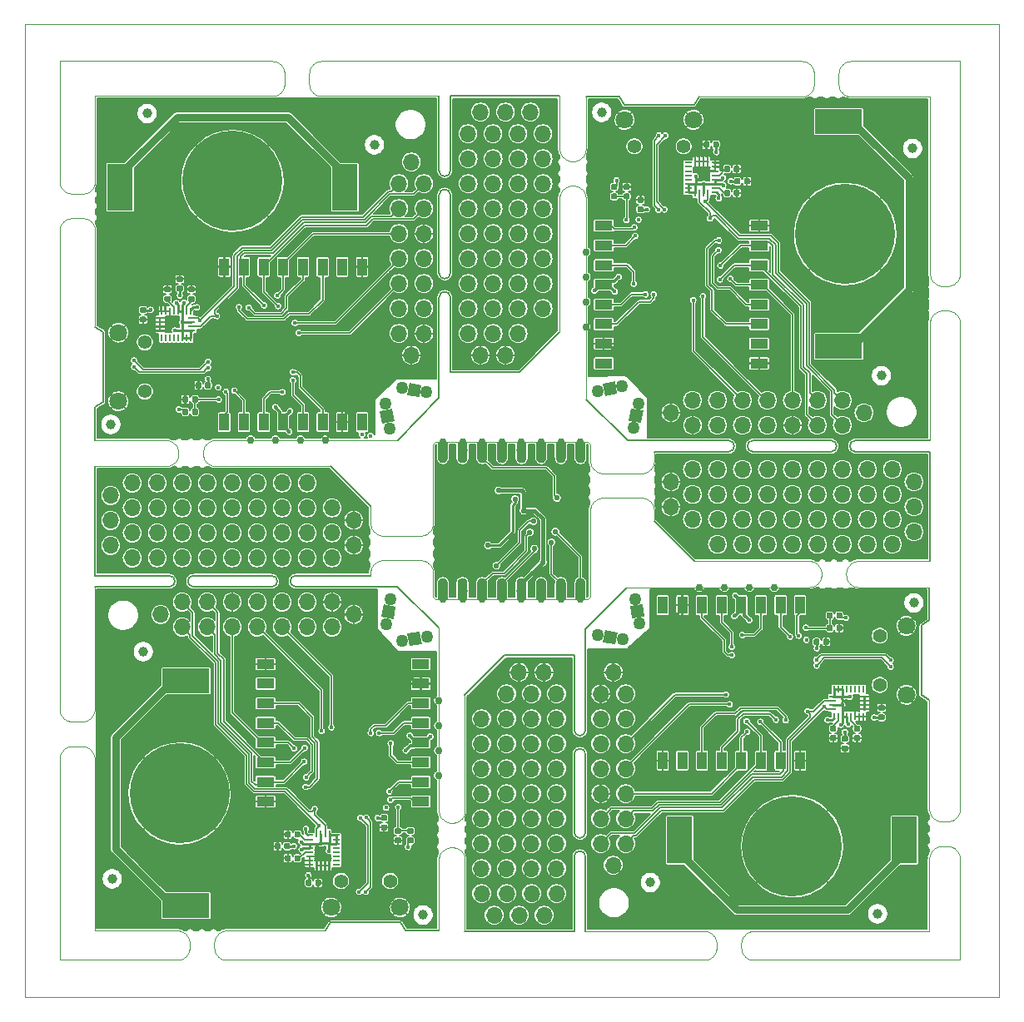
<source format=gbr>
G04 #@! TF.GenerationSoftware,KiCad,Pcbnew,(5.1.4)-1*
G04 #@! TF.CreationDate,2019-09-04T16:38:23-07:00*
G04 #@! TF.ProjectId,output.sprite_panel,6f757470-7574-42e7-9370-726974655f70,rev?*
G04 #@! TF.SameCoordinates,Original*
G04 #@! TF.FileFunction,Copper,L2,Bot*
G04 #@! TF.FilePolarity,Positive*
%FSLAX46Y46*%
G04 Gerber Fmt 4.6, Leading zero omitted, Abs format (unit mm)*
G04 Created by KiCad (PCBNEW (5.1.4)-1) date 2019-09-04 16:38:23*
%MOMM*%
%LPD*%
G04 APERTURE LIST*
%ADD10C,0.150000*%
%ADD11C,0.050800*%
%ADD12C,0.100000*%
%ADD13C,1.000000*%
%ADD14C,0.750000*%
%ADD15C,1.800000*%
%ADD16C,1.408000*%
%ADD17O,1.700000X1.700000*%
%ADD18C,1.270000*%
%ADD19C,0.590000*%
%ADD20R,2.540000X4.750000*%
%ADD21C,10.160000*%
%ADD22R,1.000000X1.800000*%
%ADD23R,0.270000X0.750000*%
%ADD24R,0.750000X0.270000*%
%ADD25R,1.800000X1.000000*%
%ADD26R,4.750000X2.540000*%
%ADD27C,0.450000*%
%ADD28C,0.600000*%
%ADD29C,0.580000*%
%ADD30C,0.127000*%
%ADD31C,0.152400*%
%ADD32C,0.254000*%
%ADD33C,0.330200*%
%ADD34C,0.381000*%
%ADD35C,0.762000*%
G04 APERTURE END LIST*
D10*
X143649700Y-98425000D02*
X147828000Y-94158400D01*
X142506700Y-129159000D02*
X131394200Y-129159000D01*
X143648956Y-98425000D02*
X143648956Y-108686600D01*
X142506700Y-129159000D02*
X142507444Y-121564400D01*
X178624900Y-97536000D02*
X178624900Y-94158400D01*
X177800000Y-105156000D02*
X178624900Y-105664000D01*
X131394200Y-105156000D02*
X135458200Y-101092000D01*
X135458200Y-101092000D02*
X142507444Y-101092000D01*
X142507444Y-108686600D02*
X142507444Y-101092000D01*
X142506700Y-119100600D02*
X142506700Y-111150400D01*
X177800000Y-105156000D02*
X177800000Y-98044000D01*
X177800000Y-98044000D02*
X178624900Y-97536000D01*
X143648956Y-121564400D02*
X143649700Y-129158400D01*
X143648956Y-111150400D02*
X143648956Y-119100600D01*
X142507444Y-121564400D02*
G75*
G02X143648956Y-121564400I570756J0D01*
G01*
X143648956Y-119100600D02*
G75*
G02X142507444Y-119100600I-570756J0D01*
G01*
X142507444Y-111150400D02*
G75*
G02X143648956Y-111150400I570756J0D01*
G01*
X143648956Y-108686600D02*
G75*
G02X142507444Y-108686600I-570756J0D01*
G01*
X147955000Y-79235300D02*
X143688400Y-75057000D01*
X158216600Y-79236044D02*
G75*
G02X158216600Y-80377556I0J-570756D01*
G01*
X171094400Y-80377556D02*
G75*
G02X171094400Y-79236044I0J570756D01*
G01*
X160680400Y-80377556D02*
G75*
G02X160680400Y-79236044I0J570756D01*
G01*
X168630600Y-79236044D02*
G75*
G02X168630600Y-80377556I0J-570756D01*
G01*
X168630600Y-80378300D02*
X160680400Y-80378300D01*
X158216600Y-80377556D02*
X150622000Y-80377556D01*
X178689000Y-80378300D02*
X178689000Y-91490800D01*
X147955000Y-79236044D02*
X158216600Y-79236044D01*
X171094400Y-79236044D02*
X178688400Y-79235300D01*
X160680400Y-79236044D02*
X168630600Y-79236044D01*
X154686000Y-45085000D02*
X147574000Y-45085000D01*
X147574000Y-45085000D02*
X147066000Y-44260100D01*
X147066000Y-44260100D02*
X143688400Y-44260100D01*
X178689000Y-80378300D02*
X171094400Y-80377556D01*
X154686000Y-91490800D02*
X150622000Y-87426800D01*
X154686000Y-45085000D02*
X155194000Y-44260100D01*
D11*
X86614000Y-36890000D02*
X185740000Y-36890000D01*
X185740000Y-135890000D02*
X185740000Y-36890000D01*
X86614000Y-135890000D02*
X86614000Y-36890000D01*
X86614000Y-135890000D02*
X185740000Y-135890000D01*
D10*
X128766044Y-54254400D02*
G75*
G02X129907556Y-54254400I570756J0D01*
G01*
X129907556Y-51790600D02*
G75*
G02X128766044Y-51790600I-570756J0D01*
G01*
X128766044Y-64668400D02*
G75*
G02X129907556Y-64668400I570756J0D01*
G01*
X129907556Y-62204600D02*
G75*
G02X128766044Y-62204600I-570756J0D01*
G01*
X128765300Y-74930000D02*
X124587000Y-79196600D01*
X129908300Y-54254400D02*
X129908300Y-62204600D01*
X129908300Y-44196000D02*
X129907556Y-51790600D01*
X129907556Y-64668400D02*
X129907556Y-72263000D01*
X128766044Y-74930000D02*
X128766044Y-64668400D01*
X128766044Y-62204600D02*
X128766044Y-54254400D01*
X128766044Y-51790600D02*
X128765300Y-44196600D01*
X136956800Y-72263000D02*
X129907556Y-72263000D01*
X141020800Y-68199000D02*
X136956800Y-72263000D01*
X129908300Y-44196000D02*
X141020800Y-44196000D01*
X94615000Y-68199000D02*
X93790100Y-67691000D01*
X94615000Y-75311000D02*
X93790100Y-75819000D01*
X93790100Y-75819000D02*
X93790100Y-79196600D01*
X94615000Y-68199000D02*
X94615000Y-75311000D01*
X103784400Y-94118956D02*
G75*
G02X103784400Y-92977444I0J570756D01*
G01*
X101320600Y-92977444D02*
G75*
G02X101320600Y-94118956I0J-570756D01*
G01*
X114198400Y-94118956D02*
G75*
G02X114198400Y-92977444I0J570756D01*
G01*
X111734600Y-92977444D02*
G75*
G02X111734600Y-94118956I0J-570756D01*
G01*
X124460000Y-94119700D02*
X128726600Y-98298000D01*
X103784400Y-92976700D02*
X111734600Y-92976700D01*
X93726000Y-92976700D02*
X101320600Y-92977444D01*
X114198400Y-92977444D02*
X121793000Y-92977444D01*
X124460000Y-94118956D02*
X114198400Y-94118956D01*
X111734600Y-94118956D02*
X103784400Y-94118956D01*
X101320600Y-94118956D02*
X93726600Y-94119700D01*
X117729000Y-81864200D02*
X121793000Y-85928200D01*
X93726000Y-92976700D02*
X93726000Y-81864200D01*
X117729000Y-128270000D02*
X117221000Y-129094900D01*
X124841000Y-128270000D02*
X125349000Y-129094900D01*
X125349000Y-129094900D02*
X128726600Y-129094900D01*
X117729000Y-128270000D02*
X124841000Y-128270000D01*
D12*
X144145000Y-95123000D02*
X143891000Y-95377000D01*
X128397000Y-95377000D02*
X128143000Y-95123000D01*
X128143000Y-79629000D02*
X128397000Y-79375000D01*
X143891000Y-79375000D02*
X144145000Y-79629000D01*
X143891000Y-79375000D02*
X128397000Y-79375000D01*
X128397000Y-95375000D02*
X143891000Y-95375000D01*
X160741998Y-132080000D02*
X181736000Y-132080000D01*
X155742010Y-129158400D02*
X143649700Y-129158400D01*
X160742013Y-129158400D02*
X178624900Y-129158400D01*
X160741998Y-132080000D02*
X160642294Y-132072313D01*
X160742013Y-129158400D02*
X160642309Y-129166087D01*
X160642294Y-132072313D02*
X160543476Y-132056985D01*
X160642309Y-129166087D02*
X160543491Y-129181415D01*
X160543476Y-132056985D02*
X160446129Y-132034107D01*
X160543491Y-129181415D02*
X160446144Y-129204293D01*
X160446129Y-132034107D02*
X160350829Y-132003814D01*
X160446144Y-129204293D02*
X160350844Y-129234586D01*
X160350829Y-132003814D02*
X160258139Y-131966285D01*
X160350844Y-129234586D02*
X160258154Y-129272115D01*
X160258139Y-131966285D02*
X160168608Y-131921742D01*
X160258154Y-129272115D02*
X160168623Y-129316658D01*
X160168608Y-131921742D02*
X160082766Y-131870449D01*
X160168623Y-129316658D02*
X160082781Y-129367951D01*
X160082766Y-131870449D02*
X160001121Y-131812709D01*
X160082781Y-129367951D02*
X160001136Y-129425691D01*
X160001121Y-131812709D02*
X159924156Y-131748864D01*
X160001136Y-129425691D02*
X159924171Y-129489536D01*
X159924156Y-131748864D02*
X159852326Y-131679292D01*
X159924171Y-129489536D02*
X159852341Y-129559108D01*
X159852326Y-131679292D02*
X159786056Y-131604405D01*
X159852341Y-129559108D02*
X159786071Y-129633995D01*
X159786056Y-131604405D02*
X159725738Y-131524646D01*
X159786071Y-129633995D02*
X159725753Y-129713754D01*
X159725738Y-131524646D02*
X159671729Y-131440487D01*
X159725753Y-129713754D02*
X159671744Y-129797913D01*
X159671729Y-131440487D02*
X159624349Y-131352426D01*
X159671744Y-129797913D02*
X159624364Y-129885974D01*
X159624349Y-131352426D02*
X159583878Y-131260984D01*
X159624364Y-129885974D02*
X159583893Y-129977416D01*
X159583878Y-131260984D02*
X159550556Y-131166702D01*
X159583893Y-129977416D02*
X159550571Y-130071698D01*
X159550556Y-131166702D02*
X159524580Y-131070138D01*
X159550571Y-130071698D02*
X159524595Y-130168262D01*
X159524580Y-131070138D02*
X159506103Y-130971863D01*
X159524595Y-130168262D02*
X159506118Y-130266537D01*
X159506103Y-130971863D02*
X159495235Y-130872458D01*
X159506118Y-130266537D02*
X159495250Y-130365942D01*
X159495235Y-130872458D02*
X159492040Y-130772512D01*
X159495250Y-130365942D02*
X159492055Y-130465888D01*
X159492040Y-130772512D02*
X159492055Y-130465888D01*
X155742055Y-132080000D02*
X155841759Y-132072313D01*
X155742010Y-129158400D02*
X155841714Y-129166087D01*
X155841759Y-132072313D02*
X155940577Y-132056985D01*
X155841714Y-129166087D02*
X155940532Y-129181415D01*
X155940577Y-132056985D02*
X156037924Y-132034107D01*
X155940532Y-129181415D02*
X156037879Y-129204293D01*
X156037924Y-132034107D02*
X156133224Y-132003814D01*
X156037879Y-129204293D02*
X156133179Y-129234586D01*
X156133224Y-132003814D02*
X156225914Y-131966285D01*
X156133179Y-129234586D02*
X156225869Y-129272115D01*
X156225914Y-131966285D02*
X156315445Y-131921742D01*
X156225869Y-129272115D02*
X156315400Y-129316658D01*
X156315445Y-131921742D02*
X156401287Y-131870449D01*
X156315400Y-129316658D02*
X156401242Y-129367951D01*
X156401287Y-131870449D02*
X156482932Y-131812709D01*
X156401242Y-129367951D02*
X156482887Y-129425691D01*
X156482932Y-131812709D02*
X156559897Y-131748864D01*
X156482887Y-129425691D02*
X156559852Y-129489536D01*
X156559897Y-131748864D02*
X156631727Y-131679292D01*
X156559852Y-129489536D02*
X156631682Y-129559108D01*
X156631727Y-131679292D02*
X156697997Y-131604405D01*
X156631682Y-129559108D02*
X156697952Y-129633995D01*
X156697997Y-131604405D02*
X156758315Y-131524646D01*
X156697952Y-129633995D02*
X156758270Y-129713754D01*
X156758315Y-131524646D02*
X156812324Y-131440487D01*
X156758270Y-129713754D02*
X156812279Y-129797913D01*
X156812324Y-131440487D02*
X156859704Y-131352426D01*
X156812279Y-129797913D02*
X156859659Y-129885974D01*
X156859704Y-131352426D02*
X156900175Y-131260984D01*
X156859659Y-129885974D02*
X156900130Y-129977416D01*
X156900175Y-131260984D02*
X156933497Y-131166702D01*
X156900130Y-129977416D02*
X156933452Y-130071698D01*
X156933497Y-131166702D02*
X156959473Y-131070138D01*
X156933452Y-130071698D02*
X156959428Y-130168262D01*
X156959473Y-131070138D02*
X156977950Y-130971863D01*
X156959428Y-130168262D02*
X156977905Y-130266537D01*
X156977950Y-130971863D02*
X156988818Y-130872458D01*
X156977905Y-130266537D02*
X156988773Y-130365942D01*
X156988818Y-130872458D02*
X156992013Y-130772512D01*
X156988773Y-130365942D02*
X156991968Y-130465888D01*
X156992013Y-130772512D02*
X156991968Y-130465888D01*
X128726600Y-121880008D02*
X128726600Y-129094900D01*
X128726600Y-116879990D02*
X128726600Y-98298000D01*
X131394200Y-121879995D02*
X131394200Y-129158400D01*
X131394200Y-116879990D02*
X131394200Y-105156000D01*
X131394200Y-121879995D02*
X131386513Y-121780291D01*
X128726600Y-121880008D02*
X128734287Y-121780304D01*
X131386513Y-121780291D02*
X131371185Y-121681473D01*
X128734287Y-121780304D02*
X128749615Y-121681486D01*
X131371185Y-121681473D02*
X131348307Y-121584126D01*
X128749615Y-121681486D02*
X128772493Y-121584139D01*
X131348307Y-121584126D02*
X131318014Y-121488826D01*
X128772493Y-121584139D02*
X128802786Y-121488839D01*
X131318014Y-121488826D02*
X131280485Y-121396136D01*
X128802786Y-121488839D02*
X128840315Y-121396149D01*
X131280485Y-121396136D02*
X131235942Y-121306605D01*
X128840315Y-121396149D02*
X128884858Y-121306618D01*
X131235942Y-121306605D02*
X131184649Y-121220763D01*
X128884858Y-121306618D02*
X128936151Y-121220776D01*
X131184649Y-121220763D02*
X131126909Y-121139118D01*
X128936151Y-121220776D02*
X128993891Y-121139131D01*
X131126909Y-121139118D02*
X131063064Y-121062153D01*
X128993891Y-121139131D02*
X129057736Y-121062166D01*
X131063064Y-121062153D02*
X130993492Y-120990323D01*
X129057736Y-121062166D02*
X129127308Y-120990336D01*
X130993492Y-120990323D02*
X130918605Y-120924053D01*
X129127308Y-120990336D02*
X129202195Y-120924066D01*
X130918605Y-120924053D02*
X130838846Y-120863735D01*
X129202195Y-120924066D02*
X129281954Y-120863748D01*
X130838846Y-120863735D02*
X130754687Y-120809726D01*
X129281954Y-120863748D02*
X129366113Y-120809739D01*
X130754687Y-120809726D02*
X130666626Y-120762346D01*
X129366113Y-120809739D02*
X129454174Y-120762359D01*
X130666626Y-120762346D02*
X130575184Y-120721875D01*
X129454174Y-120762359D02*
X129545616Y-120721888D01*
X130575184Y-120721875D02*
X130480902Y-120688553D01*
X129545616Y-120721888D02*
X129639898Y-120688566D01*
X130480902Y-120688553D02*
X130384338Y-120662577D01*
X129639898Y-120688566D02*
X129736462Y-120662590D01*
X130384338Y-120662577D02*
X130286063Y-120644100D01*
X129736462Y-120662590D02*
X129834737Y-120644113D01*
X130286063Y-120644100D02*
X130186658Y-120633232D01*
X129834737Y-120644113D02*
X129934142Y-120633245D01*
X130186658Y-120633232D02*
X130086712Y-120630037D01*
X129934142Y-120633245D02*
X130034088Y-120630050D01*
X130034088Y-120630050D02*
X130086712Y-120630037D01*
X131394200Y-116879990D02*
X131386513Y-116979694D01*
X128726600Y-116879990D02*
X128734287Y-116979694D01*
X131386513Y-116979694D02*
X131371185Y-117078512D01*
X128734287Y-116979694D02*
X128749615Y-117078512D01*
X131371185Y-117078512D02*
X131348307Y-117175859D01*
X128749615Y-117078512D02*
X128772493Y-117175859D01*
X131348307Y-117175859D02*
X131318014Y-117271159D01*
X128772493Y-117175859D02*
X128802786Y-117271159D01*
X131318014Y-117271159D02*
X131280485Y-117363849D01*
X128802786Y-117271159D02*
X128840315Y-117363849D01*
X131280485Y-117363849D02*
X131235942Y-117453380D01*
X128840315Y-117363849D02*
X128884858Y-117453380D01*
X131235942Y-117453380D02*
X131184649Y-117539222D01*
X128884858Y-117453380D02*
X128936151Y-117539222D01*
X131184649Y-117539222D02*
X131126909Y-117620867D01*
X128936151Y-117539222D02*
X128993891Y-117620867D01*
X131126909Y-117620867D02*
X131063064Y-117697832D01*
X128993891Y-117620867D02*
X129057736Y-117697832D01*
X131063064Y-117697832D02*
X130993492Y-117769662D01*
X129057736Y-117697832D02*
X129127308Y-117769662D01*
X130993492Y-117769662D02*
X130918605Y-117835932D01*
X129127308Y-117769662D02*
X129202195Y-117835932D01*
X130918605Y-117835932D02*
X130838846Y-117896250D01*
X129202195Y-117835932D02*
X129281954Y-117896250D01*
X130838846Y-117896250D02*
X130754687Y-117950259D01*
X129281954Y-117896250D02*
X129366113Y-117950259D01*
X130754687Y-117950259D02*
X130666626Y-117997639D01*
X129366113Y-117950259D02*
X129454174Y-117997639D01*
X130666626Y-117997639D02*
X130575184Y-118038110D01*
X129454174Y-117997639D02*
X129545616Y-118038110D01*
X130575184Y-118038110D02*
X130480902Y-118071432D01*
X129545616Y-118038110D02*
X129639898Y-118071432D01*
X130480902Y-118071432D02*
X130384338Y-118097408D01*
X129639898Y-118071432D02*
X129736462Y-118097408D01*
X130384338Y-118097408D02*
X130286063Y-118115885D01*
X129736462Y-118097408D02*
X129834737Y-118115885D01*
X130286063Y-118115885D02*
X130186658Y-118126753D01*
X129834737Y-118115885D02*
X129934142Y-118126753D01*
X130186658Y-118126753D02*
X130086712Y-118129948D01*
X129934142Y-118126753D02*
X130034088Y-118129948D01*
X130034088Y-118129948D02*
X130086712Y-118129948D01*
X101004992Y-79196600D02*
X93790100Y-79196600D01*
X106005010Y-79196600D02*
X124587000Y-79196600D01*
X101005005Y-81864200D02*
X93726600Y-81864200D01*
X106005010Y-81864200D02*
X117729000Y-81864200D01*
X101005005Y-81864200D02*
X101104709Y-81856513D01*
X101004992Y-79196600D02*
X101104696Y-79204287D01*
X101104709Y-81856513D02*
X101203527Y-81841185D01*
X101104696Y-79204287D02*
X101203514Y-79219615D01*
X101203527Y-81841185D02*
X101300874Y-81818307D01*
X101203514Y-79219615D02*
X101300861Y-79242493D01*
X101300874Y-81818307D02*
X101396174Y-81788014D01*
X101300861Y-79242493D02*
X101396161Y-79272786D01*
X101396174Y-81788014D02*
X101488864Y-81750485D01*
X101396161Y-79272786D02*
X101488851Y-79310315D01*
X101488864Y-81750485D02*
X101578395Y-81705942D01*
X101488851Y-79310315D02*
X101578382Y-79354858D01*
X101578395Y-81705942D02*
X101664237Y-81654649D01*
X101578382Y-79354858D02*
X101664224Y-79406151D01*
X101664237Y-81654649D02*
X101745882Y-81596909D01*
X101664224Y-79406151D02*
X101745869Y-79463891D01*
X101745882Y-81596909D02*
X101822847Y-81533064D01*
X101745869Y-79463891D02*
X101822834Y-79527736D01*
X101822847Y-81533064D02*
X101894677Y-81463492D01*
X101822834Y-79527736D02*
X101894664Y-79597308D01*
X101894677Y-81463492D02*
X101960947Y-81388605D01*
X101894664Y-79597308D02*
X101960934Y-79672195D01*
X101960947Y-81388605D02*
X102021265Y-81308846D01*
X101960934Y-79672195D02*
X102021252Y-79751954D01*
X102021265Y-81308846D02*
X102075274Y-81224687D01*
X102021252Y-79751954D02*
X102075261Y-79836113D01*
X102075274Y-81224687D02*
X102122654Y-81136626D01*
X102075261Y-79836113D02*
X102122641Y-79924174D01*
X102122654Y-81136626D02*
X102163125Y-81045184D01*
X102122641Y-79924174D02*
X102163112Y-80015616D01*
X102163125Y-81045184D02*
X102196447Y-80950902D01*
X102163112Y-80015616D02*
X102196434Y-80109898D01*
X102196447Y-80950902D02*
X102222423Y-80854338D01*
X102196434Y-80109898D02*
X102222410Y-80206462D01*
X102222423Y-80854338D02*
X102240900Y-80756063D01*
X102222410Y-80206462D02*
X102240887Y-80304737D01*
X102240900Y-80756063D02*
X102251768Y-80656658D01*
X102240887Y-80304737D02*
X102251755Y-80404142D01*
X102251768Y-80656658D02*
X102254963Y-80556712D01*
X102251755Y-80404142D02*
X102254950Y-80504088D01*
X102254950Y-80504088D02*
X102254963Y-80556712D01*
X106005010Y-81864200D02*
X105905306Y-81856513D01*
X106005010Y-79196600D02*
X105905306Y-79204287D01*
X105905306Y-81856513D02*
X105806488Y-81841185D01*
X105905306Y-79204287D02*
X105806488Y-79219615D01*
X105806488Y-81841185D02*
X105709141Y-81818307D01*
X105806488Y-79219615D02*
X105709141Y-79242493D01*
X105709141Y-81818307D02*
X105613841Y-81788014D01*
X105709141Y-79242493D02*
X105613841Y-79272786D01*
X105613841Y-81788014D02*
X105521151Y-81750485D01*
X105613841Y-79272786D02*
X105521151Y-79310315D01*
X105521151Y-81750485D02*
X105431620Y-81705942D01*
X105521151Y-79310315D02*
X105431620Y-79354858D01*
X105431620Y-81705942D02*
X105345778Y-81654649D01*
X105431620Y-79354858D02*
X105345778Y-79406151D01*
X105345778Y-81654649D02*
X105264133Y-81596909D01*
X105345778Y-79406151D02*
X105264133Y-79463891D01*
X105264133Y-81596909D02*
X105187168Y-81533064D01*
X105264133Y-79463891D02*
X105187168Y-79527736D01*
X105187168Y-81533064D02*
X105115338Y-81463492D01*
X105187168Y-79527736D02*
X105115338Y-79597308D01*
X105115338Y-81463492D02*
X105049068Y-81388605D01*
X105115338Y-79597308D02*
X105049068Y-79672195D01*
X105049068Y-81388605D02*
X104988750Y-81308846D01*
X105049068Y-79672195D02*
X104988750Y-79751954D01*
X104988750Y-81308846D02*
X104934741Y-81224687D01*
X104988750Y-79751954D02*
X104934741Y-79836113D01*
X104934741Y-81224687D02*
X104887361Y-81136626D01*
X104934741Y-79836113D02*
X104887361Y-79924174D01*
X104887361Y-81136626D02*
X104846890Y-81045184D01*
X104887361Y-79924174D02*
X104846890Y-80015616D01*
X104846890Y-81045184D02*
X104813568Y-80950902D01*
X104846890Y-80015616D02*
X104813568Y-80109898D01*
X104813568Y-80950902D02*
X104787592Y-80854338D01*
X104813568Y-80109898D02*
X104787592Y-80206462D01*
X104787592Y-80854338D02*
X104769115Y-80756063D01*
X104787592Y-80206462D02*
X104769115Y-80304737D01*
X104769115Y-80756063D02*
X104758247Y-80656658D01*
X104769115Y-80304737D02*
X104758247Y-80404142D01*
X104758247Y-80656658D02*
X104755052Y-80556712D01*
X104758247Y-80404142D02*
X104755052Y-80504088D01*
X104755052Y-80504088D02*
X104755052Y-80556712D01*
X171409995Y-91490800D02*
X178688400Y-91490800D01*
X166409990Y-91490800D02*
X154686000Y-91490800D01*
X171410008Y-94158400D02*
X178624900Y-94158400D01*
X166409990Y-94158400D02*
X147828000Y-94158400D01*
X166409990Y-94158400D02*
X166509694Y-94150713D01*
X166409990Y-91490800D02*
X166509694Y-91498487D01*
X166509694Y-94150713D02*
X166608512Y-94135385D01*
X166509694Y-91498487D02*
X166608512Y-91513815D01*
X166608512Y-94135385D02*
X166705859Y-94112507D01*
X166608512Y-91513815D02*
X166705859Y-91536693D01*
X166705859Y-94112507D02*
X166801159Y-94082214D01*
X166705859Y-91536693D02*
X166801159Y-91566986D01*
X166801159Y-94082214D02*
X166893849Y-94044685D01*
X166801159Y-91566986D02*
X166893849Y-91604515D01*
X166893849Y-94044685D02*
X166983380Y-94000142D01*
X166893849Y-91604515D02*
X166983380Y-91649058D01*
X166983380Y-94000142D02*
X167069222Y-93948849D01*
X166983380Y-91649058D02*
X167069222Y-91700351D01*
X167069222Y-93948849D02*
X167150867Y-93891109D01*
X167069222Y-91700351D02*
X167150867Y-91758091D01*
X167150867Y-93891109D02*
X167227832Y-93827264D01*
X167150867Y-91758091D02*
X167227832Y-91821936D01*
X167227832Y-93827264D02*
X167299662Y-93757692D01*
X167227832Y-91821936D02*
X167299662Y-91891508D01*
X167299662Y-93757692D02*
X167365932Y-93682805D01*
X167299662Y-91891508D02*
X167365932Y-91966395D01*
X167365932Y-93682805D02*
X167426250Y-93603046D01*
X167365932Y-91966395D02*
X167426250Y-92046154D01*
X167426250Y-93603046D02*
X167480259Y-93518887D01*
X167426250Y-92046154D02*
X167480259Y-92130313D01*
X167480259Y-93518887D02*
X167527639Y-93430826D01*
X167480259Y-92130313D02*
X167527639Y-92218374D01*
X167527639Y-93430826D02*
X167568110Y-93339384D01*
X167527639Y-92218374D02*
X167568110Y-92309816D01*
X167568110Y-93339384D02*
X167601432Y-93245102D01*
X167568110Y-92309816D02*
X167601432Y-92404098D01*
X167601432Y-93245102D02*
X167627408Y-93148538D01*
X167601432Y-92404098D02*
X167627408Y-92500662D01*
X167627408Y-93148538D02*
X167645885Y-93050263D01*
X167627408Y-92500662D02*
X167645885Y-92598937D01*
X167645885Y-93050263D02*
X167656753Y-92950858D01*
X167645885Y-92598937D02*
X167656753Y-92698342D01*
X167656753Y-92950858D02*
X167659948Y-92850912D01*
X167656753Y-92698342D02*
X167659948Y-92798288D01*
X167659948Y-92798288D02*
X167659948Y-92850912D01*
X171409995Y-91490800D02*
X171310291Y-91498487D01*
X171410008Y-94158400D02*
X171310304Y-94150713D01*
X171310291Y-91498487D02*
X171211473Y-91513815D01*
X171310304Y-94150713D02*
X171211486Y-94135385D01*
X171211473Y-91513815D02*
X171114126Y-91536693D01*
X171211486Y-94135385D02*
X171114139Y-94112507D01*
X171114126Y-91536693D02*
X171018826Y-91566986D01*
X171114139Y-94112507D02*
X171018839Y-94082214D01*
X171018826Y-91566986D02*
X170926136Y-91604515D01*
X171018839Y-94082214D02*
X170926149Y-94044685D01*
X170926136Y-91604515D02*
X170836605Y-91649058D01*
X170926149Y-94044685D02*
X170836618Y-94000142D01*
X170836605Y-91649058D02*
X170750763Y-91700351D01*
X170836618Y-94000142D02*
X170750776Y-93948849D01*
X170750763Y-91700351D02*
X170669118Y-91758091D01*
X170750776Y-93948849D02*
X170669131Y-93891109D01*
X170669118Y-91758091D02*
X170592153Y-91821936D01*
X170669131Y-93891109D02*
X170592166Y-93827264D01*
X170592153Y-91821936D02*
X170520323Y-91891508D01*
X170592166Y-93827264D02*
X170520336Y-93757692D01*
X170520323Y-91891508D02*
X170454053Y-91966395D01*
X170520336Y-93757692D02*
X170454066Y-93682805D01*
X170454053Y-91966395D02*
X170393735Y-92046154D01*
X170454066Y-93682805D02*
X170393748Y-93603046D01*
X170393735Y-92046154D02*
X170339726Y-92130313D01*
X170393748Y-93603046D02*
X170339739Y-93518887D01*
X170339726Y-92130313D02*
X170292346Y-92218374D01*
X170339739Y-93518887D02*
X170292359Y-93430826D01*
X170292346Y-92218374D02*
X170251875Y-92309816D01*
X170292359Y-93430826D02*
X170251888Y-93339384D01*
X170251875Y-92309816D02*
X170218553Y-92404098D01*
X170251888Y-93339384D02*
X170218566Y-93245102D01*
X170218553Y-92404098D02*
X170192577Y-92500662D01*
X170218566Y-93245102D02*
X170192590Y-93148538D01*
X170192577Y-92500662D02*
X170174100Y-92598937D01*
X170192590Y-93148538D02*
X170174113Y-93050263D01*
X170174100Y-92598937D02*
X170163232Y-92698342D01*
X170174113Y-93050263D02*
X170163245Y-92950858D01*
X170163232Y-92698342D02*
X170160037Y-92798288D01*
X170163245Y-92950858D02*
X170160050Y-92850912D01*
X170160037Y-92798288D02*
X170160050Y-92850912D01*
X143688400Y-49569992D02*
X143688400Y-44260100D01*
X143688400Y-54570008D02*
X143688400Y-75057000D01*
X141020800Y-49569997D02*
X141020800Y-44196600D01*
X141020800Y-54569995D02*
X141020800Y-68199000D01*
X141020800Y-49569997D02*
X141028487Y-49669701D01*
X143688400Y-49569992D02*
X143680713Y-49669696D01*
X141028487Y-49669701D02*
X141043815Y-49768519D01*
X143680713Y-49669696D02*
X143665385Y-49768514D01*
X141043815Y-49768519D02*
X141066693Y-49865866D01*
X143665385Y-49768514D02*
X143642507Y-49865861D01*
X141066693Y-49865866D02*
X141096986Y-49961166D01*
X143642507Y-49865861D02*
X143612214Y-49961161D01*
X141096986Y-49961166D02*
X141134515Y-50053856D01*
X143612214Y-49961161D02*
X143574685Y-50053851D01*
X141134515Y-50053856D02*
X141179058Y-50143387D01*
X143574685Y-50053851D02*
X143530142Y-50143382D01*
X141179058Y-50143387D02*
X141230351Y-50229229D01*
X143530142Y-50143382D02*
X143478849Y-50229224D01*
X141230351Y-50229229D02*
X141288091Y-50310874D01*
X143478849Y-50229224D02*
X143421109Y-50310869D01*
X141288091Y-50310874D02*
X141351936Y-50387839D01*
X143421109Y-50310869D02*
X143357264Y-50387834D01*
X141351936Y-50387839D02*
X141421508Y-50459669D01*
X143357264Y-50387834D02*
X143287692Y-50459664D01*
X141421508Y-50459669D02*
X141496395Y-50525939D01*
X143287692Y-50459664D02*
X143212805Y-50525934D01*
X141496395Y-50525939D02*
X141576154Y-50586257D01*
X143212805Y-50525934D02*
X143133046Y-50586252D01*
X141576154Y-50586257D02*
X141660313Y-50640266D01*
X143133046Y-50586252D02*
X143048887Y-50640261D01*
X141660313Y-50640266D02*
X141748374Y-50687646D01*
X143048887Y-50640261D02*
X142960826Y-50687641D01*
X141748374Y-50687646D02*
X141839816Y-50728117D01*
X142960826Y-50687641D02*
X142869384Y-50728112D01*
X141839816Y-50728117D02*
X141934098Y-50761439D01*
X142869384Y-50728112D02*
X142775102Y-50761434D01*
X141934098Y-50761439D02*
X142030662Y-50787415D01*
X142775102Y-50761434D02*
X142678538Y-50787410D01*
X142030662Y-50787415D02*
X142128937Y-50805892D01*
X142678538Y-50787410D02*
X142580263Y-50805887D01*
X142128937Y-50805892D02*
X142228342Y-50816760D01*
X142580263Y-50805887D02*
X142480858Y-50816755D01*
X142228342Y-50816760D02*
X142328288Y-50819955D01*
X142480858Y-50816755D02*
X142380912Y-50819950D01*
X142380912Y-50819950D02*
X142328288Y-50819955D01*
X141020800Y-54569995D02*
X141028487Y-54470291D01*
X143688400Y-54570008D02*
X143680713Y-54470304D01*
X141028487Y-54470291D02*
X141043815Y-54371473D01*
X143680713Y-54470304D02*
X143665385Y-54371486D01*
X141043815Y-54371473D02*
X141066693Y-54274126D01*
X143665385Y-54371486D02*
X143642507Y-54274139D01*
X141066693Y-54274126D02*
X141096986Y-54178826D01*
X143642507Y-54274139D02*
X143612214Y-54178839D01*
X141096986Y-54178826D02*
X141134515Y-54086136D01*
X143612214Y-54178839D02*
X143574685Y-54086149D01*
X141134515Y-54086136D02*
X141179058Y-53996605D01*
X143574685Y-54086149D02*
X143530142Y-53996618D01*
X141179058Y-53996605D02*
X141230351Y-53910763D01*
X143530142Y-53996618D02*
X143478849Y-53910776D01*
X141230351Y-53910763D02*
X141288091Y-53829118D01*
X143478849Y-53910776D02*
X143421109Y-53829131D01*
X141288091Y-53829118D02*
X141351936Y-53752153D01*
X143421109Y-53829131D02*
X143357264Y-53752166D01*
X141351936Y-53752153D02*
X141421508Y-53680323D01*
X143357264Y-53752166D02*
X143287692Y-53680336D01*
X141421508Y-53680323D02*
X141496395Y-53614053D01*
X143287692Y-53680336D02*
X143212805Y-53614066D01*
X141496395Y-53614053D02*
X141576154Y-53553735D01*
X143212805Y-53614066D02*
X143133046Y-53553748D01*
X141576154Y-53553735D02*
X141660313Y-53499726D01*
X143133046Y-53553748D02*
X143048887Y-53499739D01*
X141660313Y-53499726D02*
X141748374Y-53452346D01*
X143048887Y-53499739D02*
X142960826Y-53452359D01*
X141748374Y-53452346D02*
X141839816Y-53411875D01*
X142960826Y-53452359D02*
X142869384Y-53411888D01*
X141839816Y-53411875D02*
X141934098Y-53378553D01*
X142869384Y-53411888D02*
X142775102Y-53378566D01*
X141934098Y-53378553D02*
X142030662Y-53352577D01*
X142775102Y-53378566D02*
X142678538Y-53352590D01*
X142030662Y-53352577D02*
X142128937Y-53334100D01*
X142678538Y-53352590D02*
X142580263Y-53334113D01*
X142128937Y-53334100D02*
X142228342Y-53323232D01*
X142580263Y-53334113D02*
X142480858Y-53323245D01*
X142228342Y-53323232D02*
X142328288Y-53320037D01*
X142480858Y-53323245D02*
X142380912Y-53320050D01*
X142380912Y-53320050D02*
X142328288Y-53320037D01*
X181736000Y-121753015D02*
X181736000Y-132080000D01*
X178624900Y-121753000D02*
X178624900Y-129158400D01*
X178624900Y-116752997D02*
X178624900Y-105664000D01*
X178624900Y-116752997D02*
X178632587Y-116852701D01*
X181736000Y-116752910D02*
X181728313Y-116852614D01*
X178632587Y-116852701D02*
X178647915Y-116951519D01*
X181728313Y-116852614D02*
X181712985Y-116951432D01*
X178647915Y-116951519D02*
X178670793Y-117048866D01*
X181712985Y-116951432D02*
X181690107Y-117048779D01*
X178670793Y-117048866D02*
X178701086Y-117144166D01*
X181690107Y-117048779D02*
X181659814Y-117144079D01*
X178701086Y-117144166D02*
X178738615Y-117236856D01*
X181659814Y-117144079D02*
X181622285Y-117236769D01*
X178738615Y-117236856D02*
X178783158Y-117326387D01*
X181622285Y-117236769D02*
X181577742Y-117326300D01*
X178783158Y-117326387D02*
X178834451Y-117412229D01*
X181577742Y-117326300D02*
X181526449Y-117412142D01*
X178834451Y-117412229D02*
X178892191Y-117493874D01*
X181526449Y-117412142D02*
X181468709Y-117493787D01*
X178892191Y-117493874D02*
X178956036Y-117570839D01*
X181468709Y-117493787D02*
X181404864Y-117570752D01*
X178956036Y-117570839D02*
X179025608Y-117642669D01*
X181404864Y-117570752D02*
X181335292Y-117642582D01*
X179025608Y-117642669D02*
X179100495Y-117708939D01*
X181335292Y-117642582D02*
X181260405Y-117708852D01*
X179100495Y-117708939D02*
X179180254Y-117769257D01*
X181260405Y-117708852D02*
X181180646Y-117769170D01*
X179180254Y-117769257D02*
X179264413Y-117823266D01*
X181180646Y-117769170D02*
X181096487Y-117823179D01*
X179264413Y-117823266D02*
X179352474Y-117870646D01*
X181096487Y-117823179D02*
X181008426Y-117870559D01*
X179352474Y-117870646D02*
X179443916Y-117911117D01*
X181008426Y-117870559D02*
X180916984Y-117911030D01*
X179443916Y-117911117D02*
X179538198Y-117944439D01*
X180916984Y-117911030D02*
X180822702Y-117944352D01*
X179538198Y-117944439D02*
X179634762Y-117970415D01*
X180822702Y-117944352D02*
X180726138Y-117970328D01*
X179634762Y-117970415D02*
X179733037Y-117988892D01*
X180726138Y-117970328D02*
X180627863Y-117988805D01*
X179733037Y-117988892D02*
X179832442Y-117999760D01*
X180627863Y-117988805D02*
X180528458Y-117999673D01*
X179832442Y-117999760D02*
X179932388Y-118002955D01*
X180528458Y-117999673D02*
X180428512Y-118002868D01*
X180428512Y-118002868D02*
X179932388Y-118002955D01*
X178624900Y-121753000D02*
X178632587Y-121653296D01*
X181736000Y-121753015D02*
X181728313Y-121653311D01*
X178632587Y-121653296D02*
X178647915Y-121554478D01*
X181728313Y-121653311D02*
X181712985Y-121554493D01*
X178647915Y-121554478D02*
X178670793Y-121457131D01*
X181712985Y-121554493D02*
X181690107Y-121457146D01*
X178670793Y-121457131D02*
X178701086Y-121361831D01*
X181690107Y-121457146D02*
X181659814Y-121361846D01*
X178701086Y-121361831D02*
X178738615Y-121269141D01*
X181659814Y-121361846D02*
X181622285Y-121269156D01*
X178738615Y-121269141D02*
X178783158Y-121179610D01*
X181622285Y-121269156D02*
X181577742Y-121179625D01*
X178783158Y-121179610D02*
X178834451Y-121093768D01*
X181577742Y-121179625D02*
X181526449Y-121093783D01*
X178834451Y-121093768D02*
X178892191Y-121012123D01*
X181526449Y-121093783D02*
X181468709Y-121012138D01*
X178892191Y-121012123D02*
X178956036Y-120935158D01*
X181468709Y-121012138D02*
X181404864Y-120935173D01*
X178956036Y-120935158D02*
X179025608Y-120863328D01*
X181404864Y-120935173D02*
X181335292Y-120863343D01*
X179025608Y-120863328D02*
X179100495Y-120797058D01*
X181335292Y-120863343D02*
X181260405Y-120797073D01*
X179100495Y-120797058D02*
X179180254Y-120736740D01*
X181260405Y-120797073D02*
X181180646Y-120736755D01*
X179180254Y-120736740D02*
X179264413Y-120682731D01*
X181180646Y-120736755D02*
X181096487Y-120682746D01*
X179264413Y-120682731D02*
X179352474Y-120635351D01*
X181096487Y-120682746D02*
X181008426Y-120635366D01*
X179352474Y-120635351D02*
X179443916Y-120594880D01*
X181008426Y-120635366D02*
X180916984Y-120594895D01*
X179443916Y-120594880D02*
X179538198Y-120561558D01*
X180916984Y-120594895D02*
X180822702Y-120561573D01*
X179538198Y-120561558D02*
X179634762Y-120535582D01*
X180822702Y-120561573D02*
X180726138Y-120535597D01*
X179634762Y-120535582D02*
X179733037Y-120517105D01*
X180726138Y-120535597D02*
X180627863Y-120517120D01*
X179733037Y-120517105D02*
X179832442Y-120506237D01*
X180627863Y-120517120D02*
X180528458Y-120506252D01*
X179832442Y-120506237D02*
X179932388Y-120503042D01*
X180528458Y-120506252D02*
X180428512Y-120503057D01*
X180428512Y-120503057D02*
X179932388Y-120503042D01*
X181736000Y-67269988D02*
X181736000Y-116752910D01*
X181736000Y-62270012D02*
X181736000Y-40640000D01*
X178688400Y-67270003D02*
X178688400Y-79235300D01*
X178688400Y-62269997D02*
X178688400Y-44260100D01*
X181736000Y-62270012D02*
X181728313Y-62369716D01*
X178688400Y-62269997D02*
X178696087Y-62369701D01*
X181728313Y-62369716D02*
X181712985Y-62468534D01*
X178696087Y-62369701D02*
X178711415Y-62468519D01*
X181712985Y-62468534D02*
X181690107Y-62565881D01*
X178711415Y-62468519D02*
X178734293Y-62565866D01*
X181690107Y-62565881D02*
X181659814Y-62661181D01*
X178734293Y-62565866D02*
X178764586Y-62661166D01*
X181659814Y-62661181D02*
X181622285Y-62753871D01*
X178764586Y-62661166D02*
X178802115Y-62753856D01*
X181622285Y-62753871D02*
X181577742Y-62843402D01*
X178802115Y-62753856D02*
X178846658Y-62843387D01*
X181577742Y-62843402D02*
X181526449Y-62929244D01*
X178846658Y-62843387D02*
X178897951Y-62929229D01*
X181526449Y-62929244D02*
X181468709Y-63010889D01*
X178897951Y-62929229D02*
X178955691Y-63010874D01*
X181468709Y-63010889D02*
X181404864Y-63087854D01*
X178955691Y-63010874D02*
X179019536Y-63087839D01*
X181404864Y-63087854D02*
X181335292Y-63159684D01*
X179019536Y-63087839D02*
X179089108Y-63159669D01*
X181335292Y-63159684D02*
X181260405Y-63225954D01*
X179089108Y-63159669D02*
X179163995Y-63225939D01*
X181260405Y-63225954D02*
X181180646Y-63286272D01*
X179163995Y-63225939D02*
X179243754Y-63286257D01*
X181180646Y-63286272D02*
X181096487Y-63340281D01*
X179243754Y-63286257D02*
X179327913Y-63340266D01*
X181096487Y-63340281D02*
X181008426Y-63387661D01*
X179327913Y-63340266D02*
X179415974Y-63387646D01*
X181008426Y-63387661D02*
X180916984Y-63428132D01*
X179415974Y-63387646D02*
X179507416Y-63428117D01*
X180916984Y-63428132D02*
X180822702Y-63461454D01*
X179507416Y-63428117D02*
X179601698Y-63461439D01*
X180822702Y-63461454D02*
X180726138Y-63487430D01*
X179601698Y-63461439D02*
X179698262Y-63487415D01*
X180726138Y-63487430D02*
X180627863Y-63505907D01*
X179698262Y-63487415D02*
X179796537Y-63505892D01*
X180627863Y-63505907D02*
X180528458Y-63516775D01*
X179796537Y-63505892D02*
X179895942Y-63516760D01*
X180528458Y-63516775D02*
X180428512Y-63519970D01*
X179895942Y-63516760D02*
X179995888Y-63519955D01*
X180428512Y-63519970D02*
X179995888Y-63519955D01*
X181736000Y-67269988D02*
X181728313Y-67170284D01*
X178688400Y-67270003D02*
X178696087Y-67170299D01*
X181728313Y-67170284D02*
X181712985Y-67071466D01*
X178696087Y-67170299D02*
X178711415Y-67071481D01*
X181712985Y-67071466D02*
X181690107Y-66974119D01*
X178711415Y-67071481D02*
X178734293Y-66974134D01*
X181690107Y-66974119D02*
X181659814Y-66878819D01*
X178734293Y-66974134D02*
X178764586Y-66878834D01*
X181659814Y-66878819D02*
X181622285Y-66786129D01*
X178764586Y-66878834D02*
X178802115Y-66786144D01*
X181622285Y-66786129D02*
X181577742Y-66696598D01*
X178802115Y-66786144D02*
X178846658Y-66696613D01*
X181577742Y-66696598D02*
X181526449Y-66610756D01*
X178846658Y-66696613D02*
X178897951Y-66610771D01*
X181526449Y-66610756D02*
X181468709Y-66529111D01*
X178897951Y-66610771D02*
X178955691Y-66529126D01*
X181468709Y-66529111D02*
X181404864Y-66452146D01*
X178955691Y-66529126D02*
X179019536Y-66452161D01*
X181404864Y-66452146D02*
X181335292Y-66380316D01*
X179019536Y-66452161D02*
X179089108Y-66380331D01*
X181335292Y-66380316D02*
X181260405Y-66314046D01*
X179089108Y-66380331D02*
X179163995Y-66314061D01*
X181260405Y-66314046D02*
X181180646Y-66253728D01*
X179163995Y-66314061D02*
X179243754Y-66253743D01*
X181180646Y-66253728D02*
X181096487Y-66199719D01*
X179243754Y-66253743D02*
X179327913Y-66199734D01*
X181096487Y-66199719D02*
X181008426Y-66152339D01*
X179327913Y-66199734D02*
X179415974Y-66152354D01*
X181008426Y-66152339D02*
X180916984Y-66111868D01*
X179415974Y-66152354D02*
X179507416Y-66111883D01*
X180916984Y-66111868D02*
X180822702Y-66078546D01*
X179507416Y-66111883D02*
X179601698Y-66078561D01*
X180822702Y-66078546D02*
X180726138Y-66052570D01*
X179601698Y-66078561D02*
X179698262Y-66052585D01*
X180726138Y-66052570D02*
X180627863Y-66034093D01*
X179698262Y-66052585D02*
X179796537Y-66034108D01*
X180627863Y-66034093D02*
X180528458Y-66023225D01*
X179796537Y-66034108D02*
X179895942Y-66023240D01*
X180528458Y-66023225D02*
X180428512Y-66020030D01*
X179895942Y-66023240D02*
X179995888Y-66020045D01*
X180428512Y-66020030D02*
X179995888Y-66020045D01*
X128145000Y-87669990D02*
X128145000Y-79629000D01*
X128145000Y-92670003D02*
X128145000Y-95123000D01*
X121793000Y-87670000D02*
X121793000Y-85928200D01*
X121793000Y-92670000D02*
X121793000Y-92977444D01*
X121793000Y-87670000D02*
X121800687Y-87769704D01*
X128145000Y-87669990D02*
X128137313Y-87769694D01*
X121800687Y-87769704D02*
X121816015Y-87868522D01*
X128137313Y-87769694D02*
X128121985Y-87868512D01*
X121816015Y-87868522D02*
X121838893Y-87965869D01*
X128121985Y-87868512D02*
X128099107Y-87965859D01*
X121838893Y-87965869D02*
X121869186Y-88061169D01*
X128099107Y-87965859D02*
X128068814Y-88061159D01*
X121869186Y-88061169D02*
X121906715Y-88153859D01*
X128068814Y-88061159D02*
X128031285Y-88153849D01*
X121906715Y-88153859D02*
X121951258Y-88243390D01*
X128031285Y-88153849D02*
X127986742Y-88243380D01*
X121951258Y-88243390D02*
X122002551Y-88329232D01*
X127986742Y-88243380D02*
X127935449Y-88329222D01*
X122002551Y-88329232D02*
X122060291Y-88410877D01*
X127935449Y-88329222D02*
X127877709Y-88410867D01*
X122060291Y-88410877D02*
X122124136Y-88487842D01*
X127877709Y-88410867D02*
X127813864Y-88487832D01*
X122124136Y-88487842D02*
X122193708Y-88559672D01*
X127813864Y-88487832D02*
X127744292Y-88559662D01*
X122193708Y-88559672D02*
X122268595Y-88625942D01*
X127744292Y-88559662D02*
X127669405Y-88625932D01*
X122268595Y-88625942D02*
X122348354Y-88686260D01*
X127669405Y-88625932D02*
X127589646Y-88686250D01*
X122348354Y-88686260D02*
X122432513Y-88740269D01*
X127589646Y-88686250D02*
X127505487Y-88740259D01*
X122432513Y-88740269D02*
X122520574Y-88787649D01*
X127505487Y-88740259D02*
X127417426Y-88787639D01*
X122520574Y-88787649D02*
X122612016Y-88828120D01*
X127417426Y-88787639D02*
X127325984Y-88828110D01*
X122612016Y-88828120D02*
X122706298Y-88861442D01*
X127325984Y-88828110D02*
X127231702Y-88861432D01*
X122706298Y-88861442D02*
X122802862Y-88887418D01*
X127231702Y-88861432D02*
X127135138Y-88887408D01*
X122802862Y-88887418D02*
X122901137Y-88905895D01*
X127135138Y-88887408D02*
X127036863Y-88905885D01*
X122901137Y-88905895D02*
X123000542Y-88916763D01*
X127036863Y-88905885D02*
X126937458Y-88916753D01*
X123000542Y-88916763D02*
X123100488Y-88919958D01*
X126937458Y-88916753D02*
X126837512Y-88919948D01*
X126837512Y-88919948D02*
X123100488Y-88919958D01*
X121793000Y-92670000D02*
X121800687Y-92570296D01*
X128145000Y-92670003D02*
X128137313Y-92570299D01*
X121800687Y-92570296D02*
X121816015Y-92471478D01*
X128137313Y-92570299D02*
X128121985Y-92471481D01*
X121816015Y-92471478D02*
X121838893Y-92374131D01*
X128121985Y-92471481D02*
X128099107Y-92374134D01*
X121838893Y-92374131D02*
X121869186Y-92278831D01*
X128099107Y-92374134D02*
X128068814Y-92278834D01*
X121869186Y-92278831D02*
X121906715Y-92186141D01*
X128068814Y-92278834D02*
X128031285Y-92186144D01*
X121906715Y-92186141D02*
X121951258Y-92096610D01*
X128031285Y-92186144D02*
X127986742Y-92096613D01*
X121951258Y-92096610D02*
X122002551Y-92010768D01*
X127986742Y-92096613D02*
X127935449Y-92010771D01*
X122002551Y-92010768D02*
X122060291Y-91929123D01*
X127935449Y-92010771D02*
X127877709Y-91929126D01*
X122060291Y-91929123D02*
X122124136Y-91852158D01*
X127877709Y-91929126D02*
X127813864Y-91852161D01*
X122124136Y-91852158D02*
X122193708Y-91780328D01*
X127813864Y-91852161D02*
X127744292Y-91780331D01*
X122193708Y-91780328D02*
X122268595Y-91714058D01*
X127744292Y-91780331D02*
X127669405Y-91714061D01*
X122268595Y-91714058D02*
X122348354Y-91653740D01*
X127669405Y-91714061D02*
X127589646Y-91653743D01*
X122348354Y-91653740D02*
X122432513Y-91599731D01*
X127589646Y-91653743D02*
X127505487Y-91599734D01*
X122432513Y-91599731D02*
X122520574Y-91552351D01*
X127505487Y-91599734D02*
X127417426Y-91552354D01*
X122520574Y-91552351D02*
X122612016Y-91511880D01*
X127417426Y-91552354D02*
X127325984Y-91511883D01*
X122612016Y-91511880D02*
X122706298Y-91478558D01*
X127325984Y-91511883D02*
X127231702Y-91478561D01*
X122706298Y-91478558D02*
X122802862Y-91452582D01*
X127231702Y-91478561D02*
X127135138Y-91452585D01*
X122802862Y-91452582D02*
X122901137Y-91434105D01*
X127135138Y-91452585D02*
X127036863Y-91434108D01*
X122901137Y-91434105D02*
X123000542Y-91423237D01*
X127036863Y-91434108D02*
X126937458Y-91423240D01*
X123000542Y-91423237D02*
X123100488Y-91420042D01*
X126937458Y-91423240D02*
X126837512Y-91420045D01*
X126837512Y-91420045D02*
X123100488Y-91420042D01*
X150622000Y-86320000D02*
X150622000Y-87426800D01*
X150622000Y-81320002D02*
X150622000Y-80377556D01*
X144145000Y-81319995D02*
X144145000Y-79629000D01*
X144145000Y-86319998D02*
X144145000Y-95123000D01*
X150622000Y-81320002D02*
X150614313Y-81419706D01*
X144145000Y-81319995D02*
X144152687Y-81419699D01*
X150614313Y-81419706D02*
X150598985Y-81518524D01*
X144152687Y-81419699D02*
X144168015Y-81518517D01*
X150598985Y-81518524D02*
X150576107Y-81615871D01*
X144168015Y-81518517D02*
X144190893Y-81615864D01*
X150576107Y-81615871D02*
X150545814Y-81711171D01*
X144190893Y-81615864D02*
X144221186Y-81711164D01*
X150545814Y-81711171D02*
X150508285Y-81803861D01*
X144221186Y-81711164D02*
X144258715Y-81803854D01*
X150508285Y-81803861D02*
X150463742Y-81893392D01*
X144258715Y-81803854D02*
X144303258Y-81893385D01*
X150463742Y-81893392D02*
X150412449Y-81979234D01*
X144303258Y-81893385D02*
X144354551Y-81979227D01*
X150412449Y-81979234D02*
X150354709Y-82060879D01*
X144354551Y-81979227D02*
X144412291Y-82060872D01*
X150354709Y-82060879D02*
X150290864Y-82137844D01*
X144412291Y-82060872D02*
X144476136Y-82137837D01*
X150290864Y-82137844D02*
X150221292Y-82209674D01*
X144476136Y-82137837D02*
X144545708Y-82209667D01*
X150221292Y-82209674D02*
X150146405Y-82275944D01*
X144545708Y-82209667D02*
X144620595Y-82275937D01*
X150146405Y-82275944D02*
X150066646Y-82336262D01*
X144620595Y-82275937D02*
X144700354Y-82336255D01*
X150066646Y-82336262D02*
X149982487Y-82390271D01*
X144700354Y-82336255D02*
X144784513Y-82390264D01*
X149982487Y-82390271D02*
X149894426Y-82437651D01*
X144784513Y-82390264D02*
X144872574Y-82437644D01*
X149894426Y-82437651D02*
X149802984Y-82478122D01*
X144872574Y-82437644D02*
X144964016Y-82478115D01*
X149802984Y-82478122D02*
X149708702Y-82511444D01*
X144964016Y-82478115D02*
X145058298Y-82511437D01*
X149708702Y-82511444D02*
X149612138Y-82537420D01*
X145058298Y-82511437D02*
X145154862Y-82537413D01*
X149612138Y-82537420D02*
X149513863Y-82555897D01*
X145154862Y-82537413D02*
X145253137Y-82555890D01*
X149513863Y-82555897D02*
X149414458Y-82566765D01*
X145253137Y-82555890D02*
X145352542Y-82566758D01*
X149414458Y-82566765D02*
X149314512Y-82569960D01*
X145352542Y-82566758D02*
X145452488Y-82569953D01*
X149314512Y-82569960D02*
X145452488Y-82569953D01*
X144145000Y-86319998D02*
X144152687Y-86220294D01*
X150622000Y-86320000D02*
X150614313Y-86220296D01*
X144152687Y-86220294D02*
X144168015Y-86121476D01*
X150614313Y-86220296D02*
X150598985Y-86121478D01*
X144168015Y-86121476D02*
X144190893Y-86024129D01*
X150598985Y-86121478D02*
X150576107Y-86024131D01*
X144190893Y-86024129D02*
X144221186Y-85928829D01*
X150576107Y-86024131D02*
X150545814Y-85928831D01*
X144221186Y-85928829D02*
X144258715Y-85836139D01*
X150545814Y-85928831D02*
X150508285Y-85836141D01*
X144258715Y-85836139D02*
X144303258Y-85746608D01*
X150508285Y-85836141D02*
X150463742Y-85746610D01*
X144303258Y-85746608D02*
X144354551Y-85660766D01*
X150463742Y-85746610D02*
X150412449Y-85660768D01*
X144354551Y-85660766D02*
X144412291Y-85579121D01*
X150412449Y-85660768D02*
X150354709Y-85579123D01*
X144412291Y-85579121D02*
X144476136Y-85502156D01*
X150354709Y-85579123D02*
X150290864Y-85502158D01*
X144476136Y-85502156D02*
X144545708Y-85430326D01*
X150290864Y-85502158D02*
X150221292Y-85430328D01*
X144545708Y-85430326D02*
X144620595Y-85364056D01*
X150221292Y-85430328D02*
X150146405Y-85364058D01*
X144620595Y-85364056D02*
X144700354Y-85303738D01*
X150146405Y-85364058D02*
X150066646Y-85303740D01*
X144700354Y-85303738D02*
X144784513Y-85249729D01*
X150066646Y-85303740D02*
X149982487Y-85249731D01*
X144784513Y-85249729D02*
X144872574Y-85202349D01*
X149982487Y-85249731D02*
X149894426Y-85202351D01*
X144872574Y-85202349D02*
X144964016Y-85161878D01*
X149894426Y-85202351D02*
X149802984Y-85161880D01*
X144964016Y-85161878D02*
X145058298Y-85128556D01*
X149802984Y-85161880D02*
X149708702Y-85128558D01*
X145058298Y-85128556D02*
X145154862Y-85102580D01*
X149708702Y-85128558D02*
X149612138Y-85102582D01*
X145154862Y-85102580D02*
X145253137Y-85084103D01*
X149612138Y-85102582D02*
X149513863Y-85084105D01*
X145253137Y-85084103D02*
X145352542Y-85073235D01*
X149513863Y-85084105D02*
X149414458Y-85073237D01*
X145352542Y-85073235D02*
X145452488Y-85070040D01*
X149414458Y-85073237D02*
X149314512Y-85070042D01*
X149314512Y-85070042D02*
X145452488Y-85070040D01*
X170647988Y-40640000D02*
X181736000Y-40640000D01*
X170647998Y-44260100D02*
X178688400Y-44260100D01*
X165648007Y-44260100D02*
X155194000Y-44260100D01*
X165648025Y-40640000D02*
X165747729Y-40647687D01*
X165648007Y-44260100D02*
X165747711Y-44252413D01*
X165747729Y-40647687D02*
X165846547Y-40663015D01*
X165747711Y-44252413D02*
X165846529Y-44237085D01*
X165846547Y-40663015D02*
X165943894Y-40685893D01*
X165846529Y-44237085D02*
X165943876Y-44214207D01*
X165943894Y-40685893D02*
X166039194Y-40716186D01*
X165943876Y-44214207D02*
X166039176Y-44183914D01*
X166039194Y-40716186D02*
X166131884Y-40753715D01*
X166039176Y-44183914D02*
X166131866Y-44146385D01*
X166131884Y-40753715D02*
X166221415Y-40798258D01*
X166131866Y-44146385D02*
X166221397Y-44101842D01*
X166221415Y-40798258D02*
X166307257Y-40849551D01*
X166221397Y-44101842D02*
X166307239Y-44050549D01*
X166307257Y-40849551D02*
X166388902Y-40907291D01*
X166307239Y-44050549D02*
X166388884Y-43992809D01*
X166388902Y-40907291D02*
X166465867Y-40971136D01*
X166388884Y-43992809D02*
X166465849Y-43928964D01*
X166465867Y-40971136D02*
X166537697Y-41040708D01*
X166465849Y-43928964D02*
X166537679Y-43859392D01*
X166537697Y-41040708D02*
X166603967Y-41115595D01*
X166537679Y-43859392D02*
X166603949Y-43784505D01*
X166603967Y-41115595D02*
X166664285Y-41195354D01*
X166603949Y-43784505D02*
X166664267Y-43704746D01*
X166664285Y-41195354D02*
X166718294Y-41279513D01*
X166664267Y-43704746D02*
X166718276Y-43620587D01*
X166718294Y-41279513D02*
X166765674Y-41367574D01*
X166718276Y-43620587D02*
X166765656Y-43532526D01*
X166765674Y-41367574D02*
X166806145Y-41459016D01*
X166765656Y-43532526D02*
X166806127Y-43441084D01*
X166806145Y-41459016D02*
X166839467Y-41553298D01*
X166806127Y-43441084D02*
X166839449Y-43346802D01*
X166839467Y-41553298D02*
X166865443Y-41649862D01*
X166839449Y-43346802D02*
X166865425Y-43250238D01*
X166865443Y-41649862D02*
X166883920Y-41748137D01*
X166865425Y-43250238D02*
X166883902Y-43151963D01*
X166883920Y-41748137D02*
X166894788Y-41847542D01*
X166883902Y-43151963D02*
X166894770Y-43052558D01*
X166894788Y-41847542D02*
X166897983Y-41947488D01*
X166894770Y-43052558D02*
X166897965Y-42952612D01*
X166897983Y-41947488D02*
X166897965Y-42952612D01*
X170647988Y-40640000D02*
X170548284Y-40647687D01*
X170647998Y-44260100D02*
X170548294Y-44252413D01*
X170548284Y-40647687D02*
X170449466Y-40663015D01*
X170548294Y-44252413D02*
X170449476Y-44237085D01*
X170449466Y-40663015D02*
X170352119Y-40685893D01*
X170449476Y-44237085D02*
X170352129Y-44214207D01*
X170352119Y-40685893D02*
X170256819Y-40716186D01*
X170352129Y-44214207D02*
X170256829Y-44183914D01*
X170256819Y-40716186D02*
X170164129Y-40753715D01*
X170256829Y-44183914D02*
X170164139Y-44146385D01*
X170164129Y-40753715D02*
X170074598Y-40798258D01*
X170164139Y-44146385D02*
X170074608Y-44101842D01*
X170074598Y-40798258D02*
X169988756Y-40849551D01*
X170074608Y-44101842D02*
X169988766Y-44050549D01*
X169988756Y-40849551D02*
X169907111Y-40907291D01*
X169988766Y-44050549D02*
X169907121Y-43992809D01*
X169907111Y-40907291D02*
X169830146Y-40971136D01*
X169907121Y-43992809D02*
X169830156Y-43928964D01*
X169830146Y-40971136D02*
X169758316Y-41040708D01*
X169830156Y-43928964D02*
X169758326Y-43859392D01*
X169758316Y-41040708D02*
X169692046Y-41115595D01*
X169758326Y-43859392D02*
X169692056Y-43784505D01*
X169692046Y-41115595D02*
X169631728Y-41195354D01*
X169692056Y-43784505D02*
X169631738Y-43704746D01*
X169631728Y-41195354D02*
X169577719Y-41279513D01*
X169631738Y-43704746D02*
X169577729Y-43620587D01*
X169577719Y-41279513D02*
X169530339Y-41367574D01*
X169577729Y-43620587D02*
X169530349Y-43532526D01*
X169530339Y-41367574D02*
X169489868Y-41459016D01*
X169530349Y-43532526D02*
X169489878Y-43441084D01*
X169489868Y-41459016D02*
X169456546Y-41553298D01*
X169489878Y-43441084D02*
X169456556Y-43346802D01*
X169456546Y-41553298D02*
X169430570Y-41649862D01*
X169456556Y-43346802D02*
X169430580Y-43250238D01*
X169430570Y-41649862D02*
X169412093Y-41748137D01*
X169430580Y-43250238D02*
X169412103Y-43151963D01*
X169412093Y-41748137D02*
X169401225Y-41847542D01*
X169412103Y-43151963D02*
X169401235Y-43052558D01*
X169401225Y-41847542D02*
X169398030Y-41947488D01*
X169401235Y-43052558D02*
X169398040Y-42952612D01*
X169398030Y-41947488D02*
X169398040Y-42952612D01*
X116800008Y-40640000D02*
X165648025Y-40640000D01*
X111800012Y-40640000D02*
X90170000Y-40640000D01*
X116800003Y-44196600D02*
X128765300Y-44196600D01*
X111799997Y-44196600D02*
X93790100Y-44196600D01*
X111800012Y-40640000D02*
X111899716Y-40647687D01*
X111799997Y-44196600D02*
X111899701Y-44188913D01*
X111899716Y-40647687D02*
X111998534Y-40663015D01*
X111899701Y-44188913D02*
X111998519Y-44173585D01*
X111998534Y-40663015D02*
X112095881Y-40685893D01*
X111998519Y-44173585D02*
X112095866Y-44150707D01*
X112095881Y-40685893D02*
X112191181Y-40716186D01*
X112095866Y-44150707D02*
X112191166Y-44120414D01*
X112191181Y-40716186D02*
X112283871Y-40753715D01*
X112191166Y-44120414D02*
X112283856Y-44082885D01*
X112283871Y-40753715D02*
X112373402Y-40798258D01*
X112283856Y-44082885D02*
X112373387Y-44038342D01*
X112373402Y-40798258D02*
X112459244Y-40849551D01*
X112373387Y-44038342D02*
X112459229Y-43987049D01*
X112459244Y-40849551D02*
X112540889Y-40907291D01*
X112459229Y-43987049D02*
X112540874Y-43929309D01*
X112540889Y-40907291D02*
X112617854Y-40971136D01*
X112540874Y-43929309D02*
X112617839Y-43865464D01*
X112617854Y-40971136D02*
X112689684Y-41040708D01*
X112617839Y-43865464D02*
X112689669Y-43795892D01*
X112689684Y-41040708D02*
X112755954Y-41115595D01*
X112689669Y-43795892D02*
X112755939Y-43721005D01*
X112755954Y-41115595D02*
X112816272Y-41195354D01*
X112755939Y-43721005D02*
X112816257Y-43641246D01*
X112816272Y-41195354D02*
X112870281Y-41279513D01*
X112816257Y-43641246D02*
X112870266Y-43557087D01*
X112870281Y-41279513D02*
X112917661Y-41367574D01*
X112870266Y-43557087D02*
X112917646Y-43469026D01*
X112917661Y-41367574D02*
X112958132Y-41459016D01*
X112917646Y-43469026D02*
X112958117Y-43377584D01*
X112958132Y-41459016D02*
X112991454Y-41553298D01*
X112958117Y-43377584D02*
X112991439Y-43283302D01*
X112991454Y-41553298D02*
X113017430Y-41649862D01*
X112991439Y-43283302D02*
X113017415Y-43186738D01*
X113017430Y-41649862D02*
X113035907Y-41748137D01*
X113017415Y-43186738D02*
X113035892Y-43088463D01*
X113035907Y-41748137D02*
X113046775Y-41847542D01*
X113035892Y-43088463D02*
X113046760Y-42989058D01*
X113046775Y-41847542D02*
X113049970Y-41947488D01*
X113046760Y-42989058D02*
X113049955Y-42889112D01*
X113049970Y-41947488D02*
X113049955Y-42889112D01*
X116800003Y-44196600D02*
X116700299Y-44188913D01*
X116800008Y-40640000D02*
X116700304Y-40647687D01*
X116700299Y-44188913D02*
X116601481Y-44173585D01*
X116700304Y-40647687D02*
X116601486Y-40663015D01*
X116601481Y-44173585D02*
X116504134Y-44150707D01*
X116601486Y-40663015D02*
X116504139Y-40685893D01*
X116504134Y-44150707D02*
X116408834Y-44120414D01*
X116504139Y-40685893D02*
X116408839Y-40716186D01*
X116408834Y-44120414D02*
X116316144Y-44082885D01*
X116408839Y-40716186D02*
X116316149Y-40753715D01*
X116316144Y-44082885D02*
X116226613Y-44038342D01*
X116316149Y-40753715D02*
X116226618Y-40798258D01*
X116226613Y-44038342D02*
X116140771Y-43987049D01*
X116226618Y-40798258D02*
X116140776Y-40849551D01*
X116140771Y-43987049D02*
X116059126Y-43929309D01*
X116140776Y-40849551D02*
X116059131Y-40907291D01*
X116059126Y-43929309D02*
X115982161Y-43865464D01*
X116059131Y-40907291D02*
X115982166Y-40971136D01*
X115982161Y-43865464D02*
X115910331Y-43795892D01*
X115982166Y-40971136D02*
X115910336Y-41040708D01*
X115910331Y-43795892D02*
X115844061Y-43721005D01*
X115910336Y-41040708D02*
X115844066Y-41115595D01*
X115844061Y-43721005D02*
X115783743Y-43641246D01*
X115844066Y-41115595D02*
X115783748Y-41195354D01*
X115783743Y-43641246D02*
X115729734Y-43557087D01*
X115783748Y-41195354D02*
X115729739Y-41279513D01*
X115729734Y-43557087D02*
X115682354Y-43469026D01*
X115729739Y-41279513D02*
X115682359Y-41367574D01*
X115682354Y-43469026D02*
X115641883Y-43377584D01*
X115682359Y-41367574D02*
X115641888Y-41459016D01*
X115641883Y-43377584D02*
X115608561Y-43283302D01*
X115641888Y-41459016D02*
X115608566Y-41553298D01*
X115608561Y-43283302D02*
X115582585Y-43186738D01*
X115608566Y-41553298D02*
X115582590Y-41649862D01*
X115582585Y-43186738D02*
X115564108Y-43088463D01*
X115582590Y-41649862D02*
X115564113Y-41748137D01*
X115564108Y-43088463D02*
X115553240Y-42989058D01*
X115564113Y-41748137D02*
X115553245Y-41847542D01*
X115553240Y-42989058D02*
X115550045Y-42889112D01*
X115553245Y-41847542D02*
X115550050Y-41947488D01*
X115550050Y-41947488D02*
X115550045Y-42889112D01*
X90170000Y-52872017D02*
X90170000Y-40640000D01*
X93790100Y-52872007D02*
X93790100Y-44196600D01*
X93790100Y-57871988D02*
X93790100Y-67691000D01*
X90170000Y-57871913D02*
X90177687Y-57772209D01*
X93790100Y-57871988D02*
X93782413Y-57772284D01*
X90177687Y-57772209D02*
X90193015Y-57673391D01*
X93782413Y-57772284D02*
X93767085Y-57673466D01*
X90193015Y-57673391D02*
X90215893Y-57576044D01*
X93767085Y-57673466D02*
X93744207Y-57576119D01*
X90215893Y-57576044D02*
X90246186Y-57480744D01*
X93744207Y-57576119D02*
X93713914Y-57480819D01*
X90246186Y-57480744D02*
X90283715Y-57388054D01*
X93713914Y-57480819D02*
X93676385Y-57388129D01*
X90283715Y-57388054D02*
X90328258Y-57298523D01*
X93676385Y-57388129D02*
X93631842Y-57298598D01*
X90328258Y-57298523D02*
X90379551Y-57212681D01*
X93631842Y-57298598D02*
X93580549Y-57212756D01*
X90379551Y-57212681D02*
X90437291Y-57131036D01*
X93580549Y-57212756D02*
X93522809Y-57131111D01*
X90437291Y-57131036D02*
X90501136Y-57054071D01*
X93522809Y-57131111D02*
X93458964Y-57054146D01*
X90501136Y-57054071D02*
X90570708Y-56982241D01*
X93458964Y-57054146D02*
X93389392Y-56982316D01*
X90570708Y-56982241D02*
X90645595Y-56915971D01*
X93389392Y-56982316D02*
X93314505Y-56916046D01*
X90645595Y-56915971D02*
X90725354Y-56855653D01*
X93314505Y-56916046D02*
X93234746Y-56855728D01*
X90725354Y-56855653D02*
X90809513Y-56801644D01*
X93234746Y-56855728D02*
X93150587Y-56801719D01*
X90809513Y-56801644D02*
X90897574Y-56754264D01*
X93150587Y-56801719D02*
X93062526Y-56754339D01*
X90897574Y-56754264D02*
X90989016Y-56713793D01*
X93062526Y-56754339D02*
X92971084Y-56713868D01*
X90989016Y-56713793D02*
X91083298Y-56680471D01*
X92971084Y-56713868D02*
X92876802Y-56680546D01*
X91083298Y-56680471D02*
X91179862Y-56654495D01*
X92876802Y-56680546D02*
X92780238Y-56654570D01*
X91179862Y-56654495D02*
X91278137Y-56636018D01*
X92780238Y-56654570D02*
X92681963Y-56636093D01*
X91278137Y-56636018D02*
X91377542Y-56625150D01*
X92681963Y-56636093D02*
X92582558Y-56625225D01*
X91377542Y-56625150D02*
X91477488Y-56621955D01*
X92582558Y-56625225D02*
X92482612Y-56622030D01*
X91477488Y-56621955D02*
X92482612Y-56622030D01*
X90170000Y-52872017D02*
X90177687Y-52971721D01*
X93790100Y-52872007D02*
X93782413Y-52971711D01*
X90177687Y-52971721D02*
X90193015Y-53070539D01*
X93782413Y-52971711D02*
X93767085Y-53070529D01*
X90193015Y-53070539D02*
X90215893Y-53167886D01*
X93767085Y-53070529D02*
X93744207Y-53167876D01*
X90215893Y-53167886D02*
X90246186Y-53263186D01*
X93744207Y-53167876D02*
X93713914Y-53263176D01*
X90246186Y-53263186D02*
X90283715Y-53355876D01*
X93713914Y-53263176D02*
X93676385Y-53355866D01*
X90283715Y-53355876D02*
X90328258Y-53445407D01*
X93676385Y-53355866D02*
X93631842Y-53445397D01*
X90328258Y-53445407D02*
X90379551Y-53531249D01*
X93631842Y-53445397D02*
X93580549Y-53531239D01*
X90379551Y-53531249D02*
X90437291Y-53612894D01*
X93580549Y-53531239D02*
X93522809Y-53612884D01*
X90437291Y-53612894D02*
X90501136Y-53689859D01*
X93522809Y-53612884D02*
X93458964Y-53689849D01*
X90501136Y-53689859D02*
X90570708Y-53761689D01*
X93458964Y-53689849D02*
X93389392Y-53761679D01*
X90570708Y-53761689D02*
X90645595Y-53827959D01*
X93389392Y-53761679D02*
X93314505Y-53827949D01*
X90645595Y-53827959D02*
X90725354Y-53888277D01*
X93314505Y-53827949D02*
X93234746Y-53888267D01*
X90725354Y-53888277D02*
X90809513Y-53942286D01*
X93234746Y-53888267D02*
X93150587Y-53942276D01*
X90809513Y-53942286D02*
X90897574Y-53989666D01*
X93150587Y-53942276D02*
X93062526Y-53989656D01*
X90897574Y-53989666D02*
X90989016Y-54030137D01*
X93062526Y-53989656D02*
X92971084Y-54030127D01*
X90989016Y-54030137D02*
X91083298Y-54063459D01*
X92971084Y-54030127D02*
X92876802Y-54063449D01*
X91083298Y-54063459D02*
X91179862Y-54089435D01*
X92876802Y-54063449D02*
X92780238Y-54089425D01*
X91179862Y-54089435D02*
X91278137Y-54107912D01*
X92780238Y-54089425D02*
X92681963Y-54107902D01*
X91278137Y-54107912D02*
X91377542Y-54118780D01*
X92681963Y-54107902D02*
X92582558Y-54118770D01*
X91377542Y-54118780D02*
X91477488Y-54121975D01*
X92582558Y-54118770D02*
X92482612Y-54121965D01*
X91477488Y-54121975D02*
X92482612Y-54121965D01*
X90170000Y-106593027D02*
X90170000Y-57871913D01*
X90170000Y-111593008D02*
X90170000Y-132080000D01*
X93726600Y-106592982D02*
X93726600Y-94119700D01*
X93726600Y-111592988D02*
X93726600Y-129094900D01*
X93726600Y-111592988D02*
X93718913Y-111493284D01*
X90170000Y-111593008D02*
X90177687Y-111493304D01*
X93718913Y-111493284D02*
X93703585Y-111394466D01*
X90177687Y-111493304D02*
X90193015Y-111394486D01*
X93703585Y-111394466D02*
X93680707Y-111297119D01*
X90193015Y-111394486D02*
X90215893Y-111297139D01*
X93680707Y-111297119D02*
X93650414Y-111201819D01*
X90215893Y-111297139D02*
X90246186Y-111201839D01*
X93650414Y-111201819D02*
X93612885Y-111109129D01*
X90246186Y-111201839D02*
X90283715Y-111109149D01*
X93612885Y-111109129D02*
X93568342Y-111019598D01*
X90283715Y-111109149D02*
X90328258Y-111019618D01*
X93568342Y-111019598D02*
X93517049Y-110933756D01*
X90328258Y-111019618D02*
X90379551Y-110933776D01*
X93517049Y-110933756D02*
X93459309Y-110852111D01*
X90379551Y-110933776D02*
X90437291Y-110852131D01*
X93459309Y-110852111D02*
X93395464Y-110775146D01*
X90437291Y-110852131D02*
X90501136Y-110775166D01*
X93395464Y-110775146D02*
X93325892Y-110703316D01*
X90501136Y-110775166D02*
X90570708Y-110703336D01*
X93325892Y-110703316D02*
X93251005Y-110637046D01*
X90570708Y-110703336D02*
X90645595Y-110637066D01*
X93251005Y-110637046D02*
X93171246Y-110576728D01*
X90645595Y-110637066D02*
X90725354Y-110576748D01*
X93171246Y-110576728D02*
X93087087Y-110522719D01*
X90725354Y-110576748D02*
X90809513Y-110522739D01*
X93087087Y-110522719D02*
X92999026Y-110475339D01*
X90809513Y-110522739D02*
X90897574Y-110475359D01*
X92999026Y-110475339D02*
X92907584Y-110434868D01*
X90897574Y-110475359D02*
X90989016Y-110434888D01*
X92907584Y-110434868D02*
X92813302Y-110401546D01*
X90989016Y-110434888D02*
X91083298Y-110401566D01*
X92813302Y-110401546D02*
X92716738Y-110375570D01*
X91083298Y-110401566D02*
X91179862Y-110375590D01*
X92716738Y-110375570D02*
X92618463Y-110357093D01*
X91179862Y-110375590D02*
X91278137Y-110357113D01*
X92618463Y-110357093D02*
X92519058Y-110346225D01*
X91278137Y-110357113D02*
X91377542Y-110346245D01*
X92519058Y-110346225D02*
X92419112Y-110343030D01*
X91377542Y-110346245D02*
X91477488Y-110343050D01*
X91477488Y-110343050D02*
X92419112Y-110343030D01*
X90170000Y-106593027D02*
X90177687Y-106692731D01*
X93726600Y-106592982D02*
X93718913Y-106692686D01*
X90177687Y-106692731D02*
X90193015Y-106791549D01*
X93718913Y-106692686D02*
X93703585Y-106791504D01*
X90193015Y-106791549D02*
X90215893Y-106888896D01*
X93703585Y-106791504D02*
X93680707Y-106888851D01*
X90215893Y-106888896D02*
X90246186Y-106984196D01*
X93680707Y-106888851D02*
X93650414Y-106984151D01*
X90246186Y-106984196D02*
X90283715Y-107076886D01*
X93650414Y-106984151D02*
X93612885Y-107076841D01*
X90283715Y-107076886D02*
X90328258Y-107166417D01*
X93612885Y-107076841D02*
X93568342Y-107166372D01*
X90328258Y-107166417D02*
X90379551Y-107252259D01*
X93568342Y-107166372D02*
X93517049Y-107252214D01*
X90379551Y-107252259D02*
X90437291Y-107333904D01*
X93517049Y-107252214D02*
X93459309Y-107333859D01*
X90437291Y-107333904D02*
X90501136Y-107410869D01*
X93459309Y-107333859D02*
X93395464Y-107410824D01*
X90501136Y-107410869D02*
X90570708Y-107482699D01*
X93395464Y-107410824D02*
X93325892Y-107482654D01*
X90570708Y-107482699D02*
X90645595Y-107548969D01*
X93325892Y-107482654D02*
X93251005Y-107548924D01*
X90645595Y-107548969D02*
X90725354Y-107609287D01*
X93251005Y-107548924D02*
X93171246Y-107609242D01*
X90725354Y-107609287D02*
X90809513Y-107663296D01*
X93171246Y-107609242D02*
X93087087Y-107663251D01*
X90809513Y-107663296D02*
X90897574Y-107710676D01*
X93087087Y-107663251D02*
X92999026Y-107710631D01*
X90897574Y-107710676D02*
X90989016Y-107751147D01*
X92999026Y-107710631D02*
X92907584Y-107751102D01*
X90989016Y-107751147D02*
X91083298Y-107784469D01*
X92907584Y-107751102D02*
X92813302Y-107784424D01*
X91083298Y-107784469D02*
X91179862Y-107810445D01*
X92813302Y-107784424D02*
X92716738Y-107810400D01*
X91179862Y-107810445D02*
X91278137Y-107828922D01*
X92716738Y-107810400D02*
X92618463Y-107828877D01*
X91278137Y-107828922D02*
X91377542Y-107839790D01*
X92618463Y-107828877D02*
X92519058Y-107839745D01*
X91377542Y-107839790D02*
X91477488Y-107842985D01*
X92519058Y-107839745D02*
X92419112Y-107842940D01*
X91477488Y-107842985D02*
X92419112Y-107842940D01*
X107148033Y-132080000D02*
X155742055Y-132080000D01*
X102148012Y-132080000D02*
X90170000Y-132080000D01*
X102148010Y-129094900D02*
X93726600Y-129094900D01*
X107148015Y-129094900D02*
X117221000Y-129094900D01*
X107148015Y-129094900D02*
X107048311Y-129102587D01*
X107148033Y-132080000D02*
X107048329Y-132072313D01*
X107048311Y-129102587D02*
X106949493Y-129117915D01*
X107048329Y-132072313D02*
X106949511Y-132056985D01*
X106949493Y-129117915D02*
X106852146Y-129140793D01*
X106949511Y-132056985D02*
X106852164Y-132034107D01*
X106852146Y-129140793D02*
X106756846Y-129171086D01*
X106852164Y-132034107D02*
X106756864Y-132003814D01*
X106756846Y-129171086D02*
X106664156Y-129208615D01*
X106756864Y-132003814D02*
X106664174Y-131966285D01*
X106664156Y-129208615D02*
X106574625Y-129253158D01*
X106664174Y-131966285D02*
X106574643Y-131921742D01*
X106574625Y-129253158D02*
X106488783Y-129304451D01*
X106574643Y-131921742D02*
X106488801Y-131870449D01*
X106488783Y-129304451D02*
X106407138Y-129362191D01*
X106488801Y-131870449D02*
X106407156Y-131812709D01*
X106407138Y-129362191D02*
X106330173Y-129426036D01*
X106407156Y-131812709D02*
X106330191Y-131748864D01*
X106330173Y-129426036D02*
X106258343Y-129495608D01*
X106330191Y-131748864D02*
X106258361Y-131679292D01*
X106258343Y-129495608D02*
X106192073Y-129570495D01*
X106258361Y-131679292D02*
X106192091Y-131604405D01*
X106192073Y-129570495D02*
X106131755Y-129650254D01*
X106192091Y-131604405D02*
X106131773Y-131524646D01*
X106131755Y-129650254D02*
X106077746Y-129734413D01*
X106131773Y-131524646D02*
X106077764Y-131440487D01*
X106077746Y-129734413D02*
X106030366Y-129822474D01*
X106077764Y-131440487D02*
X106030384Y-131352426D01*
X106030366Y-129822474D02*
X105989895Y-129913916D01*
X106030384Y-131352426D02*
X105989913Y-131260984D01*
X105989895Y-129913916D02*
X105956573Y-130008198D01*
X105989913Y-131260984D02*
X105956591Y-131166702D01*
X105956573Y-130008198D02*
X105930597Y-130104762D01*
X105956591Y-131166702D02*
X105930615Y-131070138D01*
X105930597Y-130104762D02*
X105912120Y-130203037D01*
X105930615Y-131070138D02*
X105912138Y-130971863D01*
X105912120Y-130203037D02*
X105901252Y-130302442D01*
X105912138Y-130971863D02*
X105901270Y-130872458D01*
X105901252Y-130302442D02*
X105898057Y-130402388D01*
X105901270Y-130872458D02*
X105898075Y-130772512D01*
X105898075Y-130772512D02*
X105898057Y-130402388D01*
X102148012Y-132080000D02*
X102247716Y-132072313D01*
X102148010Y-129094900D02*
X102247714Y-129102587D01*
X102247716Y-132072313D02*
X102346534Y-132056985D01*
X102247714Y-129102587D02*
X102346532Y-129117915D01*
X102346534Y-132056985D02*
X102443881Y-132034107D01*
X102346532Y-129117915D02*
X102443879Y-129140793D01*
X102443881Y-132034107D02*
X102539181Y-132003814D01*
X102443879Y-129140793D02*
X102539179Y-129171086D01*
X102539181Y-132003814D02*
X102631871Y-131966285D01*
X102539179Y-129171086D02*
X102631869Y-129208615D01*
X102631871Y-131966285D02*
X102721402Y-131921742D01*
X102631869Y-129208615D02*
X102721400Y-129253158D01*
X102721402Y-131921742D02*
X102807244Y-131870449D01*
X102721400Y-129253158D02*
X102807242Y-129304451D01*
X102807244Y-131870449D02*
X102888889Y-131812709D01*
X102807242Y-129304451D02*
X102888887Y-129362191D01*
X102888889Y-131812709D02*
X102965854Y-131748864D01*
X102888887Y-129362191D02*
X102965852Y-129426036D01*
X102965854Y-131748864D02*
X103037684Y-131679292D01*
X102965852Y-129426036D02*
X103037682Y-129495608D01*
X103037684Y-131679292D02*
X103103954Y-131604405D01*
X103037682Y-129495608D02*
X103103952Y-129570495D01*
X103103954Y-131604405D02*
X103164272Y-131524646D01*
X103103952Y-129570495D02*
X103164270Y-129650254D01*
X103164272Y-131524646D02*
X103218281Y-131440487D01*
X103164270Y-129650254D02*
X103218279Y-129734413D01*
X103218281Y-131440487D02*
X103265661Y-131352426D01*
X103218279Y-129734413D02*
X103265659Y-129822474D01*
X103265661Y-131352426D02*
X103306132Y-131260984D01*
X103265659Y-129822474D02*
X103306130Y-129913916D01*
X103306132Y-131260984D02*
X103339454Y-131166702D01*
X103306130Y-129913916D02*
X103339452Y-130008198D01*
X103339454Y-131166702D02*
X103365430Y-131070138D01*
X103339452Y-130008198D02*
X103365428Y-130104762D01*
X103365430Y-131070138D02*
X103383907Y-130971863D01*
X103365428Y-130104762D02*
X103383905Y-130203037D01*
X103383907Y-130971863D02*
X103394775Y-130872458D01*
X103383905Y-130203037D02*
X103394773Y-130302442D01*
X103394775Y-130872458D02*
X103397970Y-130772512D01*
X103394773Y-130302442D02*
X103397968Y-130402388D01*
X103397970Y-130772512D02*
X103397968Y-130402388D01*
D13*
X143144240Y-94551700D03*
D12*
G36*
X142644240Y-95376700D02*
G01*
X142644240Y-93726700D01*
X142644842Y-93726700D01*
X142644842Y-93702166D01*
X142649652Y-93653335D01*
X142659224Y-93605210D01*
X142673468Y-93558255D01*
X142692245Y-93512922D01*
X142715376Y-93469649D01*
X142742636Y-93428850D01*
X142773764Y-93390921D01*
X142808461Y-93356224D01*
X142846390Y-93325096D01*
X142887189Y-93297836D01*
X142930462Y-93274705D01*
X142975795Y-93255928D01*
X143022750Y-93241684D01*
X143070875Y-93232112D01*
X143119706Y-93227302D01*
X143168774Y-93227302D01*
X143217605Y-93232112D01*
X143265730Y-93241684D01*
X143312685Y-93255928D01*
X143358018Y-93274705D01*
X143401291Y-93297836D01*
X143442090Y-93325096D01*
X143480019Y-93356224D01*
X143514716Y-93390921D01*
X143545844Y-93428850D01*
X143573104Y-93469649D01*
X143596235Y-93512922D01*
X143615012Y-93558255D01*
X143629256Y-93605210D01*
X143638828Y-93653335D01*
X143643638Y-93702166D01*
X143643638Y-93726700D01*
X143644240Y-93726700D01*
X143644240Y-95376700D01*
X142644240Y-95376700D01*
X142644240Y-95376700D01*
G37*
D14*
X143144240Y-95389700D03*
X143144240Y-93789700D03*
D13*
X141144240Y-94551700D03*
D12*
G36*
X140644240Y-95376700D02*
G01*
X140644240Y-93726700D01*
X140644842Y-93726700D01*
X140644842Y-93702166D01*
X140649652Y-93653335D01*
X140659224Y-93605210D01*
X140673468Y-93558255D01*
X140692245Y-93512922D01*
X140715376Y-93469649D01*
X140742636Y-93428850D01*
X140773764Y-93390921D01*
X140808461Y-93356224D01*
X140846390Y-93325096D01*
X140887189Y-93297836D01*
X140930462Y-93274705D01*
X140975795Y-93255928D01*
X141022750Y-93241684D01*
X141070875Y-93232112D01*
X141119706Y-93227302D01*
X141168774Y-93227302D01*
X141217605Y-93232112D01*
X141265730Y-93241684D01*
X141312685Y-93255928D01*
X141358018Y-93274705D01*
X141401291Y-93297836D01*
X141442090Y-93325096D01*
X141480019Y-93356224D01*
X141514716Y-93390921D01*
X141545844Y-93428850D01*
X141573104Y-93469649D01*
X141596235Y-93512922D01*
X141615012Y-93558255D01*
X141629256Y-93605210D01*
X141638828Y-93653335D01*
X141643638Y-93702166D01*
X141643638Y-93726700D01*
X141644240Y-93726700D01*
X141644240Y-95376700D01*
X140644240Y-95376700D01*
X140644240Y-95376700D01*
G37*
D14*
X141144240Y-95389700D03*
X141144240Y-93789700D03*
D13*
X135144240Y-94551700D03*
D12*
G36*
X134644240Y-95376700D02*
G01*
X134644240Y-93726700D01*
X134644842Y-93726700D01*
X134644842Y-93702166D01*
X134649652Y-93653335D01*
X134659224Y-93605210D01*
X134673468Y-93558255D01*
X134692245Y-93512922D01*
X134715376Y-93469649D01*
X134742636Y-93428850D01*
X134773764Y-93390921D01*
X134808461Y-93356224D01*
X134846390Y-93325096D01*
X134887189Y-93297836D01*
X134930462Y-93274705D01*
X134975795Y-93255928D01*
X135022750Y-93241684D01*
X135070875Y-93232112D01*
X135119706Y-93227302D01*
X135168774Y-93227302D01*
X135217605Y-93232112D01*
X135265730Y-93241684D01*
X135312685Y-93255928D01*
X135358018Y-93274705D01*
X135401291Y-93297836D01*
X135442090Y-93325096D01*
X135480019Y-93356224D01*
X135514716Y-93390921D01*
X135545844Y-93428850D01*
X135573104Y-93469649D01*
X135596235Y-93512922D01*
X135615012Y-93558255D01*
X135629256Y-93605210D01*
X135638828Y-93653335D01*
X135643638Y-93702166D01*
X135643638Y-93726700D01*
X135644240Y-93726700D01*
X135644240Y-95376700D01*
X134644240Y-95376700D01*
X134644240Y-95376700D01*
G37*
D14*
X135144240Y-95389700D03*
X135144240Y-93789700D03*
D13*
X139144240Y-94551700D03*
D12*
G36*
X138644240Y-95376700D02*
G01*
X138644240Y-93726700D01*
X138644842Y-93726700D01*
X138644842Y-93702166D01*
X138649652Y-93653335D01*
X138659224Y-93605210D01*
X138673468Y-93558255D01*
X138692245Y-93512922D01*
X138715376Y-93469649D01*
X138742636Y-93428850D01*
X138773764Y-93390921D01*
X138808461Y-93356224D01*
X138846390Y-93325096D01*
X138887189Y-93297836D01*
X138930462Y-93274705D01*
X138975795Y-93255928D01*
X139022750Y-93241684D01*
X139070875Y-93232112D01*
X139119706Y-93227302D01*
X139168774Y-93227302D01*
X139217605Y-93232112D01*
X139265730Y-93241684D01*
X139312685Y-93255928D01*
X139358018Y-93274705D01*
X139401291Y-93297836D01*
X139442090Y-93325096D01*
X139480019Y-93356224D01*
X139514716Y-93390921D01*
X139545844Y-93428850D01*
X139573104Y-93469649D01*
X139596235Y-93512922D01*
X139615012Y-93558255D01*
X139629256Y-93605210D01*
X139638828Y-93653335D01*
X139643638Y-93702166D01*
X139643638Y-93726700D01*
X139644240Y-93726700D01*
X139644240Y-95376700D01*
X138644240Y-95376700D01*
X138644240Y-95376700D01*
G37*
D14*
X139144240Y-95389700D03*
X139144240Y-93789700D03*
D13*
X133144240Y-94551700D03*
D12*
G36*
X132644240Y-95376700D02*
G01*
X132644240Y-93726700D01*
X132644842Y-93726700D01*
X132644842Y-93702166D01*
X132649652Y-93653335D01*
X132659224Y-93605210D01*
X132673468Y-93558255D01*
X132692245Y-93512922D01*
X132715376Y-93469649D01*
X132742636Y-93428850D01*
X132773764Y-93390921D01*
X132808461Y-93356224D01*
X132846390Y-93325096D01*
X132887189Y-93297836D01*
X132930462Y-93274705D01*
X132975795Y-93255928D01*
X133022750Y-93241684D01*
X133070875Y-93232112D01*
X133119706Y-93227302D01*
X133168774Y-93227302D01*
X133217605Y-93232112D01*
X133265730Y-93241684D01*
X133312685Y-93255928D01*
X133358018Y-93274705D01*
X133401291Y-93297836D01*
X133442090Y-93325096D01*
X133480019Y-93356224D01*
X133514716Y-93390921D01*
X133545844Y-93428850D01*
X133573104Y-93469649D01*
X133596235Y-93512922D01*
X133615012Y-93558255D01*
X133629256Y-93605210D01*
X133638828Y-93653335D01*
X133643638Y-93702166D01*
X133643638Y-93726700D01*
X133644240Y-93726700D01*
X133644240Y-95376700D01*
X132644240Y-95376700D01*
X132644240Y-95376700D01*
G37*
D14*
X133144240Y-95389700D03*
X133144240Y-93789700D03*
D13*
X131144240Y-80200300D03*
D12*
G36*
X131644240Y-79375300D02*
G01*
X131644240Y-81025300D01*
X131643638Y-81025300D01*
X131643638Y-81049834D01*
X131638828Y-81098665D01*
X131629256Y-81146790D01*
X131615012Y-81193745D01*
X131596235Y-81239078D01*
X131573104Y-81282351D01*
X131545844Y-81323150D01*
X131514716Y-81361079D01*
X131480019Y-81395776D01*
X131442090Y-81426904D01*
X131401291Y-81454164D01*
X131358018Y-81477295D01*
X131312685Y-81496072D01*
X131265730Y-81510316D01*
X131217605Y-81519888D01*
X131168774Y-81524698D01*
X131119706Y-81524698D01*
X131070875Y-81519888D01*
X131022750Y-81510316D01*
X130975795Y-81496072D01*
X130930462Y-81477295D01*
X130887189Y-81454164D01*
X130846390Y-81426904D01*
X130808461Y-81395776D01*
X130773764Y-81361079D01*
X130742636Y-81323150D01*
X130715376Y-81282351D01*
X130692245Y-81239078D01*
X130673468Y-81193745D01*
X130659224Y-81146790D01*
X130649652Y-81098665D01*
X130644842Y-81049834D01*
X130644842Y-81025300D01*
X130644240Y-81025300D01*
X130644240Y-79375300D01*
X131644240Y-79375300D01*
X131644240Y-79375300D01*
G37*
D14*
X131144240Y-79362300D03*
X131144240Y-80962300D03*
D13*
X137144240Y-94551700D03*
D12*
G36*
X136644240Y-95376700D02*
G01*
X136644240Y-93726700D01*
X136644842Y-93726700D01*
X136644842Y-93702166D01*
X136649652Y-93653335D01*
X136659224Y-93605210D01*
X136673468Y-93558255D01*
X136692245Y-93512922D01*
X136715376Y-93469649D01*
X136742636Y-93428850D01*
X136773764Y-93390921D01*
X136808461Y-93356224D01*
X136846390Y-93325096D01*
X136887189Y-93297836D01*
X136930462Y-93274705D01*
X136975795Y-93255928D01*
X137022750Y-93241684D01*
X137070875Y-93232112D01*
X137119706Y-93227302D01*
X137168774Y-93227302D01*
X137217605Y-93232112D01*
X137265730Y-93241684D01*
X137312685Y-93255928D01*
X137358018Y-93274705D01*
X137401291Y-93297836D01*
X137442090Y-93325096D01*
X137480019Y-93356224D01*
X137514716Y-93390921D01*
X137545844Y-93428850D01*
X137573104Y-93469649D01*
X137596235Y-93512922D01*
X137615012Y-93558255D01*
X137629256Y-93605210D01*
X137638828Y-93653335D01*
X137643638Y-93702166D01*
X137643638Y-93726700D01*
X137644240Y-93726700D01*
X137644240Y-95376700D01*
X136644240Y-95376700D01*
X136644240Y-95376700D01*
G37*
D14*
X137144240Y-95389700D03*
X137144240Y-93789700D03*
D13*
X131144240Y-94551700D03*
D12*
G36*
X130644240Y-95376700D02*
G01*
X130644240Y-93726700D01*
X130644842Y-93726700D01*
X130644842Y-93702166D01*
X130649652Y-93653335D01*
X130659224Y-93605210D01*
X130673468Y-93558255D01*
X130692245Y-93512922D01*
X130715376Y-93469649D01*
X130742636Y-93428850D01*
X130773764Y-93390921D01*
X130808461Y-93356224D01*
X130846390Y-93325096D01*
X130887189Y-93297836D01*
X130930462Y-93274705D01*
X130975795Y-93255928D01*
X131022750Y-93241684D01*
X131070875Y-93232112D01*
X131119706Y-93227302D01*
X131168774Y-93227302D01*
X131217605Y-93232112D01*
X131265730Y-93241684D01*
X131312685Y-93255928D01*
X131358018Y-93274705D01*
X131401291Y-93297836D01*
X131442090Y-93325096D01*
X131480019Y-93356224D01*
X131514716Y-93390921D01*
X131545844Y-93428850D01*
X131573104Y-93469649D01*
X131596235Y-93512922D01*
X131615012Y-93558255D01*
X131629256Y-93605210D01*
X131638828Y-93653335D01*
X131643638Y-93702166D01*
X131643638Y-93726700D01*
X131644240Y-93726700D01*
X131644240Y-95376700D01*
X130644240Y-95376700D01*
X130644240Y-95376700D01*
G37*
D14*
X131144240Y-95389700D03*
X131144240Y-93789700D03*
D13*
X133144240Y-80200300D03*
D12*
G36*
X133644240Y-79375300D02*
G01*
X133644240Y-81025300D01*
X133643638Y-81025300D01*
X133643638Y-81049834D01*
X133638828Y-81098665D01*
X133629256Y-81146790D01*
X133615012Y-81193745D01*
X133596235Y-81239078D01*
X133573104Y-81282351D01*
X133545844Y-81323150D01*
X133514716Y-81361079D01*
X133480019Y-81395776D01*
X133442090Y-81426904D01*
X133401291Y-81454164D01*
X133358018Y-81477295D01*
X133312685Y-81496072D01*
X133265730Y-81510316D01*
X133217605Y-81519888D01*
X133168774Y-81524698D01*
X133119706Y-81524698D01*
X133070875Y-81519888D01*
X133022750Y-81510316D01*
X132975795Y-81496072D01*
X132930462Y-81477295D01*
X132887189Y-81454164D01*
X132846390Y-81426904D01*
X132808461Y-81395776D01*
X132773764Y-81361079D01*
X132742636Y-81323150D01*
X132715376Y-81282351D01*
X132692245Y-81239078D01*
X132673468Y-81193745D01*
X132659224Y-81146790D01*
X132649652Y-81098665D01*
X132644842Y-81049834D01*
X132644842Y-81025300D01*
X132644240Y-81025300D01*
X132644240Y-79375300D01*
X133644240Y-79375300D01*
X133644240Y-79375300D01*
G37*
D14*
X133144240Y-79362300D03*
X133144240Y-80962300D03*
D13*
X129144240Y-80200300D03*
D12*
G36*
X129644240Y-79375300D02*
G01*
X129644240Y-81025300D01*
X129643638Y-81025300D01*
X129643638Y-81049834D01*
X129638828Y-81098665D01*
X129629256Y-81146790D01*
X129615012Y-81193745D01*
X129596235Y-81239078D01*
X129573104Y-81282351D01*
X129545844Y-81323150D01*
X129514716Y-81361079D01*
X129480019Y-81395776D01*
X129442090Y-81426904D01*
X129401291Y-81454164D01*
X129358018Y-81477295D01*
X129312685Y-81496072D01*
X129265730Y-81510316D01*
X129217605Y-81519888D01*
X129168774Y-81524698D01*
X129119706Y-81524698D01*
X129070875Y-81519888D01*
X129022750Y-81510316D01*
X128975795Y-81496072D01*
X128930462Y-81477295D01*
X128887189Y-81454164D01*
X128846390Y-81426904D01*
X128808461Y-81395776D01*
X128773764Y-81361079D01*
X128742636Y-81323150D01*
X128715376Y-81282351D01*
X128692245Y-81239078D01*
X128673468Y-81193745D01*
X128659224Y-81146790D01*
X128649652Y-81098665D01*
X128644842Y-81049834D01*
X128644842Y-81025300D01*
X128644240Y-81025300D01*
X128644240Y-79375300D01*
X129644240Y-79375300D01*
X129644240Y-79375300D01*
G37*
D14*
X129144240Y-79362300D03*
X129144240Y-80962300D03*
D13*
X129144240Y-94551700D03*
D12*
G36*
X128644240Y-95376700D02*
G01*
X128644240Y-93726700D01*
X128644842Y-93726700D01*
X128644842Y-93702166D01*
X128649652Y-93653335D01*
X128659224Y-93605210D01*
X128673468Y-93558255D01*
X128692245Y-93512922D01*
X128715376Y-93469649D01*
X128742636Y-93428850D01*
X128773764Y-93390921D01*
X128808461Y-93356224D01*
X128846390Y-93325096D01*
X128887189Y-93297836D01*
X128930462Y-93274705D01*
X128975795Y-93255928D01*
X129022750Y-93241684D01*
X129070875Y-93232112D01*
X129119706Y-93227302D01*
X129168774Y-93227302D01*
X129217605Y-93232112D01*
X129265730Y-93241684D01*
X129312685Y-93255928D01*
X129358018Y-93274705D01*
X129401291Y-93297836D01*
X129442090Y-93325096D01*
X129480019Y-93356224D01*
X129514716Y-93390921D01*
X129545844Y-93428850D01*
X129573104Y-93469649D01*
X129596235Y-93512922D01*
X129615012Y-93558255D01*
X129629256Y-93605210D01*
X129638828Y-93653335D01*
X129643638Y-93702166D01*
X129643638Y-93726700D01*
X129644240Y-93726700D01*
X129644240Y-95376700D01*
X128644240Y-95376700D01*
X128644240Y-95376700D01*
G37*
D14*
X129144240Y-95389700D03*
X129144240Y-93789700D03*
D13*
X135144240Y-80200300D03*
D12*
G36*
X135644240Y-79375300D02*
G01*
X135644240Y-81025300D01*
X135643638Y-81025300D01*
X135643638Y-81049834D01*
X135638828Y-81098665D01*
X135629256Y-81146790D01*
X135615012Y-81193745D01*
X135596235Y-81239078D01*
X135573104Y-81282351D01*
X135545844Y-81323150D01*
X135514716Y-81361079D01*
X135480019Y-81395776D01*
X135442090Y-81426904D01*
X135401291Y-81454164D01*
X135358018Y-81477295D01*
X135312685Y-81496072D01*
X135265730Y-81510316D01*
X135217605Y-81519888D01*
X135168774Y-81524698D01*
X135119706Y-81524698D01*
X135070875Y-81519888D01*
X135022750Y-81510316D01*
X134975795Y-81496072D01*
X134930462Y-81477295D01*
X134887189Y-81454164D01*
X134846390Y-81426904D01*
X134808461Y-81395776D01*
X134773764Y-81361079D01*
X134742636Y-81323150D01*
X134715376Y-81282351D01*
X134692245Y-81239078D01*
X134673468Y-81193745D01*
X134659224Y-81146790D01*
X134649652Y-81098665D01*
X134644842Y-81049834D01*
X134644842Y-81025300D01*
X134644240Y-81025300D01*
X134644240Y-79375300D01*
X135644240Y-79375300D01*
X135644240Y-79375300D01*
G37*
D14*
X135144240Y-79362300D03*
X135144240Y-80962300D03*
D13*
X143144240Y-80200300D03*
D12*
G36*
X143644240Y-79375300D02*
G01*
X143644240Y-81025300D01*
X143643638Y-81025300D01*
X143643638Y-81049834D01*
X143638828Y-81098665D01*
X143629256Y-81146790D01*
X143615012Y-81193745D01*
X143596235Y-81239078D01*
X143573104Y-81282351D01*
X143545844Y-81323150D01*
X143514716Y-81361079D01*
X143480019Y-81395776D01*
X143442090Y-81426904D01*
X143401291Y-81454164D01*
X143358018Y-81477295D01*
X143312685Y-81496072D01*
X143265730Y-81510316D01*
X143217605Y-81519888D01*
X143168774Y-81524698D01*
X143119706Y-81524698D01*
X143070875Y-81519888D01*
X143022750Y-81510316D01*
X142975795Y-81496072D01*
X142930462Y-81477295D01*
X142887189Y-81454164D01*
X142846390Y-81426904D01*
X142808461Y-81395776D01*
X142773764Y-81361079D01*
X142742636Y-81323150D01*
X142715376Y-81282351D01*
X142692245Y-81239078D01*
X142673468Y-81193745D01*
X142659224Y-81146790D01*
X142649652Y-81098665D01*
X142644842Y-81049834D01*
X142644842Y-81025300D01*
X142644240Y-81025300D01*
X142644240Y-79375300D01*
X143644240Y-79375300D01*
X143644240Y-79375300D01*
G37*
D14*
X143144240Y-79362300D03*
X143144240Y-80962300D03*
D13*
X137144240Y-80200300D03*
D12*
G36*
X137644240Y-79375300D02*
G01*
X137644240Y-81025300D01*
X137643638Y-81025300D01*
X137643638Y-81049834D01*
X137638828Y-81098665D01*
X137629256Y-81146790D01*
X137615012Y-81193745D01*
X137596235Y-81239078D01*
X137573104Y-81282351D01*
X137545844Y-81323150D01*
X137514716Y-81361079D01*
X137480019Y-81395776D01*
X137442090Y-81426904D01*
X137401291Y-81454164D01*
X137358018Y-81477295D01*
X137312685Y-81496072D01*
X137265730Y-81510316D01*
X137217605Y-81519888D01*
X137168774Y-81524698D01*
X137119706Y-81524698D01*
X137070875Y-81519888D01*
X137022750Y-81510316D01*
X136975795Y-81496072D01*
X136930462Y-81477295D01*
X136887189Y-81454164D01*
X136846390Y-81426904D01*
X136808461Y-81395776D01*
X136773764Y-81361079D01*
X136742636Y-81323150D01*
X136715376Y-81282351D01*
X136692245Y-81239078D01*
X136673468Y-81193745D01*
X136659224Y-81146790D01*
X136649652Y-81098665D01*
X136644842Y-81049834D01*
X136644842Y-81025300D01*
X136644240Y-81025300D01*
X136644240Y-79375300D01*
X137644240Y-79375300D01*
X137644240Y-79375300D01*
G37*
D14*
X137144240Y-79362300D03*
X137144240Y-80962300D03*
D13*
X139144240Y-80200300D03*
D12*
G36*
X139644240Y-79375300D02*
G01*
X139644240Y-81025300D01*
X139643638Y-81025300D01*
X139643638Y-81049834D01*
X139638828Y-81098665D01*
X139629256Y-81146790D01*
X139615012Y-81193745D01*
X139596235Y-81239078D01*
X139573104Y-81282351D01*
X139545844Y-81323150D01*
X139514716Y-81361079D01*
X139480019Y-81395776D01*
X139442090Y-81426904D01*
X139401291Y-81454164D01*
X139358018Y-81477295D01*
X139312685Y-81496072D01*
X139265730Y-81510316D01*
X139217605Y-81519888D01*
X139168774Y-81524698D01*
X139119706Y-81524698D01*
X139070875Y-81519888D01*
X139022750Y-81510316D01*
X138975795Y-81496072D01*
X138930462Y-81477295D01*
X138887189Y-81454164D01*
X138846390Y-81426904D01*
X138808461Y-81395776D01*
X138773764Y-81361079D01*
X138742636Y-81323150D01*
X138715376Y-81282351D01*
X138692245Y-81239078D01*
X138673468Y-81193745D01*
X138659224Y-81146790D01*
X138649652Y-81098665D01*
X138644842Y-81049834D01*
X138644842Y-81025300D01*
X138644240Y-81025300D01*
X138644240Y-79375300D01*
X139644240Y-79375300D01*
X139644240Y-79375300D01*
G37*
D14*
X139144240Y-79362300D03*
X139144240Y-80962300D03*
D13*
X141144240Y-80200300D03*
D12*
G36*
X141644240Y-79375300D02*
G01*
X141644240Y-81025300D01*
X141643638Y-81025300D01*
X141643638Y-81049834D01*
X141638828Y-81098665D01*
X141629256Y-81146790D01*
X141615012Y-81193745D01*
X141596235Y-81239078D01*
X141573104Y-81282351D01*
X141545844Y-81323150D01*
X141514716Y-81361079D01*
X141480019Y-81395776D01*
X141442090Y-81426904D01*
X141401291Y-81454164D01*
X141358018Y-81477295D01*
X141312685Y-81496072D01*
X141265730Y-81510316D01*
X141217605Y-81519888D01*
X141168774Y-81524698D01*
X141119706Y-81524698D01*
X141070875Y-81519888D01*
X141022750Y-81510316D01*
X140975795Y-81496072D01*
X140930462Y-81477295D01*
X140887189Y-81454164D01*
X140846390Y-81426904D01*
X140808461Y-81395776D01*
X140773764Y-81361079D01*
X140742636Y-81323150D01*
X140715376Y-81282351D01*
X140692245Y-81239078D01*
X140673468Y-81193745D01*
X140659224Y-81146790D01*
X140649652Y-81098665D01*
X140644842Y-81049834D01*
X140644842Y-81025300D01*
X140644240Y-81025300D01*
X140644240Y-79375300D01*
X141644240Y-79375300D01*
X141644240Y-79375300D01*
G37*
D14*
X141144240Y-79362300D03*
X141144240Y-80962300D03*
D15*
X176276000Y-98100000D03*
X176276000Y-105100000D03*
D16*
X173576000Y-99100000D03*
X173576000Y-104100000D03*
D15*
X147630000Y-46609000D03*
X154630000Y-46609000D03*
D16*
X148630000Y-49309000D03*
X153630000Y-49309000D03*
D15*
X96139000Y-75255000D03*
X96139000Y-68255000D03*
D16*
X98839000Y-74255000D03*
X98839000Y-69255000D03*
D15*
X124785000Y-126746000D03*
X117785000Y-126746000D03*
D16*
X123785000Y-124046000D03*
X118785000Y-124046000D03*
D17*
X140703300Y-117703600D03*
X138163300Y-117703600D03*
X135623300Y-117703600D03*
X133083300Y-117703600D03*
X140703300Y-115163600D03*
X138163300Y-115163600D03*
X135623300Y-115163600D03*
X133083300Y-115163600D03*
X140703300Y-120243600D03*
X138163300Y-120243600D03*
X135623300Y-120243600D03*
X133083300Y-120243600D03*
X145199100Y-115163600D03*
X147739100Y-115163600D03*
X140716000Y-125331220D03*
X138176000Y-125331220D03*
X135636000Y-125331220D03*
X133096000Y-125331220D03*
X140703300Y-107543600D03*
X138163300Y-107543600D03*
X135623300Y-107543600D03*
X133083300Y-107543600D03*
X140703300Y-112623600D03*
X138163300Y-112623600D03*
X135623300Y-112623600D03*
X133083300Y-112623600D03*
X147739100Y-107543600D03*
X145199100Y-107543600D03*
X140703300Y-122783600D03*
X138163300Y-122783600D03*
X135623300Y-122783600D03*
X133083300Y-122783600D03*
X147739100Y-117703600D03*
X145199100Y-117703600D03*
X147739100Y-110083600D03*
X145199100Y-110083600D03*
X147739100Y-120243600D03*
X145199100Y-120243600D03*
X145199100Y-105003600D03*
X147739100Y-105003600D03*
D13*
X173355000Y-127381000D03*
D18*
X144924194Y-99037867D03*
X147425606Y-99478933D03*
X146174900Y-99258400D03*
D12*
G36*
X146910520Y-98743314D02*
G01*
X146689986Y-99994020D01*
X145439280Y-99773486D01*
X145659814Y-98522780D01*
X146910520Y-98743314D01*
X146910520Y-98743314D01*
G37*
D17*
X147739100Y-112623600D03*
X145199100Y-112623600D03*
D13*
X177038000Y-95758000D03*
D18*
X148705967Y-95357694D03*
X149147033Y-97859106D03*
X148926500Y-96608400D03*
D12*
G36*
X149662120Y-97123486D02*
G01*
X148411414Y-97344020D01*
X148190880Y-96093314D01*
X149441586Y-95872780D01*
X149662120Y-97123486D01*
X149662120Y-97123486D01*
G37*
D13*
X150241000Y-124206000D03*
D12*
G36*
X167316958Y-99401110D02*
G01*
X167331276Y-99403234D01*
X167345317Y-99406751D01*
X167358946Y-99411628D01*
X167372031Y-99417817D01*
X167384447Y-99425258D01*
X167396073Y-99433881D01*
X167406798Y-99443602D01*
X167416519Y-99454327D01*
X167425142Y-99465953D01*
X167432583Y-99478369D01*
X167438772Y-99491454D01*
X167443649Y-99505083D01*
X167447166Y-99519124D01*
X167449290Y-99533442D01*
X167450000Y-99547900D01*
X167450000Y-99892900D01*
X167449290Y-99907358D01*
X167447166Y-99921676D01*
X167443649Y-99935717D01*
X167438772Y-99949346D01*
X167432583Y-99962431D01*
X167425142Y-99974847D01*
X167416519Y-99986473D01*
X167406798Y-99997198D01*
X167396073Y-100006919D01*
X167384447Y-100015542D01*
X167372031Y-100022983D01*
X167358946Y-100029172D01*
X167345317Y-100034049D01*
X167331276Y-100037566D01*
X167316958Y-100039690D01*
X167302500Y-100040400D01*
X167007500Y-100040400D01*
X166993042Y-100039690D01*
X166978724Y-100037566D01*
X166964683Y-100034049D01*
X166951054Y-100029172D01*
X166937969Y-100022983D01*
X166925553Y-100015542D01*
X166913927Y-100006919D01*
X166903202Y-99997198D01*
X166893481Y-99986473D01*
X166884858Y-99974847D01*
X166877417Y-99962431D01*
X166871228Y-99949346D01*
X166866351Y-99935717D01*
X166862834Y-99921676D01*
X166860710Y-99907358D01*
X166860000Y-99892900D01*
X166860000Y-99547900D01*
X166860710Y-99533442D01*
X166862834Y-99519124D01*
X166866351Y-99505083D01*
X166871228Y-99491454D01*
X166877417Y-99478369D01*
X166884858Y-99465953D01*
X166893481Y-99454327D01*
X166903202Y-99443602D01*
X166913927Y-99433881D01*
X166925553Y-99425258D01*
X166937969Y-99417817D01*
X166951054Y-99411628D01*
X166964683Y-99406751D01*
X166978724Y-99403234D01*
X166993042Y-99401110D01*
X167007500Y-99400400D01*
X167302500Y-99400400D01*
X167316958Y-99401110D01*
X167316958Y-99401110D01*
G37*
D19*
X167155000Y-99720400D03*
D12*
G36*
X168286958Y-99401110D02*
G01*
X168301276Y-99403234D01*
X168315317Y-99406751D01*
X168328946Y-99411628D01*
X168342031Y-99417817D01*
X168354447Y-99425258D01*
X168366073Y-99433881D01*
X168376798Y-99443602D01*
X168386519Y-99454327D01*
X168395142Y-99465953D01*
X168402583Y-99478369D01*
X168408772Y-99491454D01*
X168413649Y-99505083D01*
X168417166Y-99519124D01*
X168419290Y-99533442D01*
X168420000Y-99547900D01*
X168420000Y-99892900D01*
X168419290Y-99907358D01*
X168417166Y-99921676D01*
X168413649Y-99935717D01*
X168408772Y-99949346D01*
X168402583Y-99962431D01*
X168395142Y-99974847D01*
X168386519Y-99986473D01*
X168376798Y-99997198D01*
X168366073Y-100006919D01*
X168354447Y-100015542D01*
X168342031Y-100022983D01*
X168328946Y-100029172D01*
X168315317Y-100034049D01*
X168301276Y-100037566D01*
X168286958Y-100039690D01*
X168272500Y-100040400D01*
X167977500Y-100040400D01*
X167963042Y-100039690D01*
X167948724Y-100037566D01*
X167934683Y-100034049D01*
X167921054Y-100029172D01*
X167907969Y-100022983D01*
X167895553Y-100015542D01*
X167883927Y-100006919D01*
X167873202Y-99997198D01*
X167863481Y-99986473D01*
X167854858Y-99974847D01*
X167847417Y-99962431D01*
X167841228Y-99949346D01*
X167836351Y-99935717D01*
X167832834Y-99921676D01*
X167830710Y-99907358D01*
X167830000Y-99892900D01*
X167830000Y-99547900D01*
X167830710Y-99533442D01*
X167832834Y-99519124D01*
X167836351Y-99505083D01*
X167841228Y-99491454D01*
X167847417Y-99478369D01*
X167854858Y-99465953D01*
X167863481Y-99454327D01*
X167873202Y-99443602D01*
X167883927Y-99433881D01*
X167895553Y-99425258D01*
X167907969Y-99417817D01*
X167921054Y-99411628D01*
X167934683Y-99406751D01*
X167948724Y-99403234D01*
X167963042Y-99401110D01*
X167977500Y-99400400D01*
X168272500Y-99400400D01*
X168286958Y-99401110D01*
X168286958Y-99401110D01*
G37*
D19*
X168125000Y-99720400D03*
D17*
X146469100Y-102803896D03*
D14*
X157767020Y-94155100D03*
X162839400Y-94167800D03*
D20*
X176088040Y-119875300D03*
X153228040Y-119875300D03*
D21*
X164668200Y-120523000D03*
D14*
X155227020Y-94155100D03*
D22*
X165496000Y-111786000D03*
X163496000Y-111786000D03*
X161496000Y-111786000D03*
X159496000Y-111786000D03*
X157496000Y-111786000D03*
X155496000Y-111786000D03*
X153496000Y-111786000D03*
X151496000Y-111786000D03*
X151496000Y-95986000D03*
X153496000Y-95986000D03*
X155496000Y-95986000D03*
X157496000Y-95986000D03*
X159496000Y-95986000D03*
X161496000Y-95986000D03*
X163496000Y-95986000D03*
X165496000Y-95986000D03*
D14*
X160307020Y-94155100D03*
D12*
G36*
X170219638Y-110251450D02*
G01*
X170233956Y-110253574D01*
X170247997Y-110257091D01*
X170261626Y-110261968D01*
X170274711Y-110268157D01*
X170287127Y-110275598D01*
X170298753Y-110284221D01*
X170309478Y-110293942D01*
X170319199Y-110304667D01*
X170327822Y-110316293D01*
X170335263Y-110328709D01*
X170341452Y-110341794D01*
X170346329Y-110355423D01*
X170349846Y-110369464D01*
X170351970Y-110383782D01*
X170352680Y-110398240D01*
X170352680Y-110693240D01*
X170351970Y-110707698D01*
X170349846Y-110722016D01*
X170346329Y-110736057D01*
X170341452Y-110749686D01*
X170335263Y-110762771D01*
X170327822Y-110775187D01*
X170319199Y-110786813D01*
X170309478Y-110797538D01*
X170298753Y-110807259D01*
X170287127Y-110815882D01*
X170274711Y-110823323D01*
X170261626Y-110829512D01*
X170247997Y-110834389D01*
X170233956Y-110837906D01*
X170219638Y-110840030D01*
X170205180Y-110840740D01*
X169860180Y-110840740D01*
X169845722Y-110840030D01*
X169831404Y-110837906D01*
X169817363Y-110834389D01*
X169803734Y-110829512D01*
X169790649Y-110823323D01*
X169778233Y-110815882D01*
X169766607Y-110807259D01*
X169755882Y-110797538D01*
X169746161Y-110786813D01*
X169737538Y-110775187D01*
X169730097Y-110762771D01*
X169723908Y-110749686D01*
X169719031Y-110736057D01*
X169715514Y-110722016D01*
X169713390Y-110707698D01*
X169712680Y-110693240D01*
X169712680Y-110398240D01*
X169713390Y-110383782D01*
X169715514Y-110369464D01*
X169719031Y-110355423D01*
X169723908Y-110341794D01*
X169730097Y-110328709D01*
X169737538Y-110316293D01*
X169746161Y-110304667D01*
X169755882Y-110293942D01*
X169766607Y-110284221D01*
X169778233Y-110275598D01*
X169790649Y-110268157D01*
X169803734Y-110261968D01*
X169817363Y-110257091D01*
X169831404Y-110253574D01*
X169845722Y-110251450D01*
X169860180Y-110250740D01*
X170205180Y-110250740D01*
X170219638Y-110251450D01*
X170219638Y-110251450D01*
G37*
D19*
X170032680Y-110545740D03*
D12*
G36*
X170219638Y-109281450D02*
G01*
X170233956Y-109283574D01*
X170247997Y-109287091D01*
X170261626Y-109291968D01*
X170274711Y-109298157D01*
X170287127Y-109305598D01*
X170298753Y-109314221D01*
X170309478Y-109323942D01*
X170319199Y-109334667D01*
X170327822Y-109346293D01*
X170335263Y-109358709D01*
X170341452Y-109371794D01*
X170346329Y-109385423D01*
X170349846Y-109399464D01*
X170351970Y-109413782D01*
X170352680Y-109428240D01*
X170352680Y-109723240D01*
X170351970Y-109737698D01*
X170349846Y-109752016D01*
X170346329Y-109766057D01*
X170341452Y-109779686D01*
X170335263Y-109792771D01*
X170327822Y-109805187D01*
X170319199Y-109816813D01*
X170309478Y-109827538D01*
X170298753Y-109837259D01*
X170287127Y-109845882D01*
X170274711Y-109853323D01*
X170261626Y-109859512D01*
X170247997Y-109864389D01*
X170233956Y-109867906D01*
X170219638Y-109870030D01*
X170205180Y-109870740D01*
X169860180Y-109870740D01*
X169845722Y-109870030D01*
X169831404Y-109867906D01*
X169817363Y-109864389D01*
X169803734Y-109859512D01*
X169790649Y-109853323D01*
X169778233Y-109845882D01*
X169766607Y-109837259D01*
X169755882Y-109827538D01*
X169746161Y-109816813D01*
X169737538Y-109805187D01*
X169730097Y-109792771D01*
X169723908Y-109779686D01*
X169719031Y-109766057D01*
X169715514Y-109752016D01*
X169713390Y-109737698D01*
X169712680Y-109723240D01*
X169712680Y-109428240D01*
X169713390Y-109413782D01*
X169715514Y-109399464D01*
X169719031Y-109385423D01*
X169723908Y-109371794D01*
X169730097Y-109358709D01*
X169737538Y-109346293D01*
X169746161Y-109334667D01*
X169755882Y-109323942D01*
X169766607Y-109314221D01*
X169778233Y-109305598D01*
X169790649Y-109298157D01*
X169803734Y-109291968D01*
X169817363Y-109287091D01*
X169831404Y-109283574D01*
X169845722Y-109281450D01*
X169860180Y-109280740D01*
X170205180Y-109280740D01*
X170219638Y-109281450D01*
X170219638Y-109281450D01*
G37*
D19*
X170032680Y-109575740D03*
D17*
X139433300Y-102803896D03*
X134366000Y-127525844D03*
X140703300Y-110083600D03*
X138163300Y-110083600D03*
X135623300Y-110083600D03*
X133083300Y-110083600D03*
X136893300Y-102803896D03*
D12*
G36*
X168647918Y-96718870D02*
G01*
X168662236Y-96720994D01*
X168676277Y-96724511D01*
X168689906Y-96729388D01*
X168702991Y-96735577D01*
X168715407Y-96743018D01*
X168727033Y-96751641D01*
X168737758Y-96761362D01*
X168747479Y-96772087D01*
X168756102Y-96783713D01*
X168763543Y-96796129D01*
X168769732Y-96809214D01*
X168774609Y-96822843D01*
X168778126Y-96836884D01*
X168780250Y-96851202D01*
X168780960Y-96865660D01*
X168780960Y-97210660D01*
X168780250Y-97225118D01*
X168778126Y-97239436D01*
X168774609Y-97253477D01*
X168769732Y-97267106D01*
X168763543Y-97280191D01*
X168756102Y-97292607D01*
X168747479Y-97304233D01*
X168737758Y-97314958D01*
X168727033Y-97324679D01*
X168715407Y-97333302D01*
X168702991Y-97340743D01*
X168689906Y-97346932D01*
X168676277Y-97351809D01*
X168662236Y-97355326D01*
X168647918Y-97357450D01*
X168633460Y-97358160D01*
X168338460Y-97358160D01*
X168324002Y-97357450D01*
X168309684Y-97355326D01*
X168295643Y-97351809D01*
X168282014Y-97346932D01*
X168268929Y-97340743D01*
X168256513Y-97333302D01*
X168244887Y-97324679D01*
X168234162Y-97314958D01*
X168224441Y-97304233D01*
X168215818Y-97292607D01*
X168208377Y-97280191D01*
X168202188Y-97267106D01*
X168197311Y-97253477D01*
X168193794Y-97239436D01*
X168191670Y-97225118D01*
X168190960Y-97210660D01*
X168190960Y-96865660D01*
X168191670Y-96851202D01*
X168193794Y-96836884D01*
X168197311Y-96822843D01*
X168202188Y-96809214D01*
X168208377Y-96796129D01*
X168215818Y-96783713D01*
X168224441Y-96772087D01*
X168234162Y-96761362D01*
X168244887Y-96751641D01*
X168256513Y-96743018D01*
X168268929Y-96735577D01*
X168282014Y-96729388D01*
X168295643Y-96724511D01*
X168309684Y-96720994D01*
X168324002Y-96718870D01*
X168338460Y-96718160D01*
X168633460Y-96718160D01*
X168647918Y-96718870D01*
X168647918Y-96718870D01*
G37*
D19*
X168485960Y-97038160D03*
D12*
G36*
X169617918Y-96718870D02*
G01*
X169632236Y-96720994D01*
X169646277Y-96724511D01*
X169659906Y-96729388D01*
X169672991Y-96735577D01*
X169685407Y-96743018D01*
X169697033Y-96751641D01*
X169707758Y-96761362D01*
X169717479Y-96772087D01*
X169726102Y-96783713D01*
X169733543Y-96796129D01*
X169739732Y-96809214D01*
X169744609Y-96822843D01*
X169748126Y-96836884D01*
X169750250Y-96851202D01*
X169750960Y-96865660D01*
X169750960Y-97210660D01*
X169750250Y-97225118D01*
X169748126Y-97239436D01*
X169744609Y-97253477D01*
X169739732Y-97267106D01*
X169733543Y-97280191D01*
X169726102Y-97292607D01*
X169717479Y-97304233D01*
X169707758Y-97314958D01*
X169697033Y-97324679D01*
X169685407Y-97333302D01*
X169672991Y-97340743D01*
X169659906Y-97346932D01*
X169646277Y-97351809D01*
X169632236Y-97355326D01*
X169617918Y-97357450D01*
X169603460Y-97358160D01*
X169308460Y-97358160D01*
X169294002Y-97357450D01*
X169279684Y-97355326D01*
X169265643Y-97351809D01*
X169252014Y-97346932D01*
X169238929Y-97340743D01*
X169226513Y-97333302D01*
X169214887Y-97324679D01*
X169204162Y-97314958D01*
X169194441Y-97304233D01*
X169185818Y-97292607D01*
X169178377Y-97280191D01*
X169172188Y-97267106D01*
X169167311Y-97253477D01*
X169163794Y-97239436D01*
X169161670Y-97225118D01*
X169160960Y-97210660D01*
X169160960Y-96865660D01*
X169161670Y-96851202D01*
X169163794Y-96836884D01*
X169167311Y-96822843D01*
X169172188Y-96809214D01*
X169178377Y-96796129D01*
X169185818Y-96783713D01*
X169194441Y-96772087D01*
X169204162Y-96761362D01*
X169214887Y-96751641D01*
X169226513Y-96743018D01*
X169238929Y-96735577D01*
X169252014Y-96729388D01*
X169265643Y-96724511D01*
X169279684Y-96720994D01*
X169294002Y-96718870D01*
X169308460Y-96718160D01*
X169603460Y-96718160D01*
X169617918Y-96718870D01*
X169617918Y-96718870D01*
G37*
D19*
X169455960Y-97038160D03*
D12*
G36*
X173948358Y-106129310D02*
G01*
X173962676Y-106131434D01*
X173976717Y-106134951D01*
X173990346Y-106139828D01*
X174003431Y-106146017D01*
X174015847Y-106153458D01*
X174027473Y-106162081D01*
X174038198Y-106171802D01*
X174047919Y-106182527D01*
X174056542Y-106194153D01*
X174063983Y-106206569D01*
X174070172Y-106219654D01*
X174075049Y-106233283D01*
X174078566Y-106247324D01*
X174080690Y-106261642D01*
X174081400Y-106276100D01*
X174081400Y-106571100D01*
X174080690Y-106585558D01*
X174078566Y-106599876D01*
X174075049Y-106613917D01*
X174070172Y-106627546D01*
X174063983Y-106640631D01*
X174056542Y-106653047D01*
X174047919Y-106664673D01*
X174038198Y-106675398D01*
X174027473Y-106685119D01*
X174015847Y-106693742D01*
X174003431Y-106701183D01*
X173990346Y-106707372D01*
X173976717Y-106712249D01*
X173962676Y-106715766D01*
X173948358Y-106717890D01*
X173933900Y-106718600D01*
X173588900Y-106718600D01*
X173574442Y-106717890D01*
X173560124Y-106715766D01*
X173546083Y-106712249D01*
X173532454Y-106707372D01*
X173519369Y-106701183D01*
X173506953Y-106693742D01*
X173495327Y-106685119D01*
X173484602Y-106675398D01*
X173474881Y-106664673D01*
X173466258Y-106653047D01*
X173458817Y-106640631D01*
X173452628Y-106627546D01*
X173447751Y-106613917D01*
X173444234Y-106599876D01*
X173442110Y-106585558D01*
X173441400Y-106571100D01*
X173441400Y-106276100D01*
X173442110Y-106261642D01*
X173444234Y-106247324D01*
X173447751Y-106233283D01*
X173452628Y-106219654D01*
X173458817Y-106206569D01*
X173466258Y-106194153D01*
X173474881Y-106182527D01*
X173484602Y-106171802D01*
X173495327Y-106162081D01*
X173506953Y-106153458D01*
X173519369Y-106146017D01*
X173532454Y-106139828D01*
X173546083Y-106134951D01*
X173560124Y-106131434D01*
X173574442Y-106129310D01*
X173588900Y-106128600D01*
X173933900Y-106128600D01*
X173948358Y-106129310D01*
X173948358Y-106129310D01*
G37*
D19*
X173761400Y-106423600D03*
D12*
G36*
X173948358Y-107099310D02*
G01*
X173962676Y-107101434D01*
X173976717Y-107104951D01*
X173990346Y-107109828D01*
X174003431Y-107116017D01*
X174015847Y-107123458D01*
X174027473Y-107132081D01*
X174038198Y-107141802D01*
X174047919Y-107152527D01*
X174056542Y-107164153D01*
X174063983Y-107176569D01*
X174070172Y-107189654D01*
X174075049Y-107203283D01*
X174078566Y-107217324D01*
X174080690Y-107231642D01*
X174081400Y-107246100D01*
X174081400Y-107541100D01*
X174080690Y-107555558D01*
X174078566Y-107569876D01*
X174075049Y-107583917D01*
X174070172Y-107597546D01*
X174063983Y-107610631D01*
X174056542Y-107623047D01*
X174047919Y-107634673D01*
X174038198Y-107645398D01*
X174027473Y-107655119D01*
X174015847Y-107663742D01*
X174003431Y-107671183D01*
X173990346Y-107677372D01*
X173976717Y-107682249D01*
X173962676Y-107685766D01*
X173948358Y-107687890D01*
X173933900Y-107688600D01*
X173588900Y-107688600D01*
X173574442Y-107687890D01*
X173560124Y-107685766D01*
X173546083Y-107682249D01*
X173532454Y-107677372D01*
X173519369Y-107671183D01*
X173506953Y-107663742D01*
X173495327Y-107655119D01*
X173484602Y-107645398D01*
X173474881Y-107634673D01*
X173466258Y-107623047D01*
X173458817Y-107610631D01*
X173452628Y-107597546D01*
X173447751Y-107583917D01*
X173444234Y-107569876D01*
X173442110Y-107555558D01*
X173441400Y-107541100D01*
X173441400Y-107246100D01*
X173442110Y-107231642D01*
X173444234Y-107217324D01*
X173447751Y-107203283D01*
X173452628Y-107189654D01*
X173458817Y-107176569D01*
X173466258Y-107164153D01*
X173474881Y-107152527D01*
X173484602Y-107141802D01*
X173495327Y-107132081D01*
X173506953Y-107123458D01*
X173519369Y-107116017D01*
X173532454Y-107109828D01*
X173546083Y-107104951D01*
X173560124Y-107101434D01*
X173574442Y-107099310D01*
X173588900Y-107098600D01*
X173933900Y-107098600D01*
X173948358Y-107099310D01*
X173948358Y-107099310D01*
G37*
D19*
X173761400Y-107393600D03*
D17*
X138163300Y-105003600D03*
D12*
G36*
X169020758Y-109207510D02*
G01*
X169035076Y-109209634D01*
X169049117Y-109213151D01*
X169062746Y-109218028D01*
X169075831Y-109224217D01*
X169088247Y-109231658D01*
X169099873Y-109240281D01*
X169110598Y-109250002D01*
X169120319Y-109260727D01*
X169128942Y-109272353D01*
X169136383Y-109284769D01*
X169142572Y-109297854D01*
X169147449Y-109311483D01*
X169150966Y-109325524D01*
X169153090Y-109339842D01*
X169153800Y-109354300D01*
X169153800Y-109649300D01*
X169153090Y-109663758D01*
X169150966Y-109678076D01*
X169147449Y-109692117D01*
X169142572Y-109705746D01*
X169136383Y-109718831D01*
X169128942Y-109731247D01*
X169120319Y-109742873D01*
X169110598Y-109753598D01*
X169099873Y-109763319D01*
X169088247Y-109771942D01*
X169075831Y-109779383D01*
X169062746Y-109785572D01*
X169049117Y-109790449D01*
X169035076Y-109793966D01*
X169020758Y-109796090D01*
X169006300Y-109796800D01*
X168661300Y-109796800D01*
X168646842Y-109796090D01*
X168632524Y-109793966D01*
X168618483Y-109790449D01*
X168604854Y-109785572D01*
X168591769Y-109779383D01*
X168579353Y-109771942D01*
X168567727Y-109763319D01*
X168557002Y-109753598D01*
X168547281Y-109742873D01*
X168538658Y-109731247D01*
X168531217Y-109718831D01*
X168525028Y-109705746D01*
X168520151Y-109692117D01*
X168516634Y-109678076D01*
X168514510Y-109663758D01*
X168513800Y-109649300D01*
X168513800Y-109354300D01*
X168514510Y-109339842D01*
X168516634Y-109325524D01*
X168520151Y-109311483D01*
X168525028Y-109297854D01*
X168531217Y-109284769D01*
X168538658Y-109272353D01*
X168547281Y-109260727D01*
X168557002Y-109250002D01*
X168567727Y-109240281D01*
X168579353Y-109231658D01*
X168591769Y-109224217D01*
X168604854Y-109218028D01*
X168618483Y-109213151D01*
X168632524Y-109209634D01*
X168646842Y-109207510D01*
X168661300Y-109206800D01*
X169006300Y-109206800D01*
X169020758Y-109207510D01*
X169020758Y-109207510D01*
G37*
D19*
X168833800Y-109501800D03*
D12*
G36*
X169020758Y-108237510D02*
G01*
X169035076Y-108239634D01*
X169049117Y-108243151D01*
X169062746Y-108248028D01*
X169075831Y-108254217D01*
X169088247Y-108261658D01*
X169099873Y-108270281D01*
X169110598Y-108280002D01*
X169120319Y-108290727D01*
X169128942Y-108302353D01*
X169136383Y-108314769D01*
X169142572Y-108327854D01*
X169147449Y-108341483D01*
X169150966Y-108355524D01*
X169153090Y-108369842D01*
X169153800Y-108384300D01*
X169153800Y-108679300D01*
X169153090Y-108693758D01*
X169150966Y-108708076D01*
X169147449Y-108722117D01*
X169142572Y-108735746D01*
X169136383Y-108748831D01*
X169128942Y-108761247D01*
X169120319Y-108772873D01*
X169110598Y-108783598D01*
X169099873Y-108793319D01*
X169088247Y-108801942D01*
X169075831Y-108809383D01*
X169062746Y-108815572D01*
X169049117Y-108820449D01*
X169035076Y-108823966D01*
X169020758Y-108826090D01*
X169006300Y-108826800D01*
X168661300Y-108826800D01*
X168646842Y-108826090D01*
X168632524Y-108823966D01*
X168618483Y-108820449D01*
X168604854Y-108815572D01*
X168591769Y-108809383D01*
X168579353Y-108801942D01*
X168567727Y-108793319D01*
X168557002Y-108783598D01*
X168547281Y-108772873D01*
X168538658Y-108761247D01*
X168531217Y-108748831D01*
X168525028Y-108735746D01*
X168520151Y-108722117D01*
X168516634Y-108708076D01*
X168514510Y-108693758D01*
X168513800Y-108679300D01*
X168513800Y-108384300D01*
X168514510Y-108369842D01*
X168516634Y-108355524D01*
X168520151Y-108341483D01*
X168525028Y-108327854D01*
X168531217Y-108314769D01*
X168538658Y-108302353D01*
X168547281Y-108290727D01*
X168557002Y-108280002D01*
X168567727Y-108270281D01*
X168579353Y-108261658D01*
X168591769Y-108254217D01*
X168604854Y-108248028D01*
X168618483Y-108243151D01*
X168632524Y-108239634D01*
X168646842Y-108237510D01*
X168661300Y-108236800D01*
X169006300Y-108236800D01*
X169020758Y-108237510D01*
X169020758Y-108237510D01*
G37*
D19*
X168833800Y-108531800D03*
D17*
X136906000Y-127525844D03*
D23*
X168908400Y-107292420D03*
D24*
X168798400Y-106572420D03*
X168798400Y-106142420D03*
X168798400Y-105712420D03*
X168798400Y-105282420D03*
D23*
X168908400Y-104562420D03*
X169338400Y-104562420D03*
X169768400Y-104562420D03*
X170198400Y-104562420D03*
X170628400Y-104562420D03*
X171058400Y-104562420D03*
X171488400Y-104562420D03*
X171918400Y-104562420D03*
D24*
X172028400Y-105282420D03*
X172028400Y-105712420D03*
X172028400Y-106142420D03*
X172028400Y-106572420D03*
D23*
X171918400Y-107292420D03*
X171488400Y-107292420D03*
X171058400Y-107292420D03*
X170628400Y-107292420D03*
X170198400Y-107292420D03*
X169768400Y-107292420D03*
X169338400Y-107292420D03*
D17*
X135623300Y-105003600D03*
D12*
G36*
X168647918Y-97988870D02*
G01*
X168662236Y-97990994D01*
X168676277Y-97994511D01*
X168689906Y-97999388D01*
X168702991Y-98005577D01*
X168715407Y-98013018D01*
X168727033Y-98021641D01*
X168737758Y-98031362D01*
X168747479Y-98042087D01*
X168756102Y-98053713D01*
X168763543Y-98066129D01*
X168769732Y-98079214D01*
X168774609Y-98092843D01*
X168778126Y-98106884D01*
X168780250Y-98121202D01*
X168780960Y-98135660D01*
X168780960Y-98480660D01*
X168780250Y-98495118D01*
X168778126Y-98509436D01*
X168774609Y-98523477D01*
X168769732Y-98537106D01*
X168763543Y-98550191D01*
X168756102Y-98562607D01*
X168747479Y-98574233D01*
X168737758Y-98584958D01*
X168727033Y-98594679D01*
X168715407Y-98603302D01*
X168702991Y-98610743D01*
X168689906Y-98616932D01*
X168676277Y-98621809D01*
X168662236Y-98625326D01*
X168647918Y-98627450D01*
X168633460Y-98628160D01*
X168338460Y-98628160D01*
X168324002Y-98627450D01*
X168309684Y-98625326D01*
X168295643Y-98621809D01*
X168282014Y-98616932D01*
X168268929Y-98610743D01*
X168256513Y-98603302D01*
X168244887Y-98594679D01*
X168234162Y-98584958D01*
X168224441Y-98574233D01*
X168215818Y-98562607D01*
X168208377Y-98550191D01*
X168202188Y-98537106D01*
X168197311Y-98523477D01*
X168193794Y-98509436D01*
X168191670Y-98495118D01*
X168190960Y-98480660D01*
X168190960Y-98135660D01*
X168191670Y-98121202D01*
X168193794Y-98106884D01*
X168197311Y-98092843D01*
X168202188Y-98079214D01*
X168208377Y-98066129D01*
X168215818Y-98053713D01*
X168224441Y-98042087D01*
X168234162Y-98031362D01*
X168244887Y-98021641D01*
X168256513Y-98013018D01*
X168268929Y-98005577D01*
X168282014Y-97999388D01*
X168295643Y-97994511D01*
X168309684Y-97990994D01*
X168324002Y-97988870D01*
X168338460Y-97988160D01*
X168633460Y-97988160D01*
X168647918Y-97988870D01*
X168647918Y-97988870D01*
G37*
D19*
X168485960Y-98308160D03*
D12*
G36*
X169617918Y-97988870D02*
G01*
X169632236Y-97990994D01*
X169646277Y-97994511D01*
X169659906Y-97999388D01*
X169672991Y-98005577D01*
X169685407Y-98013018D01*
X169697033Y-98021641D01*
X169707758Y-98031362D01*
X169717479Y-98042087D01*
X169726102Y-98053713D01*
X169733543Y-98066129D01*
X169739732Y-98079214D01*
X169744609Y-98092843D01*
X169748126Y-98106884D01*
X169750250Y-98121202D01*
X169750960Y-98135660D01*
X169750960Y-98480660D01*
X169750250Y-98495118D01*
X169748126Y-98509436D01*
X169744609Y-98523477D01*
X169739732Y-98537106D01*
X169733543Y-98550191D01*
X169726102Y-98562607D01*
X169717479Y-98574233D01*
X169707758Y-98584958D01*
X169697033Y-98594679D01*
X169685407Y-98603302D01*
X169672991Y-98610743D01*
X169659906Y-98616932D01*
X169646277Y-98621809D01*
X169632236Y-98625326D01*
X169617918Y-98627450D01*
X169603460Y-98628160D01*
X169308460Y-98628160D01*
X169294002Y-98627450D01*
X169279684Y-98625326D01*
X169265643Y-98621809D01*
X169252014Y-98616932D01*
X169238929Y-98610743D01*
X169226513Y-98603302D01*
X169214887Y-98594679D01*
X169204162Y-98584958D01*
X169194441Y-98574233D01*
X169185818Y-98562607D01*
X169178377Y-98550191D01*
X169172188Y-98537106D01*
X169167311Y-98523477D01*
X169163794Y-98509436D01*
X169161670Y-98495118D01*
X169160960Y-98480660D01*
X169160960Y-98135660D01*
X169161670Y-98121202D01*
X169163794Y-98106884D01*
X169167311Y-98092843D01*
X169172188Y-98079214D01*
X169178377Y-98066129D01*
X169185818Y-98053713D01*
X169194441Y-98042087D01*
X169204162Y-98031362D01*
X169214887Y-98021641D01*
X169226513Y-98013018D01*
X169238929Y-98005577D01*
X169252014Y-97999388D01*
X169265643Y-97994511D01*
X169279684Y-97990994D01*
X169294002Y-97988870D01*
X169308460Y-97988160D01*
X169603460Y-97988160D01*
X169617918Y-97988870D01*
X169617918Y-97988870D01*
G37*
D19*
X169455960Y-98308160D03*
D17*
X139446000Y-127525844D03*
X146469100Y-122443304D03*
D12*
G36*
X171459158Y-109207510D02*
G01*
X171473476Y-109209634D01*
X171487517Y-109213151D01*
X171501146Y-109218028D01*
X171514231Y-109224217D01*
X171526647Y-109231658D01*
X171538273Y-109240281D01*
X171548998Y-109250002D01*
X171558719Y-109260727D01*
X171567342Y-109272353D01*
X171574783Y-109284769D01*
X171580972Y-109297854D01*
X171585849Y-109311483D01*
X171589366Y-109325524D01*
X171591490Y-109339842D01*
X171592200Y-109354300D01*
X171592200Y-109649300D01*
X171591490Y-109663758D01*
X171589366Y-109678076D01*
X171585849Y-109692117D01*
X171580972Y-109705746D01*
X171574783Y-109718831D01*
X171567342Y-109731247D01*
X171558719Y-109742873D01*
X171548998Y-109753598D01*
X171538273Y-109763319D01*
X171526647Y-109771942D01*
X171514231Y-109779383D01*
X171501146Y-109785572D01*
X171487517Y-109790449D01*
X171473476Y-109793966D01*
X171459158Y-109796090D01*
X171444700Y-109796800D01*
X171099700Y-109796800D01*
X171085242Y-109796090D01*
X171070924Y-109793966D01*
X171056883Y-109790449D01*
X171043254Y-109785572D01*
X171030169Y-109779383D01*
X171017753Y-109771942D01*
X171006127Y-109763319D01*
X170995402Y-109753598D01*
X170985681Y-109742873D01*
X170977058Y-109731247D01*
X170969617Y-109718831D01*
X170963428Y-109705746D01*
X170958551Y-109692117D01*
X170955034Y-109678076D01*
X170952910Y-109663758D01*
X170952200Y-109649300D01*
X170952200Y-109354300D01*
X170952910Y-109339842D01*
X170955034Y-109325524D01*
X170958551Y-109311483D01*
X170963428Y-109297854D01*
X170969617Y-109284769D01*
X170977058Y-109272353D01*
X170985681Y-109260727D01*
X170995402Y-109250002D01*
X171006127Y-109240281D01*
X171017753Y-109231658D01*
X171030169Y-109224217D01*
X171043254Y-109218028D01*
X171056883Y-109213151D01*
X171070924Y-109209634D01*
X171085242Y-109207510D01*
X171099700Y-109206800D01*
X171444700Y-109206800D01*
X171459158Y-109207510D01*
X171459158Y-109207510D01*
G37*
D19*
X171272200Y-109501800D03*
D12*
G36*
X171459158Y-108237510D02*
G01*
X171473476Y-108239634D01*
X171487517Y-108243151D01*
X171501146Y-108248028D01*
X171514231Y-108254217D01*
X171526647Y-108261658D01*
X171538273Y-108270281D01*
X171548998Y-108280002D01*
X171558719Y-108290727D01*
X171567342Y-108302353D01*
X171574783Y-108314769D01*
X171580972Y-108327854D01*
X171585849Y-108341483D01*
X171589366Y-108355524D01*
X171591490Y-108369842D01*
X171592200Y-108384300D01*
X171592200Y-108679300D01*
X171591490Y-108693758D01*
X171589366Y-108708076D01*
X171585849Y-108722117D01*
X171580972Y-108735746D01*
X171574783Y-108748831D01*
X171567342Y-108761247D01*
X171558719Y-108772873D01*
X171548998Y-108783598D01*
X171538273Y-108793319D01*
X171526647Y-108801942D01*
X171514231Y-108809383D01*
X171501146Y-108815572D01*
X171487517Y-108820449D01*
X171473476Y-108823966D01*
X171459158Y-108826090D01*
X171444700Y-108826800D01*
X171099700Y-108826800D01*
X171085242Y-108826090D01*
X171070924Y-108823966D01*
X171056883Y-108820449D01*
X171043254Y-108815572D01*
X171030169Y-108809383D01*
X171017753Y-108801942D01*
X171006127Y-108793319D01*
X170995402Y-108783598D01*
X170985681Y-108772873D01*
X170977058Y-108761247D01*
X170969617Y-108748831D01*
X170963428Y-108735746D01*
X170958551Y-108722117D01*
X170955034Y-108708076D01*
X170952910Y-108693758D01*
X170952200Y-108679300D01*
X170952200Y-108384300D01*
X170952910Y-108369842D01*
X170955034Y-108355524D01*
X170958551Y-108341483D01*
X170963428Y-108327854D01*
X170969617Y-108314769D01*
X170977058Y-108302353D01*
X170985681Y-108290727D01*
X170995402Y-108280002D01*
X171006127Y-108270281D01*
X171017753Y-108261658D01*
X171030169Y-108254217D01*
X171043254Y-108248028D01*
X171056883Y-108243151D01*
X171070924Y-108239634D01*
X171085242Y-108237510D01*
X171099700Y-108236800D01*
X171444700Y-108236800D01*
X171459158Y-108237510D01*
X171459158Y-108237510D01*
G37*
D19*
X171272200Y-108531800D03*
D17*
X140703300Y-105003600D03*
D12*
G36*
X156115558Y-48804310D02*
G01*
X156129876Y-48806434D01*
X156143917Y-48809951D01*
X156157546Y-48814828D01*
X156170631Y-48821017D01*
X156183047Y-48828458D01*
X156194673Y-48837081D01*
X156205398Y-48846802D01*
X156215119Y-48857527D01*
X156223742Y-48869153D01*
X156231183Y-48881569D01*
X156237372Y-48894654D01*
X156242249Y-48908283D01*
X156245766Y-48922324D01*
X156247890Y-48936642D01*
X156248600Y-48951100D01*
X156248600Y-49296100D01*
X156247890Y-49310558D01*
X156245766Y-49324876D01*
X156242249Y-49338917D01*
X156237372Y-49352546D01*
X156231183Y-49365631D01*
X156223742Y-49378047D01*
X156215119Y-49389673D01*
X156205398Y-49400398D01*
X156194673Y-49410119D01*
X156183047Y-49418742D01*
X156170631Y-49426183D01*
X156157546Y-49432372D01*
X156143917Y-49437249D01*
X156129876Y-49440766D01*
X156115558Y-49442890D01*
X156101100Y-49443600D01*
X155806100Y-49443600D01*
X155791642Y-49442890D01*
X155777324Y-49440766D01*
X155763283Y-49437249D01*
X155749654Y-49432372D01*
X155736569Y-49426183D01*
X155724153Y-49418742D01*
X155712527Y-49410119D01*
X155701802Y-49400398D01*
X155692081Y-49389673D01*
X155683458Y-49378047D01*
X155676017Y-49365631D01*
X155669828Y-49352546D01*
X155664951Y-49338917D01*
X155661434Y-49324876D01*
X155659310Y-49310558D01*
X155658600Y-49296100D01*
X155658600Y-48951100D01*
X155659310Y-48936642D01*
X155661434Y-48922324D01*
X155664951Y-48908283D01*
X155669828Y-48894654D01*
X155676017Y-48881569D01*
X155683458Y-48869153D01*
X155692081Y-48857527D01*
X155701802Y-48846802D01*
X155712527Y-48837081D01*
X155724153Y-48828458D01*
X155736569Y-48821017D01*
X155749654Y-48814828D01*
X155763283Y-48809951D01*
X155777324Y-48806434D01*
X155791642Y-48804310D01*
X155806100Y-48803600D01*
X156101100Y-48803600D01*
X156115558Y-48804310D01*
X156115558Y-48804310D01*
G37*
D19*
X155953600Y-49123600D03*
D12*
G36*
X157085558Y-48804310D02*
G01*
X157099876Y-48806434D01*
X157113917Y-48809951D01*
X157127546Y-48814828D01*
X157140631Y-48821017D01*
X157153047Y-48828458D01*
X157164673Y-48837081D01*
X157175398Y-48846802D01*
X157185119Y-48857527D01*
X157193742Y-48869153D01*
X157201183Y-48881569D01*
X157207372Y-48894654D01*
X157212249Y-48908283D01*
X157215766Y-48922324D01*
X157217890Y-48936642D01*
X157218600Y-48951100D01*
X157218600Y-49296100D01*
X157217890Y-49310558D01*
X157215766Y-49324876D01*
X157212249Y-49338917D01*
X157207372Y-49352546D01*
X157201183Y-49365631D01*
X157193742Y-49378047D01*
X157185119Y-49389673D01*
X157175398Y-49400398D01*
X157164673Y-49410119D01*
X157153047Y-49418742D01*
X157140631Y-49426183D01*
X157127546Y-49432372D01*
X157113917Y-49437249D01*
X157099876Y-49440766D01*
X157085558Y-49442890D01*
X157071100Y-49443600D01*
X156776100Y-49443600D01*
X156761642Y-49442890D01*
X156747324Y-49440766D01*
X156733283Y-49437249D01*
X156719654Y-49432372D01*
X156706569Y-49426183D01*
X156694153Y-49418742D01*
X156682527Y-49410119D01*
X156671802Y-49400398D01*
X156662081Y-49389673D01*
X156653458Y-49378047D01*
X156646017Y-49365631D01*
X156639828Y-49352546D01*
X156634951Y-49338917D01*
X156631434Y-49324876D01*
X156629310Y-49310558D01*
X156628600Y-49296100D01*
X156628600Y-48951100D01*
X156629310Y-48936642D01*
X156631434Y-48922324D01*
X156634951Y-48908283D01*
X156639828Y-48894654D01*
X156646017Y-48881569D01*
X156653458Y-48869153D01*
X156662081Y-48857527D01*
X156671802Y-48846802D01*
X156682527Y-48837081D01*
X156694153Y-48828458D01*
X156706569Y-48821017D01*
X156719654Y-48814828D01*
X156733283Y-48809951D01*
X156747324Y-48806434D01*
X156761642Y-48804310D01*
X156776100Y-48803600D01*
X157071100Y-48803600D01*
X157085558Y-48804310D01*
X157085558Y-48804310D01*
G37*
D19*
X156923600Y-49123600D03*
D12*
G36*
X148025118Y-54104750D02*
G01*
X148039436Y-54106874D01*
X148053477Y-54110391D01*
X148067106Y-54115268D01*
X148080191Y-54121457D01*
X148092607Y-54128898D01*
X148104233Y-54137521D01*
X148114958Y-54147242D01*
X148124679Y-54157967D01*
X148133302Y-54169593D01*
X148140743Y-54182009D01*
X148146932Y-54195094D01*
X148151809Y-54208723D01*
X148155326Y-54222764D01*
X148157450Y-54237082D01*
X148158160Y-54251540D01*
X148158160Y-54546540D01*
X148157450Y-54560998D01*
X148155326Y-54575316D01*
X148151809Y-54589357D01*
X148146932Y-54602986D01*
X148140743Y-54616071D01*
X148133302Y-54628487D01*
X148124679Y-54640113D01*
X148114958Y-54650838D01*
X148104233Y-54660559D01*
X148092607Y-54669182D01*
X148080191Y-54676623D01*
X148067106Y-54682812D01*
X148053477Y-54687689D01*
X148039436Y-54691206D01*
X148025118Y-54693330D01*
X148010660Y-54694040D01*
X147665660Y-54694040D01*
X147651202Y-54693330D01*
X147636884Y-54691206D01*
X147622843Y-54687689D01*
X147609214Y-54682812D01*
X147596129Y-54676623D01*
X147583713Y-54669182D01*
X147572087Y-54660559D01*
X147561362Y-54650838D01*
X147551641Y-54640113D01*
X147543018Y-54628487D01*
X147535577Y-54616071D01*
X147529388Y-54602986D01*
X147524511Y-54589357D01*
X147520994Y-54575316D01*
X147518870Y-54560998D01*
X147518160Y-54546540D01*
X147518160Y-54251540D01*
X147518870Y-54237082D01*
X147520994Y-54222764D01*
X147524511Y-54208723D01*
X147529388Y-54195094D01*
X147535577Y-54182009D01*
X147543018Y-54169593D01*
X147551641Y-54157967D01*
X147561362Y-54147242D01*
X147572087Y-54137521D01*
X147583713Y-54128898D01*
X147596129Y-54121457D01*
X147609214Y-54115268D01*
X147622843Y-54110391D01*
X147636884Y-54106874D01*
X147651202Y-54104750D01*
X147665660Y-54104040D01*
X148010660Y-54104040D01*
X148025118Y-54104750D01*
X148025118Y-54104750D01*
G37*
D19*
X147838160Y-54399040D03*
D12*
G36*
X148025118Y-53134750D02*
G01*
X148039436Y-53136874D01*
X148053477Y-53140391D01*
X148067106Y-53145268D01*
X148080191Y-53151457D01*
X148092607Y-53158898D01*
X148104233Y-53167521D01*
X148114958Y-53177242D01*
X148124679Y-53187967D01*
X148133302Y-53199593D01*
X148140743Y-53212009D01*
X148146932Y-53225094D01*
X148151809Y-53238723D01*
X148155326Y-53252764D01*
X148157450Y-53267082D01*
X148158160Y-53281540D01*
X148158160Y-53576540D01*
X148157450Y-53590998D01*
X148155326Y-53605316D01*
X148151809Y-53619357D01*
X148146932Y-53632986D01*
X148140743Y-53646071D01*
X148133302Y-53658487D01*
X148124679Y-53670113D01*
X148114958Y-53680838D01*
X148104233Y-53690559D01*
X148092607Y-53699182D01*
X148080191Y-53706623D01*
X148067106Y-53712812D01*
X148053477Y-53717689D01*
X148039436Y-53721206D01*
X148025118Y-53723330D01*
X148010660Y-53724040D01*
X147665660Y-53724040D01*
X147651202Y-53723330D01*
X147636884Y-53721206D01*
X147622843Y-53717689D01*
X147609214Y-53712812D01*
X147596129Y-53706623D01*
X147583713Y-53699182D01*
X147572087Y-53690559D01*
X147561362Y-53680838D01*
X147551641Y-53670113D01*
X147543018Y-53658487D01*
X147535577Y-53646071D01*
X147529388Y-53632986D01*
X147524511Y-53619357D01*
X147520994Y-53605316D01*
X147518870Y-53590998D01*
X147518160Y-53576540D01*
X147518160Y-53281540D01*
X147518870Y-53267082D01*
X147520994Y-53252764D01*
X147524511Y-53238723D01*
X147529388Y-53225094D01*
X147535577Y-53212009D01*
X147543018Y-53199593D01*
X147551641Y-53187967D01*
X147561362Y-53177242D01*
X147572087Y-53167521D01*
X147583713Y-53158898D01*
X147596129Y-53151457D01*
X147609214Y-53145268D01*
X147622843Y-53140391D01*
X147636884Y-53136874D01*
X147651202Y-53134750D01*
X147665660Y-53134040D01*
X148010660Y-53134040D01*
X148025118Y-53134750D01*
X148025118Y-53134750D01*
G37*
D19*
X147838160Y-53429040D03*
D12*
G36*
X159193758Y-51293510D02*
G01*
X159208076Y-51295634D01*
X159222117Y-51299151D01*
X159235746Y-51304028D01*
X159248831Y-51310217D01*
X159261247Y-51317658D01*
X159272873Y-51326281D01*
X159283598Y-51336002D01*
X159293319Y-51346727D01*
X159301942Y-51358353D01*
X159309383Y-51370769D01*
X159315572Y-51383854D01*
X159320449Y-51397483D01*
X159323966Y-51411524D01*
X159326090Y-51425842D01*
X159326800Y-51440300D01*
X159326800Y-51785300D01*
X159326090Y-51799758D01*
X159323966Y-51814076D01*
X159320449Y-51828117D01*
X159315572Y-51841746D01*
X159309383Y-51854831D01*
X159301942Y-51867247D01*
X159293319Y-51878873D01*
X159283598Y-51889598D01*
X159272873Y-51899319D01*
X159261247Y-51907942D01*
X159248831Y-51915383D01*
X159235746Y-51921572D01*
X159222117Y-51926449D01*
X159208076Y-51929966D01*
X159193758Y-51932090D01*
X159179300Y-51932800D01*
X158884300Y-51932800D01*
X158869842Y-51932090D01*
X158855524Y-51929966D01*
X158841483Y-51926449D01*
X158827854Y-51921572D01*
X158814769Y-51915383D01*
X158802353Y-51907942D01*
X158790727Y-51899319D01*
X158780002Y-51889598D01*
X158770281Y-51878873D01*
X158761658Y-51867247D01*
X158754217Y-51854831D01*
X158748028Y-51841746D01*
X158743151Y-51828117D01*
X158739634Y-51814076D01*
X158737510Y-51799758D01*
X158736800Y-51785300D01*
X158736800Y-51440300D01*
X158737510Y-51425842D01*
X158739634Y-51411524D01*
X158743151Y-51397483D01*
X158748028Y-51383854D01*
X158754217Y-51370769D01*
X158761658Y-51358353D01*
X158770281Y-51346727D01*
X158780002Y-51336002D01*
X158790727Y-51326281D01*
X158802353Y-51317658D01*
X158814769Y-51310217D01*
X158827854Y-51304028D01*
X158841483Y-51299151D01*
X158855524Y-51295634D01*
X158869842Y-51293510D01*
X158884300Y-51292800D01*
X159179300Y-51292800D01*
X159193758Y-51293510D01*
X159193758Y-51293510D01*
G37*
D19*
X159031800Y-51612800D03*
D12*
G36*
X158223758Y-51293510D02*
G01*
X158238076Y-51295634D01*
X158252117Y-51299151D01*
X158265746Y-51304028D01*
X158278831Y-51310217D01*
X158291247Y-51317658D01*
X158302873Y-51326281D01*
X158313598Y-51336002D01*
X158323319Y-51346727D01*
X158331942Y-51358353D01*
X158339383Y-51370769D01*
X158345572Y-51383854D01*
X158350449Y-51397483D01*
X158353966Y-51411524D01*
X158356090Y-51425842D01*
X158356800Y-51440300D01*
X158356800Y-51785300D01*
X158356090Y-51799758D01*
X158353966Y-51814076D01*
X158350449Y-51828117D01*
X158345572Y-51841746D01*
X158339383Y-51854831D01*
X158331942Y-51867247D01*
X158323319Y-51878873D01*
X158313598Y-51889598D01*
X158302873Y-51899319D01*
X158291247Y-51907942D01*
X158278831Y-51915383D01*
X158265746Y-51921572D01*
X158252117Y-51926449D01*
X158238076Y-51929966D01*
X158223758Y-51932090D01*
X158209300Y-51932800D01*
X157914300Y-51932800D01*
X157899842Y-51932090D01*
X157885524Y-51929966D01*
X157871483Y-51926449D01*
X157857854Y-51921572D01*
X157844769Y-51915383D01*
X157832353Y-51907942D01*
X157820727Y-51899319D01*
X157810002Y-51889598D01*
X157800281Y-51878873D01*
X157791658Y-51867247D01*
X157784217Y-51854831D01*
X157778028Y-51841746D01*
X157773151Y-51828117D01*
X157769634Y-51814076D01*
X157767510Y-51799758D01*
X157766800Y-51785300D01*
X157766800Y-51440300D01*
X157767510Y-51425842D01*
X157769634Y-51411524D01*
X157773151Y-51397483D01*
X157778028Y-51383854D01*
X157784217Y-51370769D01*
X157791658Y-51358353D01*
X157800281Y-51346727D01*
X157810002Y-51336002D01*
X157820727Y-51326281D01*
X157832353Y-51317658D01*
X157844769Y-51310217D01*
X157857854Y-51304028D01*
X157871483Y-51299151D01*
X157885524Y-51295634D01*
X157899842Y-51293510D01*
X157914300Y-51292800D01*
X158209300Y-51292800D01*
X158223758Y-51293510D01*
X158223758Y-51293510D01*
G37*
D19*
X158061800Y-51612800D03*
D12*
G36*
X160237698Y-52533030D02*
G01*
X160252016Y-52535154D01*
X160266057Y-52538671D01*
X160279686Y-52543548D01*
X160292771Y-52549737D01*
X160305187Y-52557178D01*
X160316813Y-52565801D01*
X160327538Y-52575522D01*
X160337259Y-52586247D01*
X160345882Y-52597873D01*
X160353323Y-52610289D01*
X160359512Y-52623374D01*
X160364389Y-52637003D01*
X160367906Y-52651044D01*
X160370030Y-52665362D01*
X160370740Y-52679820D01*
X160370740Y-53024820D01*
X160370030Y-53039278D01*
X160367906Y-53053596D01*
X160364389Y-53067637D01*
X160359512Y-53081266D01*
X160353323Y-53094351D01*
X160345882Y-53106767D01*
X160337259Y-53118393D01*
X160327538Y-53129118D01*
X160316813Y-53138839D01*
X160305187Y-53147462D01*
X160292771Y-53154903D01*
X160279686Y-53161092D01*
X160266057Y-53165969D01*
X160252016Y-53169486D01*
X160237698Y-53171610D01*
X160223240Y-53172320D01*
X159928240Y-53172320D01*
X159913782Y-53171610D01*
X159899464Y-53169486D01*
X159885423Y-53165969D01*
X159871794Y-53161092D01*
X159858709Y-53154903D01*
X159846293Y-53147462D01*
X159834667Y-53138839D01*
X159823942Y-53129118D01*
X159814221Y-53118393D01*
X159805598Y-53106767D01*
X159798157Y-53094351D01*
X159791968Y-53081266D01*
X159787091Y-53067637D01*
X159783574Y-53053596D01*
X159781450Y-53039278D01*
X159780740Y-53024820D01*
X159780740Y-52679820D01*
X159781450Y-52665362D01*
X159783574Y-52651044D01*
X159787091Y-52637003D01*
X159791968Y-52623374D01*
X159798157Y-52610289D01*
X159805598Y-52597873D01*
X159814221Y-52586247D01*
X159823942Y-52575522D01*
X159834667Y-52565801D01*
X159846293Y-52557178D01*
X159858709Y-52549737D01*
X159871794Y-52543548D01*
X159885423Y-52538671D01*
X159899464Y-52535154D01*
X159913782Y-52533030D01*
X159928240Y-52532320D01*
X160223240Y-52532320D01*
X160237698Y-52533030D01*
X160237698Y-52533030D01*
G37*
D19*
X160075740Y-52852320D03*
D12*
G36*
X159267698Y-52533030D02*
G01*
X159282016Y-52535154D01*
X159296057Y-52538671D01*
X159309686Y-52543548D01*
X159322771Y-52549737D01*
X159335187Y-52557178D01*
X159346813Y-52565801D01*
X159357538Y-52575522D01*
X159367259Y-52586247D01*
X159375882Y-52597873D01*
X159383323Y-52610289D01*
X159389512Y-52623374D01*
X159394389Y-52637003D01*
X159397906Y-52651044D01*
X159400030Y-52665362D01*
X159400740Y-52679820D01*
X159400740Y-53024820D01*
X159400030Y-53039278D01*
X159397906Y-53053596D01*
X159394389Y-53067637D01*
X159389512Y-53081266D01*
X159383323Y-53094351D01*
X159375882Y-53106767D01*
X159367259Y-53118393D01*
X159357538Y-53129118D01*
X159346813Y-53138839D01*
X159335187Y-53147462D01*
X159322771Y-53154903D01*
X159309686Y-53161092D01*
X159296057Y-53165969D01*
X159282016Y-53169486D01*
X159267698Y-53171610D01*
X159253240Y-53172320D01*
X158958240Y-53172320D01*
X158943782Y-53171610D01*
X158929464Y-53169486D01*
X158915423Y-53165969D01*
X158901794Y-53161092D01*
X158888709Y-53154903D01*
X158876293Y-53147462D01*
X158864667Y-53138839D01*
X158853942Y-53129118D01*
X158844221Y-53118393D01*
X158835598Y-53106767D01*
X158828157Y-53094351D01*
X158821968Y-53081266D01*
X158817091Y-53067637D01*
X158813574Y-53053596D01*
X158811450Y-53039278D01*
X158810740Y-53024820D01*
X158810740Y-52679820D01*
X158811450Y-52665362D01*
X158813574Y-52651044D01*
X158817091Y-52637003D01*
X158821968Y-52623374D01*
X158828157Y-52610289D01*
X158835598Y-52597873D01*
X158844221Y-52586247D01*
X158853942Y-52575522D01*
X158864667Y-52565801D01*
X158876293Y-52557178D01*
X158888709Y-52549737D01*
X158901794Y-52543548D01*
X158915423Y-52538671D01*
X158929464Y-52535154D01*
X158943782Y-52533030D01*
X158958240Y-52532320D01*
X159253240Y-52532320D01*
X159267698Y-52533030D01*
X159267698Y-52533030D01*
G37*
D19*
X159105740Y-52852320D03*
D24*
X156822420Y-53976600D03*
D23*
X156102420Y-54086600D03*
X155672420Y-54086600D03*
X155242420Y-54086600D03*
X154812420Y-54086600D03*
D24*
X154092420Y-53976600D03*
X154092420Y-53546600D03*
X154092420Y-53116600D03*
X154092420Y-52686600D03*
X154092420Y-52256600D03*
X154092420Y-51826600D03*
X154092420Y-51396600D03*
X154092420Y-50966600D03*
D23*
X154812420Y-50856600D03*
X155242420Y-50856600D03*
X155672420Y-50856600D03*
X156102420Y-50856600D03*
D24*
X156822420Y-50966600D03*
X156822420Y-51396600D03*
X156822420Y-51826600D03*
X156822420Y-52256600D03*
X156822420Y-52686600D03*
X156822420Y-53116600D03*
X156822420Y-53546600D03*
D12*
G36*
X146755118Y-54104750D02*
G01*
X146769436Y-54106874D01*
X146783477Y-54110391D01*
X146797106Y-54115268D01*
X146810191Y-54121457D01*
X146822607Y-54128898D01*
X146834233Y-54137521D01*
X146844958Y-54147242D01*
X146854679Y-54157967D01*
X146863302Y-54169593D01*
X146870743Y-54182009D01*
X146876932Y-54195094D01*
X146881809Y-54208723D01*
X146885326Y-54222764D01*
X146887450Y-54237082D01*
X146888160Y-54251540D01*
X146888160Y-54546540D01*
X146887450Y-54560998D01*
X146885326Y-54575316D01*
X146881809Y-54589357D01*
X146876932Y-54602986D01*
X146870743Y-54616071D01*
X146863302Y-54628487D01*
X146854679Y-54640113D01*
X146844958Y-54650838D01*
X146834233Y-54660559D01*
X146822607Y-54669182D01*
X146810191Y-54676623D01*
X146797106Y-54682812D01*
X146783477Y-54687689D01*
X146769436Y-54691206D01*
X146755118Y-54693330D01*
X146740660Y-54694040D01*
X146395660Y-54694040D01*
X146381202Y-54693330D01*
X146366884Y-54691206D01*
X146352843Y-54687689D01*
X146339214Y-54682812D01*
X146326129Y-54676623D01*
X146313713Y-54669182D01*
X146302087Y-54660559D01*
X146291362Y-54650838D01*
X146281641Y-54640113D01*
X146273018Y-54628487D01*
X146265577Y-54616071D01*
X146259388Y-54602986D01*
X146254511Y-54589357D01*
X146250994Y-54575316D01*
X146248870Y-54560998D01*
X146248160Y-54546540D01*
X146248160Y-54251540D01*
X146248870Y-54237082D01*
X146250994Y-54222764D01*
X146254511Y-54208723D01*
X146259388Y-54195094D01*
X146265577Y-54182009D01*
X146273018Y-54169593D01*
X146281641Y-54157967D01*
X146291362Y-54147242D01*
X146302087Y-54137521D01*
X146313713Y-54128898D01*
X146326129Y-54121457D01*
X146339214Y-54115268D01*
X146352843Y-54110391D01*
X146366884Y-54106874D01*
X146381202Y-54104750D01*
X146395660Y-54104040D01*
X146740660Y-54104040D01*
X146755118Y-54104750D01*
X146755118Y-54104750D01*
G37*
D19*
X146568160Y-54399040D03*
D12*
G36*
X146755118Y-53134750D02*
G01*
X146769436Y-53136874D01*
X146783477Y-53140391D01*
X146797106Y-53145268D01*
X146810191Y-53151457D01*
X146822607Y-53158898D01*
X146834233Y-53167521D01*
X146844958Y-53177242D01*
X146854679Y-53187967D01*
X146863302Y-53199593D01*
X146870743Y-53212009D01*
X146876932Y-53225094D01*
X146881809Y-53238723D01*
X146885326Y-53252764D01*
X146887450Y-53267082D01*
X146888160Y-53281540D01*
X146888160Y-53576540D01*
X146887450Y-53590998D01*
X146885326Y-53605316D01*
X146881809Y-53619357D01*
X146876932Y-53632986D01*
X146870743Y-53646071D01*
X146863302Y-53658487D01*
X146854679Y-53670113D01*
X146844958Y-53680838D01*
X146834233Y-53690559D01*
X146822607Y-53699182D01*
X146810191Y-53706623D01*
X146797106Y-53712812D01*
X146783477Y-53717689D01*
X146769436Y-53721206D01*
X146755118Y-53723330D01*
X146740660Y-53724040D01*
X146395660Y-53724040D01*
X146381202Y-53723330D01*
X146366884Y-53721206D01*
X146352843Y-53717689D01*
X146339214Y-53712812D01*
X146326129Y-53706623D01*
X146313713Y-53699182D01*
X146302087Y-53690559D01*
X146291362Y-53680838D01*
X146281641Y-53670113D01*
X146273018Y-53658487D01*
X146265577Y-53646071D01*
X146259388Y-53632986D01*
X146254511Y-53619357D01*
X146250994Y-53605316D01*
X146248870Y-53590998D01*
X146248160Y-53576540D01*
X146248160Y-53281540D01*
X146248870Y-53267082D01*
X146250994Y-53252764D01*
X146254511Y-53238723D01*
X146259388Y-53225094D01*
X146265577Y-53212009D01*
X146273018Y-53199593D01*
X146281641Y-53187967D01*
X146291362Y-53177242D01*
X146302087Y-53167521D01*
X146313713Y-53158898D01*
X146326129Y-53151457D01*
X146339214Y-53145268D01*
X146352843Y-53140391D01*
X146366884Y-53136874D01*
X146381202Y-53134750D01*
X146395660Y-53134040D01*
X146740660Y-53134040D01*
X146755118Y-53134750D01*
X146755118Y-53134750D01*
G37*
D19*
X146568160Y-53429040D03*
D12*
G36*
X159193758Y-53731910D02*
G01*
X159208076Y-53734034D01*
X159222117Y-53737551D01*
X159235746Y-53742428D01*
X159248831Y-53748617D01*
X159261247Y-53756058D01*
X159272873Y-53764681D01*
X159283598Y-53774402D01*
X159293319Y-53785127D01*
X159301942Y-53796753D01*
X159309383Y-53809169D01*
X159315572Y-53822254D01*
X159320449Y-53835883D01*
X159323966Y-53849924D01*
X159326090Y-53864242D01*
X159326800Y-53878700D01*
X159326800Y-54223700D01*
X159326090Y-54238158D01*
X159323966Y-54252476D01*
X159320449Y-54266517D01*
X159315572Y-54280146D01*
X159309383Y-54293231D01*
X159301942Y-54305647D01*
X159293319Y-54317273D01*
X159283598Y-54327998D01*
X159272873Y-54337719D01*
X159261247Y-54346342D01*
X159248831Y-54353783D01*
X159235746Y-54359972D01*
X159222117Y-54364849D01*
X159208076Y-54368366D01*
X159193758Y-54370490D01*
X159179300Y-54371200D01*
X158884300Y-54371200D01*
X158869842Y-54370490D01*
X158855524Y-54368366D01*
X158841483Y-54364849D01*
X158827854Y-54359972D01*
X158814769Y-54353783D01*
X158802353Y-54346342D01*
X158790727Y-54337719D01*
X158780002Y-54327998D01*
X158770281Y-54317273D01*
X158761658Y-54305647D01*
X158754217Y-54293231D01*
X158748028Y-54280146D01*
X158743151Y-54266517D01*
X158739634Y-54252476D01*
X158737510Y-54238158D01*
X158736800Y-54223700D01*
X158736800Y-53878700D01*
X158737510Y-53864242D01*
X158739634Y-53849924D01*
X158743151Y-53835883D01*
X158748028Y-53822254D01*
X158754217Y-53809169D01*
X158761658Y-53796753D01*
X158770281Y-53785127D01*
X158780002Y-53774402D01*
X158790727Y-53764681D01*
X158802353Y-53756058D01*
X158814769Y-53748617D01*
X158827854Y-53742428D01*
X158841483Y-53737551D01*
X158855524Y-53734034D01*
X158869842Y-53731910D01*
X158884300Y-53731200D01*
X159179300Y-53731200D01*
X159193758Y-53731910D01*
X159193758Y-53731910D01*
G37*
D19*
X159031800Y-54051200D03*
D12*
G36*
X158223758Y-53731910D02*
G01*
X158238076Y-53734034D01*
X158252117Y-53737551D01*
X158265746Y-53742428D01*
X158278831Y-53748617D01*
X158291247Y-53756058D01*
X158302873Y-53764681D01*
X158313598Y-53774402D01*
X158323319Y-53785127D01*
X158331942Y-53796753D01*
X158339383Y-53809169D01*
X158345572Y-53822254D01*
X158350449Y-53835883D01*
X158353966Y-53849924D01*
X158356090Y-53864242D01*
X158356800Y-53878700D01*
X158356800Y-54223700D01*
X158356090Y-54238158D01*
X158353966Y-54252476D01*
X158350449Y-54266517D01*
X158345572Y-54280146D01*
X158339383Y-54293231D01*
X158331942Y-54305647D01*
X158323319Y-54317273D01*
X158313598Y-54327998D01*
X158302873Y-54337719D01*
X158291247Y-54346342D01*
X158278831Y-54353783D01*
X158265746Y-54359972D01*
X158252117Y-54364849D01*
X158238076Y-54368366D01*
X158223758Y-54370490D01*
X158209300Y-54371200D01*
X157914300Y-54371200D01*
X157899842Y-54370490D01*
X157885524Y-54368366D01*
X157871483Y-54364849D01*
X157857854Y-54359972D01*
X157844769Y-54353783D01*
X157832353Y-54346342D01*
X157820727Y-54337719D01*
X157810002Y-54327998D01*
X157800281Y-54317273D01*
X157791658Y-54305647D01*
X157784217Y-54293231D01*
X157778028Y-54280146D01*
X157773151Y-54266517D01*
X157769634Y-54252476D01*
X157767510Y-54238158D01*
X157766800Y-54223700D01*
X157766800Y-53878700D01*
X157767510Y-53864242D01*
X157769634Y-53849924D01*
X157773151Y-53835883D01*
X157778028Y-53822254D01*
X157784217Y-53809169D01*
X157791658Y-53796753D01*
X157800281Y-53785127D01*
X157810002Y-53774402D01*
X157820727Y-53764681D01*
X157832353Y-53756058D01*
X157844769Y-53748617D01*
X157857854Y-53742428D01*
X157871483Y-53737551D01*
X157885524Y-53734034D01*
X157899842Y-53731910D01*
X157914300Y-53731200D01*
X158209300Y-53731200D01*
X158223758Y-53731910D01*
X158223758Y-53731910D01*
G37*
D19*
X158061800Y-54051200D03*
D17*
X171973304Y-76415900D03*
X159613600Y-82181700D03*
X159613600Y-84721700D03*
X159613600Y-87261700D03*
X159613600Y-89801700D03*
X159613600Y-75145900D03*
X159613600Y-77685900D03*
X169773600Y-82181700D03*
X169773600Y-84721700D03*
X169773600Y-87261700D03*
X169773600Y-89801700D03*
X152333896Y-85991700D03*
X157073600Y-82181700D03*
X157073600Y-84721700D03*
X157073600Y-87261700D03*
X157073600Y-89801700D03*
X154533600Y-87261700D03*
X177055844Y-83439000D03*
X164693600Y-82181700D03*
X164693600Y-84721700D03*
X164693600Y-87261700D03*
X164693600Y-89801700D03*
X152333896Y-83451700D03*
X177055844Y-88519000D03*
X157073600Y-75145900D03*
X157073600Y-77685900D03*
X164693600Y-77685900D03*
X164693600Y-75145900D03*
X167233600Y-82181700D03*
X167233600Y-84721700D03*
X167233600Y-87261700D03*
X167233600Y-89801700D03*
X172313600Y-82181700D03*
X172313600Y-84721700D03*
X172313600Y-87261700D03*
X172313600Y-89801700D03*
X174861220Y-82169000D03*
X174861220Y-84709000D03*
X174861220Y-87249000D03*
X174861220Y-89789000D03*
X162153600Y-82181700D03*
X162153600Y-84721700D03*
X162153600Y-87261700D03*
X162153600Y-89801700D03*
X167233600Y-75145900D03*
X167233600Y-77685900D03*
X154533600Y-77685900D03*
X154533600Y-75145900D03*
D13*
X176911000Y-49530000D03*
D17*
X169773600Y-75145900D03*
X169773600Y-77685900D03*
D13*
X145288000Y-45847000D03*
D17*
X162153600Y-75145900D03*
X162153600Y-77685900D03*
X154533600Y-82181700D03*
X154533600Y-84721700D03*
X177055844Y-85979000D03*
D12*
G36*
X149437358Y-55435710D02*
G01*
X149451676Y-55437834D01*
X149465717Y-55441351D01*
X149479346Y-55446228D01*
X149492431Y-55452417D01*
X149504847Y-55459858D01*
X149516473Y-55468481D01*
X149527198Y-55478202D01*
X149536919Y-55488927D01*
X149545542Y-55500553D01*
X149552983Y-55512969D01*
X149559172Y-55526054D01*
X149564049Y-55539683D01*
X149567566Y-55553724D01*
X149569690Y-55568042D01*
X149570400Y-55582500D01*
X149570400Y-55877500D01*
X149569690Y-55891958D01*
X149567566Y-55906276D01*
X149564049Y-55920317D01*
X149559172Y-55933946D01*
X149552983Y-55947031D01*
X149545542Y-55959447D01*
X149536919Y-55971073D01*
X149527198Y-55981798D01*
X149516473Y-55991519D01*
X149504847Y-56000142D01*
X149492431Y-56007583D01*
X149479346Y-56013772D01*
X149465717Y-56018649D01*
X149451676Y-56022166D01*
X149437358Y-56024290D01*
X149422900Y-56025000D01*
X149077900Y-56025000D01*
X149063442Y-56024290D01*
X149049124Y-56022166D01*
X149035083Y-56018649D01*
X149021454Y-56013772D01*
X149008369Y-56007583D01*
X148995953Y-56000142D01*
X148984327Y-55991519D01*
X148973602Y-55981798D01*
X148963881Y-55971073D01*
X148955258Y-55959447D01*
X148947817Y-55947031D01*
X148941628Y-55933946D01*
X148936751Y-55920317D01*
X148933234Y-55906276D01*
X148931110Y-55891958D01*
X148930400Y-55877500D01*
X148930400Y-55582500D01*
X148931110Y-55568042D01*
X148933234Y-55553724D01*
X148936751Y-55539683D01*
X148941628Y-55526054D01*
X148947817Y-55512969D01*
X148955258Y-55500553D01*
X148963881Y-55488927D01*
X148973602Y-55478202D01*
X148984327Y-55468481D01*
X148995953Y-55459858D01*
X149008369Y-55452417D01*
X149021454Y-55446228D01*
X149035083Y-55441351D01*
X149049124Y-55437834D01*
X149063442Y-55435710D01*
X149077900Y-55435000D01*
X149422900Y-55435000D01*
X149437358Y-55435710D01*
X149437358Y-55435710D01*
G37*
D19*
X149250400Y-55730000D03*
D12*
G36*
X149437358Y-54465710D02*
G01*
X149451676Y-54467834D01*
X149465717Y-54471351D01*
X149479346Y-54476228D01*
X149492431Y-54482417D01*
X149504847Y-54489858D01*
X149516473Y-54498481D01*
X149527198Y-54508202D01*
X149536919Y-54518927D01*
X149545542Y-54530553D01*
X149552983Y-54542969D01*
X149559172Y-54556054D01*
X149564049Y-54569683D01*
X149567566Y-54583724D01*
X149569690Y-54598042D01*
X149570400Y-54612500D01*
X149570400Y-54907500D01*
X149569690Y-54921958D01*
X149567566Y-54936276D01*
X149564049Y-54950317D01*
X149559172Y-54963946D01*
X149552983Y-54977031D01*
X149545542Y-54989447D01*
X149536919Y-55001073D01*
X149527198Y-55011798D01*
X149516473Y-55021519D01*
X149504847Y-55030142D01*
X149492431Y-55037583D01*
X149479346Y-55043772D01*
X149465717Y-55048649D01*
X149451676Y-55052166D01*
X149437358Y-55054290D01*
X149422900Y-55055000D01*
X149077900Y-55055000D01*
X149063442Y-55054290D01*
X149049124Y-55052166D01*
X149035083Y-55048649D01*
X149021454Y-55043772D01*
X149008369Y-55037583D01*
X148995953Y-55030142D01*
X148984327Y-55021519D01*
X148973602Y-55011798D01*
X148963881Y-55001073D01*
X148955258Y-54989447D01*
X148947817Y-54977031D01*
X148941628Y-54963946D01*
X148936751Y-54950317D01*
X148933234Y-54936276D01*
X148931110Y-54921958D01*
X148930400Y-54907500D01*
X148930400Y-54612500D01*
X148931110Y-54598042D01*
X148933234Y-54583724D01*
X148936751Y-54569683D01*
X148941628Y-54556054D01*
X148947817Y-54542969D01*
X148955258Y-54530553D01*
X148963881Y-54518927D01*
X148973602Y-54508202D01*
X148984327Y-54498481D01*
X148995953Y-54489858D01*
X149008369Y-54482417D01*
X149021454Y-54476228D01*
X149035083Y-54471351D01*
X149049124Y-54467834D01*
X149063442Y-54465710D01*
X149077900Y-54465000D01*
X149422900Y-54465000D01*
X149437358Y-54465710D01*
X149437358Y-54465710D01*
G37*
D19*
X149250400Y-54760000D03*
D13*
X173736000Y-72644000D03*
D14*
X143685100Y-67657980D03*
D18*
X144887694Y-74179033D03*
X147389106Y-73737967D03*
X146138400Y-73958500D03*
D12*
G36*
X146653486Y-73222880D02*
G01*
X146874020Y-74473586D01*
X145623314Y-74694120D01*
X145402780Y-73443414D01*
X146653486Y-73222880D01*
X146653486Y-73222880D01*
G37*
D25*
X161316000Y-57389000D03*
X161316000Y-59389000D03*
X161316000Y-61389000D03*
X161316000Y-63389000D03*
X161316000Y-65389000D03*
X161316000Y-67389000D03*
X161316000Y-69389000D03*
X161316000Y-71389000D03*
X145516000Y-71389000D03*
X145516000Y-69389000D03*
X145516000Y-67389000D03*
X145516000Y-65389000D03*
X145516000Y-63389000D03*
X145516000Y-61389000D03*
X145516000Y-59389000D03*
X145516000Y-57389000D03*
D18*
X148567867Y-77960806D03*
X149008933Y-75459394D03*
X148788400Y-76710100D03*
D12*
G36*
X148273314Y-75974480D02*
G01*
X149524020Y-76195014D01*
X149303486Y-77445720D01*
X148052780Y-77225186D01*
X148273314Y-75974480D01*
X148273314Y-75974480D01*
G37*
D14*
X143685100Y-62577980D03*
D26*
X169405300Y-46796960D03*
X169405300Y-69656960D03*
D21*
X170053000Y-58216800D03*
D14*
X143685100Y-65117980D03*
D17*
X152333896Y-76415900D03*
D14*
X143697800Y-60045600D03*
D21*
X107746800Y-52832000D03*
D20*
X119186960Y-53479700D03*
X96326960Y-53479700D03*
D22*
X106919000Y-77369000D03*
X108919000Y-77369000D03*
X110919000Y-77369000D03*
X112919000Y-77369000D03*
X114919000Y-77369000D03*
X116919000Y-77369000D03*
X118919000Y-77369000D03*
X120919000Y-77369000D03*
X120919000Y-61569000D03*
X118919000Y-61569000D03*
X116919000Y-61569000D03*
X114919000Y-61569000D03*
X112919000Y-61569000D03*
X110919000Y-61569000D03*
X108919000Y-61569000D03*
X106919000Y-61569000D03*
D14*
X117187980Y-79199900D03*
X109575600Y-79187200D03*
X112107980Y-79199900D03*
X114647980Y-79199900D03*
D17*
X125945900Y-70551104D03*
D18*
X126240100Y-74096600D03*
D12*
G36*
X125504480Y-74611686D02*
G01*
X125725014Y-73360980D01*
X126975720Y-73581514D01*
X126755186Y-74832220D01*
X125504480Y-74611686D01*
X125504480Y-74611686D01*
G37*
D18*
X124989394Y-73876067D03*
X127490806Y-74317133D03*
D12*
G36*
X104451958Y-73315310D02*
G01*
X104466276Y-73317434D01*
X104480317Y-73320951D01*
X104493946Y-73325828D01*
X104507031Y-73332017D01*
X104519447Y-73339458D01*
X104531073Y-73348081D01*
X104541798Y-73357802D01*
X104551519Y-73368527D01*
X104560142Y-73380153D01*
X104567583Y-73392569D01*
X104573772Y-73405654D01*
X104578649Y-73419283D01*
X104582166Y-73433324D01*
X104584290Y-73447642D01*
X104585000Y-73462100D01*
X104585000Y-73807100D01*
X104584290Y-73821558D01*
X104582166Y-73835876D01*
X104578649Y-73849917D01*
X104573772Y-73863546D01*
X104567583Y-73876631D01*
X104560142Y-73889047D01*
X104551519Y-73900673D01*
X104541798Y-73911398D01*
X104531073Y-73921119D01*
X104519447Y-73929742D01*
X104507031Y-73937183D01*
X104493946Y-73943372D01*
X104480317Y-73948249D01*
X104466276Y-73951766D01*
X104451958Y-73953890D01*
X104437500Y-73954600D01*
X104142500Y-73954600D01*
X104128042Y-73953890D01*
X104113724Y-73951766D01*
X104099683Y-73948249D01*
X104086054Y-73943372D01*
X104072969Y-73937183D01*
X104060553Y-73929742D01*
X104048927Y-73921119D01*
X104038202Y-73911398D01*
X104028481Y-73900673D01*
X104019858Y-73889047D01*
X104012417Y-73876631D01*
X104006228Y-73863546D01*
X104001351Y-73849917D01*
X103997834Y-73835876D01*
X103995710Y-73821558D01*
X103995000Y-73807100D01*
X103995000Y-73462100D01*
X103995710Y-73447642D01*
X103997834Y-73433324D01*
X104001351Y-73419283D01*
X104006228Y-73405654D01*
X104012417Y-73392569D01*
X104019858Y-73380153D01*
X104028481Y-73368527D01*
X104038202Y-73357802D01*
X104048927Y-73348081D01*
X104060553Y-73339458D01*
X104072969Y-73332017D01*
X104086054Y-73325828D01*
X104099683Y-73320951D01*
X104113724Y-73317434D01*
X104128042Y-73315310D01*
X104142500Y-73314600D01*
X104437500Y-73314600D01*
X104451958Y-73315310D01*
X104451958Y-73315310D01*
G37*
D19*
X104290000Y-73634600D03*
D12*
G36*
X105421958Y-73315310D02*
G01*
X105436276Y-73317434D01*
X105450317Y-73320951D01*
X105463946Y-73325828D01*
X105477031Y-73332017D01*
X105489447Y-73339458D01*
X105501073Y-73348081D01*
X105511798Y-73357802D01*
X105521519Y-73368527D01*
X105530142Y-73380153D01*
X105537583Y-73392569D01*
X105543772Y-73405654D01*
X105548649Y-73419283D01*
X105552166Y-73433324D01*
X105554290Y-73447642D01*
X105555000Y-73462100D01*
X105555000Y-73807100D01*
X105554290Y-73821558D01*
X105552166Y-73835876D01*
X105548649Y-73849917D01*
X105543772Y-73863546D01*
X105537583Y-73876631D01*
X105530142Y-73889047D01*
X105521519Y-73900673D01*
X105511798Y-73911398D01*
X105501073Y-73921119D01*
X105489447Y-73929742D01*
X105477031Y-73937183D01*
X105463946Y-73943372D01*
X105450317Y-73948249D01*
X105436276Y-73951766D01*
X105421958Y-73953890D01*
X105407500Y-73954600D01*
X105112500Y-73954600D01*
X105098042Y-73953890D01*
X105083724Y-73951766D01*
X105069683Y-73948249D01*
X105056054Y-73943372D01*
X105042969Y-73937183D01*
X105030553Y-73929742D01*
X105018927Y-73921119D01*
X105008202Y-73911398D01*
X104998481Y-73900673D01*
X104989858Y-73889047D01*
X104982417Y-73876631D01*
X104976228Y-73863546D01*
X104971351Y-73849917D01*
X104967834Y-73835876D01*
X104965710Y-73821558D01*
X104965000Y-73807100D01*
X104965000Y-73462100D01*
X104965710Y-73447642D01*
X104967834Y-73433324D01*
X104971351Y-73419283D01*
X104976228Y-73405654D01*
X104982417Y-73392569D01*
X104989858Y-73380153D01*
X104998481Y-73368527D01*
X105008202Y-73357802D01*
X105018927Y-73348081D01*
X105030553Y-73339458D01*
X105042969Y-73332017D01*
X105056054Y-73325828D01*
X105069683Y-73320951D01*
X105083724Y-73317434D01*
X105098042Y-73315310D01*
X105112500Y-73314600D01*
X105407500Y-73314600D01*
X105421958Y-73315310D01*
X105421958Y-73315310D01*
G37*
D19*
X105260000Y-73634600D03*
D18*
X123488500Y-76746600D03*
D12*
G36*
X122752880Y-76231514D02*
G01*
X124003586Y-76010980D01*
X124224120Y-77261686D01*
X122973414Y-77482220D01*
X122752880Y-76231514D01*
X122752880Y-76231514D01*
G37*
D18*
X123267967Y-75495894D03*
X123709033Y-77997306D03*
D13*
X122174000Y-49149000D03*
X99060000Y-45974000D03*
X95377000Y-77597000D03*
D17*
X127215900Y-60731400D03*
X124675900Y-60731400D03*
X124675900Y-68351400D03*
X127215900Y-68351400D03*
X127215900Y-53111400D03*
X124675900Y-53111400D03*
X127215900Y-63271400D03*
X124675900Y-63271400D03*
X127215900Y-55651400D03*
X124675900Y-55651400D03*
X124675900Y-58191400D03*
X127215900Y-58191400D03*
X127215900Y-65811400D03*
X124675900Y-65811400D03*
X139331700Y-50571400D03*
X136791700Y-50571400D03*
X134251700Y-50571400D03*
X131711700Y-50571400D03*
X139319000Y-48023780D03*
X136779000Y-48023780D03*
X134239000Y-48023780D03*
X131699000Y-48023780D03*
X139331700Y-53111400D03*
X136791700Y-53111400D03*
X134251700Y-53111400D03*
X131711700Y-53111400D03*
X139331700Y-55651400D03*
X136791700Y-55651400D03*
X134251700Y-55651400D03*
X131711700Y-55651400D03*
X139331700Y-58191400D03*
X136791700Y-58191400D03*
X134251700Y-58191400D03*
X131711700Y-58191400D03*
X139331700Y-65811400D03*
X136791700Y-65811400D03*
X134251700Y-65811400D03*
X131711700Y-65811400D03*
X139331700Y-60731400D03*
X136791700Y-60731400D03*
X134251700Y-60731400D03*
X131711700Y-60731400D03*
X139331700Y-63271400D03*
X136791700Y-63271400D03*
X134251700Y-63271400D03*
X131711700Y-63271400D03*
X138049000Y-45829156D03*
X135521700Y-70551104D03*
X132981700Y-70551104D03*
X132969000Y-45829156D03*
X135509000Y-45829156D03*
X125945900Y-50911696D03*
X136791700Y-68351400D03*
X134251700Y-68351400D03*
X131711700Y-68351400D03*
D12*
G36*
X103120998Y-74727550D02*
G01*
X103135316Y-74729674D01*
X103149357Y-74733191D01*
X103162986Y-74738068D01*
X103176071Y-74744257D01*
X103188487Y-74751698D01*
X103200113Y-74760321D01*
X103210838Y-74770042D01*
X103220559Y-74780767D01*
X103229182Y-74792393D01*
X103236623Y-74804809D01*
X103242812Y-74817894D01*
X103247689Y-74831523D01*
X103251206Y-74845564D01*
X103253330Y-74859882D01*
X103254040Y-74874340D01*
X103254040Y-75219340D01*
X103253330Y-75233798D01*
X103251206Y-75248116D01*
X103247689Y-75262157D01*
X103242812Y-75275786D01*
X103236623Y-75288871D01*
X103229182Y-75301287D01*
X103220559Y-75312913D01*
X103210838Y-75323638D01*
X103200113Y-75333359D01*
X103188487Y-75341982D01*
X103176071Y-75349423D01*
X103162986Y-75355612D01*
X103149357Y-75360489D01*
X103135316Y-75364006D01*
X103120998Y-75366130D01*
X103106540Y-75366840D01*
X102811540Y-75366840D01*
X102797082Y-75366130D01*
X102782764Y-75364006D01*
X102768723Y-75360489D01*
X102755094Y-75355612D01*
X102742009Y-75349423D01*
X102729593Y-75341982D01*
X102717967Y-75333359D01*
X102707242Y-75323638D01*
X102697521Y-75312913D01*
X102688898Y-75301287D01*
X102681457Y-75288871D01*
X102675268Y-75275786D01*
X102670391Y-75262157D01*
X102666874Y-75248116D01*
X102664750Y-75233798D01*
X102664040Y-75219340D01*
X102664040Y-74874340D01*
X102664750Y-74859882D01*
X102666874Y-74845564D01*
X102670391Y-74831523D01*
X102675268Y-74817894D01*
X102681457Y-74804809D01*
X102688898Y-74792393D01*
X102697521Y-74780767D01*
X102707242Y-74770042D01*
X102717967Y-74760321D01*
X102729593Y-74751698D01*
X102742009Y-74744257D01*
X102755094Y-74738068D01*
X102768723Y-74733191D01*
X102782764Y-74729674D01*
X102797082Y-74727550D01*
X102811540Y-74726840D01*
X103106540Y-74726840D01*
X103120998Y-74727550D01*
X103120998Y-74727550D01*
G37*
D19*
X102959040Y-75046840D03*
D12*
G36*
X104090998Y-74727550D02*
G01*
X104105316Y-74729674D01*
X104119357Y-74733191D01*
X104132986Y-74738068D01*
X104146071Y-74744257D01*
X104158487Y-74751698D01*
X104170113Y-74760321D01*
X104180838Y-74770042D01*
X104190559Y-74780767D01*
X104199182Y-74792393D01*
X104206623Y-74804809D01*
X104212812Y-74817894D01*
X104217689Y-74831523D01*
X104221206Y-74845564D01*
X104223330Y-74859882D01*
X104224040Y-74874340D01*
X104224040Y-75219340D01*
X104223330Y-75233798D01*
X104221206Y-75248116D01*
X104217689Y-75262157D01*
X104212812Y-75275786D01*
X104206623Y-75288871D01*
X104199182Y-75301287D01*
X104190559Y-75312913D01*
X104180838Y-75323638D01*
X104170113Y-75333359D01*
X104158487Y-75341982D01*
X104146071Y-75349423D01*
X104132986Y-75355612D01*
X104119357Y-75360489D01*
X104105316Y-75364006D01*
X104090998Y-75366130D01*
X104076540Y-75366840D01*
X103781540Y-75366840D01*
X103767082Y-75366130D01*
X103752764Y-75364006D01*
X103738723Y-75360489D01*
X103725094Y-75355612D01*
X103712009Y-75349423D01*
X103699593Y-75341982D01*
X103687967Y-75333359D01*
X103677242Y-75323638D01*
X103667521Y-75312913D01*
X103658898Y-75301287D01*
X103651457Y-75288871D01*
X103645268Y-75275786D01*
X103640391Y-75262157D01*
X103636874Y-75248116D01*
X103634750Y-75233798D01*
X103634040Y-75219340D01*
X103634040Y-74874340D01*
X103634750Y-74859882D01*
X103636874Y-74845564D01*
X103640391Y-74831523D01*
X103645268Y-74817894D01*
X103651457Y-74804809D01*
X103658898Y-74792393D01*
X103667521Y-74780767D01*
X103677242Y-74770042D01*
X103687967Y-74760321D01*
X103699593Y-74751698D01*
X103712009Y-74744257D01*
X103725094Y-74738068D01*
X103738723Y-74733191D01*
X103752764Y-74729674D01*
X103767082Y-74727550D01*
X103781540Y-74726840D01*
X104076540Y-74726840D01*
X104090998Y-74727550D01*
X104090998Y-74727550D01*
G37*
D19*
X103929040Y-75046840D03*
D12*
G36*
X103120998Y-75997550D02*
G01*
X103135316Y-75999674D01*
X103149357Y-76003191D01*
X103162986Y-76008068D01*
X103176071Y-76014257D01*
X103188487Y-76021698D01*
X103200113Y-76030321D01*
X103210838Y-76040042D01*
X103220559Y-76050767D01*
X103229182Y-76062393D01*
X103236623Y-76074809D01*
X103242812Y-76087894D01*
X103247689Y-76101523D01*
X103251206Y-76115564D01*
X103253330Y-76129882D01*
X103254040Y-76144340D01*
X103254040Y-76489340D01*
X103253330Y-76503798D01*
X103251206Y-76518116D01*
X103247689Y-76532157D01*
X103242812Y-76545786D01*
X103236623Y-76558871D01*
X103229182Y-76571287D01*
X103220559Y-76582913D01*
X103210838Y-76593638D01*
X103200113Y-76603359D01*
X103188487Y-76611982D01*
X103176071Y-76619423D01*
X103162986Y-76625612D01*
X103149357Y-76630489D01*
X103135316Y-76634006D01*
X103120998Y-76636130D01*
X103106540Y-76636840D01*
X102811540Y-76636840D01*
X102797082Y-76636130D01*
X102782764Y-76634006D01*
X102768723Y-76630489D01*
X102755094Y-76625612D01*
X102742009Y-76619423D01*
X102729593Y-76611982D01*
X102717967Y-76603359D01*
X102707242Y-76593638D01*
X102697521Y-76582913D01*
X102688898Y-76571287D01*
X102681457Y-76558871D01*
X102675268Y-76545786D01*
X102670391Y-76532157D01*
X102666874Y-76518116D01*
X102664750Y-76503798D01*
X102664040Y-76489340D01*
X102664040Y-76144340D01*
X102664750Y-76129882D01*
X102666874Y-76115564D01*
X102670391Y-76101523D01*
X102675268Y-76087894D01*
X102681457Y-76074809D01*
X102688898Y-76062393D01*
X102697521Y-76050767D01*
X102707242Y-76040042D01*
X102717967Y-76030321D01*
X102729593Y-76021698D01*
X102742009Y-76014257D01*
X102755094Y-76008068D01*
X102768723Y-76003191D01*
X102782764Y-75999674D01*
X102797082Y-75997550D01*
X102811540Y-75996840D01*
X103106540Y-75996840D01*
X103120998Y-75997550D01*
X103120998Y-75997550D01*
G37*
D19*
X102959040Y-76316840D03*
D12*
G36*
X104090998Y-75997550D02*
G01*
X104105316Y-75999674D01*
X104119357Y-76003191D01*
X104132986Y-76008068D01*
X104146071Y-76014257D01*
X104158487Y-76021698D01*
X104170113Y-76030321D01*
X104180838Y-76040042D01*
X104190559Y-76050767D01*
X104199182Y-76062393D01*
X104206623Y-76074809D01*
X104212812Y-76087894D01*
X104217689Y-76101523D01*
X104221206Y-76115564D01*
X104223330Y-76129882D01*
X104224040Y-76144340D01*
X104224040Y-76489340D01*
X104223330Y-76503798D01*
X104221206Y-76518116D01*
X104217689Y-76532157D01*
X104212812Y-76545786D01*
X104206623Y-76558871D01*
X104199182Y-76571287D01*
X104190559Y-76582913D01*
X104180838Y-76593638D01*
X104170113Y-76603359D01*
X104158487Y-76611982D01*
X104146071Y-76619423D01*
X104132986Y-76625612D01*
X104119357Y-76630489D01*
X104105316Y-76634006D01*
X104090998Y-76636130D01*
X104076540Y-76636840D01*
X103781540Y-76636840D01*
X103767082Y-76636130D01*
X103752764Y-76634006D01*
X103738723Y-76630489D01*
X103725094Y-76625612D01*
X103712009Y-76619423D01*
X103699593Y-76611982D01*
X103687967Y-76603359D01*
X103677242Y-76593638D01*
X103667521Y-76582913D01*
X103658898Y-76571287D01*
X103651457Y-76558871D01*
X103645268Y-76545786D01*
X103640391Y-76532157D01*
X103636874Y-76518116D01*
X103634750Y-76503798D01*
X103634040Y-76489340D01*
X103634040Y-76144340D01*
X103634750Y-76129882D01*
X103636874Y-76115564D01*
X103640391Y-76101523D01*
X103645268Y-76087894D01*
X103651457Y-76074809D01*
X103658898Y-76062393D01*
X103667521Y-76050767D01*
X103677242Y-76040042D01*
X103687967Y-76030321D01*
X103699593Y-76021698D01*
X103712009Y-76014257D01*
X103725094Y-76008068D01*
X103738723Y-76003191D01*
X103752764Y-75999674D01*
X103767082Y-75997550D01*
X103781540Y-75996840D01*
X104076540Y-75996840D01*
X104090998Y-75997550D01*
X104090998Y-75997550D01*
G37*
D19*
X103929040Y-76316840D03*
D12*
G36*
X103768158Y-64528910D02*
G01*
X103782476Y-64531034D01*
X103796517Y-64534551D01*
X103810146Y-64539428D01*
X103823231Y-64545617D01*
X103835647Y-64553058D01*
X103847273Y-64561681D01*
X103857998Y-64571402D01*
X103867719Y-64582127D01*
X103876342Y-64593753D01*
X103883783Y-64606169D01*
X103889972Y-64619254D01*
X103894849Y-64632883D01*
X103898366Y-64646924D01*
X103900490Y-64661242D01*
X103901200Y-64675700D01*
X103901200Y-64970700D01*
X103900490Y-64985158D01*
X103898366Y-64999476D01*
X103894849Y-65013517D01*
X103889972Y-65027146D01*
X103883783Y-65040231D01*
X103876342Y-65052647D01*
X103867719Y-65064273D01*
X103857998Y-65074998D01*
X103847273Y-65084719D01*
X103835647Y-65093342D01*
X103823231Y-65100783D01*
X103810146Y-65106972D01*
X103796517Y-65111849D01*
X103782476Y-65115366D01*
X103768158Y-65117490D01*
X103753700Y-65118200D01*
X103408700Y-65118200D01*
X103394242Y-65117490D01*
X103379924Y-65115366D01*
X103365883Y-65111849D01*
X103352254Y-65106972D01*
X103339169Y-65100783D01*
X103326753Y-65093342D01*
X103315127Y-65084719D01*
X103304402Y-65074998D01*
X103294681Y-65064273D01*
X103286058Y-65052647D01*
X103278617Y-65040231D01*
X103272428Y-65027146D01*
X103267551Y-65013517D01*
X103264034Y-64999476D01*
X103261910Y-64985158D01*
X103261200Y-64970700D01*
X103261200Y-64675700D01*
X103261910Y-64661242D01*
X103264034Y-64646924D01*
X103267551Y-64632883D01*
X103272428Y-64619254D01*
X103278617Y-64606169D01*
X103286058Y-64593753D01*
X103294681Y-64582127D01*
X103304402Y-64571402D01*
X103315127Y-64561681D01*
X103326753Y-64553058D01*
X103339169Y-64545617D01*
X103352254Y-64539428D01*
X103365883Y-64534551D01*
X103379924Y-64531034D01*
X103394242Y-64528910D01*
X103408700Y-64528200D01*
X103753700Y-64528200D01*
X103768158Y-64528910D01*
X103768158Y-64528910D01*
G37*
D19*
X103581200Y-64823200D03*
D12*
G36*
X103768158Y-63558910D02*
G01*
X103782476Y-63561034D01*
X103796517Y-63564551D01*
X103810146Y-63569428D01*
X103823231Y-63575617D01*
X103835647Y-63583058D01*
X103847273Y-63591681D01*
X103857998Y-63601402D01*
X103867719Y-63612127D01*
X103876342Y-63623753D01*
X103883783Y-63636169D01*
X103889972Y-63649254D01*
X103894849Y-63662883D01*
X103898366Y-63676924D01*
X103900490Y-63691242D01*
X103901200Y-63705700D01*
X103901200Y-64000700D01*
X103900490Y-64015158D01*
X103898366Y-64029476D01*
X103894849Y-64043517D01*
X103889972Y-64057146D01*
X103883783Y-64070231D01*
X103876342Y-64082647D01*
X103867719Y-64094273D01*
X103857998Y-64104998D01*
X103847273Y-64114719D01*
X103835647Y-64123342D01*
X103823231Y-64130783D01*
X103810146Y-64136972D01*
X103796517Y-64141849D01*
X103782476Y-64145366D01*
X103768158Y-64147490D01*
X103753700Y-64148200D01*
X103408700Y-64148200D01*
X103394242Y-64147490D01*
X103379924Y-64145366D01*
X103365883Y-64141849D01*
X103352254Y-64136972D01*
X103339169Y-64130783D01*
X103326753Y-64123342D01*
X103315127Y-64114719D01*
X103304402Y-64104998D01*
X103294681Y-64094273D01*
X103286058Y-64082647D01*
X103278617Y-64070231D01*
X103272428Y-64057146D01*
X103267551Y-64043517D01*
X103264034Y-64029476D01*
X103261910Y-64015158D01*
X103261200Y-64000700D01*
X103261200Y-63705700D01*
X103261910Y-63691242D01*
X103264034Y-63676924D01*
X103267551Y-63662883D01*
X103272428Y-63649254D01*
X103278617Y-63636169D01*
X103286058Y-63623753D01*
X103294681Y-63612127D01*
X103304402Y-63601402D01*
X103315127Y-63591681D01*
X103326753Y-63583058D01*
X103339169Y-63575617D01*
X103352254Y-63569428D01*
X103365883Y-63564551D01*
X103379924Y-63561034D01*
X103394242Y-63558910D01*
X103408700Y-63558200D01*
X103753700Y-63558200D01*
X103768158Y-63558910D01*
X103768158Y-63558910D01*
G37*
D19*
X103581200Y-63853200D03*
D12*
G36*
X101329758Y-64528910D02*
G01*
X101344076Y-64531034D01*
X101358117Y-64534551D01*
X101371746Y-64539428D01*
X101384831Y-64545617D01*
X101397247Y-64553058D01*
X101408873Y-64561681D01*
X101419598Y-64571402D01*
X101429319Y-64582127D01*
X101437942Y-64593753D01*
X101445383Y-64606169D01*
X101451572Y-64619254D01*
X101456449Y-64632883D01*
X101459966Y-64646924D01*
X101462090Y-64661242D01*
X101462800Y-64675700D01*
X101462800Y-64970700D01*
X101462090Y-64985158D01*
X101459966Y-64999476D01*
X101456449Y-65013517D01*
X101451572Y-65027146D01*
X101445383Y-65040231D01*
X101437942Y-65052647D01*
X101429319Y-65064273D01*
X101419598Y-65074998D01*
X101408873Y-65084719D01*
X101397247Y-65093342D01*
X101384831Y-65100783D01*
X101371746Y-65106972D01*
X101358117Y-65111849D01*
X101344076Y-65115366D01*
X101329758Y-65117490D01*
X101315300Y-65118200D01*
X100970300Y-65118200D01*
X100955842Y-65117490D01*
X100941524Y-65115366D01*
X100927483Y-65111849D01*
X100913854Y-65106972D01*
X100900769Y-65100783D01*
X100888353Y-65093342D01*
X100876727Y-65084719D01*
X100866002Y-65074998D01*
X100856281Y-65064273D01*
X100847658Y-65052647D01*
X100840217Y-65040231D01*
X100834028Y-65027146D01*
X100829151Y-65013517D01*
X100825634Y-64999476D01*
X100823510Y-64985158D01*
X100822800Y-64970700D01*
X100822800Y-64675700D01*
X100823510Y-64661242D01*
X100825634Y-64646924D01*
X100829151Y-64632883D01*
X100834028Y-64619254D01*
X100840217Y-64606169D01*
X100847658Y-64593753D01*
X100856281Y-64582127D01*
X100866002Y-64571402D01*
X100876727Y-64561681D01*
X100888353Y-64553058D01*
X100900769Y-64545617D01*
X100913854Y-64539428D01*
X100927483Y-64534551D01*
X100941524Y-64531034D01*
X100955842Y-64528910D01*
X100970300Y-64528200D01*
X101315300Y-64528200D01*
X101329758Y-64528910D01*
X101329758Y-64528910D01*
G37*
D19*
X101142800Y-64823200D03*
D12*
G36*
X101329758Y-63558910D02*
G01*
X101344076Y-63561034D01*
X101358117Y-63564551D01*
X101371746Y-63569428D01*
X101384831Y-63575617D01*
X101397247Y-63583058D01*
X101408873Y-63591681D01*
X101419598Y-63601402D01*
X101429319Y-63612127D01*
X101437942Y-63623753D01*
X101445383Y-63636169D01*
X101451572Y-63649254D01*
X101456449Y-63662883D01*
X101459966Y-63676924D01*
X101462090Y-63691242D01*
X101462800Y-63705700D01*
X101462800Y-64000700D01*
X101462090Y-64015158D01*
X101459966Y-64029476D01*
X101456449Y-64043517D01*
X101451572Y-64057146D01*
X101445383Y-64070231D01*
X101437942Y-64082647D01*
X101429319Y-64094273D01*
X101419598Y-64104998D01*
X101408873Y-64114719D01*
X101397247Y-64123342D01*
X101384831Y-64130783D01*
X101371746Y-64136972D01*
X101358117Y-64141849D01*
X101344076Y-64145366D01*
X101329758Y-64147490D01*
X101315300Y-64148200D01*
X100970300Y-64148200D01*
X100955842Y-64147490D01*
X100941524Y-64145366D01*
X100927483Y-64141849D01*
X100913854Y-64136972D01*
X100900769Y-64130783D01*
X100888353Y-64123342D01*
X100876727Y-64114719D01*
X100866002Y-64104998D01*
X100856281Y-64094273D01*
X100847658Y-64082647D01*
X100840217Y-64070231D01*
X100834028Y-64057146D01*
X100829151Y-64043517D01*
X100825634Y-64029476D01*
X100823510Y-64015158D01*
X100822800Y-64000700D01*
X100822800Y-63705700D01*
X100823510Y-63691242D01*
X100825634Y-63676924D01*
X100829151Y-63662883D01*
X100834028Y-63649254D01*
X100840217Y-63636169D01*
X100847658Y-63623753D01*
X100856281Y-63612127D01*
X100866002Y-63601402D01*
X100876727Y-63591681D01*
X100888353Y-63583058D01*
X100900769Y-63575617D01*
X100913854Y-63569428D01*
X100927483Y-63564551D01*
X100941524Y-63561034D01*
X100955842Y-63558910D01*
X100970300Y-63558200D01*
X101315300Y-63558200D01*
X101329758Y-63558910D01*
X101329758Y-63558910D01*
G37*
D19*
X101142800Y-63853200D03*
D12*
G36*
X102569278Y-63484970D02*
G01*
X102583596Y-63487094D01*
X102597637Y-63490611D01*
X102611266Y-63495488D01*
X102624351Y-63501677D01*
X102636767Y-63509118D01*
X102648393Y-63517741D01*
X102659118Y-63527462D01*
X102668839Y-63538187D01*
X102677462Y-63549813D01*
X102684903Y-63562229D01*
X102691092Y-63575314D01*
X102695969Y-63588943D01*
X102699486Y-63602984D01*
X102701610Y-63617302D01*
X102702320Y-63631760D01*
X102702320Y-63926760D01*
X102701610Y-63941218D01*
X102699486Y-63955536D01*
X102695969Y-63969577D01*
X102691092Y-63983206D01*
X102684903Y-63996291D01*
X102677462Y-64008707D01*
X102668839Y-64020333D01*
X102659118Y-64031058D01*
X102648393Y-64040779D01*
X102636767Y-64049402D01*
X102624351Y-64056843D01*
X102611266Y-64063032D01*
X102597637Y-64067909D01*
X102583596Y-64071426D01*
X102569278Y-64073550D01*
X102554820Y-64074260D01*
X102209820Y-64074260D01*
X102195362Y-64073550D01*
X102181044Y-64071426D01*
X102167003Y-64067909D01*
X102153374Y-64063032D01*
X102140289Y-64056843D01*
X102127873Y-64049402D01*
X102116247Y-64040779D01*
X102105522Y-64031058D01*
X102095801Y-64020333D01*
X102087178Y-64008707D01*
X102079737Y-63996291D01*
X102073548Y-63983206D01*
X102068671Y-63969577D01*
X102065154Y-63955536D01*
X102063030Y-63941218D01*
X102062320Y-63926760D01*
X102062320Y-63631760D01*
X102063030Y-63617302D01*
X102065154Y-63602984D01*
X102068671Y-63588943D01*
X102073548Y-63575314D01*
X102079737Y-63562229D01*
X102087178Y-63549813D01*
X102095801Y-63538187D01*
X102105522Y-63527462D01*
X102116247Y-63517741D01*
X102127873Y-63509118D01*
X102140289Y-63501677D01*
X102153374Y-63495488D01*
X102167003Y-63490611D01*
X102181044Y-63487094D01*
X102195362Y-63484970D01*
X102209820Y-63484260D01*
X102554820Y-63484260D01*
X102569278Y-63484970D01*
X102569278Y-63484970D01*
G37*
D19*
X102382320Y-63779260D03*
D12*
G36*
X102569278Y-62514970D02*
G01*
X102583596Y-62517094D01*
X102597637Y-62520611D01*
X102611266Y-62525488D01*
X102624351Y-62531677D01*
X102636767Y-62539118D01*
X102648393Y-62547741D01*
X102659118Y-62557462D01*
X102668839Y-62568187D01*
X102677462Y-62579813D01*
X102684903Y-62592229D01*
X102691092Y-62605314D01*
X102695969Y-62618943D01*
X102699486Y-62632984D01*
X102701610Y-62647302D01*
X102702320Y-62661760D01*
X102702320Y-62956760D01*
X102701610Y-62971218D01*
X102699486Y-62985536D01*
X102695969Y-62999577D01*
X102691092Y-63013206D01*
X102684903Y-63026291D01*
X102677462Y-63038707D01*
X102668839Y-63050333D01*
X102659118Y-63061058D01*
X102648393Y-63070779D01*
X102636767Y-63079402D01*
X102624351Y-63086843D01*
X102611266Y-63093032D01*
X102597637Y-63097909D01*
X102583596Y-63101426D01*
X102569278Y-63103550D01*
X102554820Y-63104260D01*
X102209820Y-63104260D01*
X102195362Y-63103550D01*
X102181044Y-63101426D01*
X102167003Y-63097909D01*
X102153374Y-63093032D01*
X102140289Y-63086843D01*
X102127873Y-63079402D01*
X102116247Y-63070779D01*
X102105522Y-63061058D01*
X102095801Y-63050333D01*
X102087178Y-63038707D01*
X102079737Y-63026291D01*
X102073548Y-63013206D01*
X102068671Y-62999577D01*
X102065154Y-62985536D01*
X102063030Y-62971218D01*
X102062320Y-62956760D01*
X102062320Y-62661760D01*
X102063030Y-62647302D01*
X102065154Y-62632984D01*
X102068671Y-62618943D01*
X102073548Y-62605314D01*
X102079737Y-62592229D01*
X102087178Y-62579813D01*
X102095801Y-62568187D01*
X102105522Y-62557462D01*
X102116247Y-62547741D01*
X102127873Y-62539118D01*
X102140289Y-62531677D01*
X102153374Y-62525488D01*
X102167003Y-62520611D01*
X102181044Y-62517094D01*
X102195362Y-62514970D01*
X102209820Y-62514260D01*
X102554820Y-62514260D01*
X102569278Y-62514970D01*
X102569278Y-62514970D01*
G37*
D19*
X102382320Y-62809260D03*
D12*
G36*
X98840558Y-65667110D02*
G01*
X98854876Y-65669234D01*
X98868917Y-65672751D01*
X98882546Y-65677628D01*
X98895631Y-65683817D01*
X98908047Y-65691258D01*
X98919673Y-65699881D01*
X98930398Y-65709602D01*
X98940119Y-65720327D01*
X98948742Y-65731953D01*
X98956183Y-65744369D01*
X98962372Y-65757454D01*
X98967249Y-65771083D01*
X98970766Y-65785124D01*
X98972890Y-65799442D01*
X98973600Y-65813900D01*
X98973600Y-66108900D01*
X98972890Y-66123358D01*
X98970766Y-66137676D01*
X98967249Y-66151717D01*
X98962372Y-66165346D01*
X98956183Y-66178431D01*
X98948742Y-66190847D01*
X98940119Y-66202473D01*
X98930398Y-66213198D01*
X98919673Y-66222919D01*
X98908047Y-66231542D01*
X98895631Y-66238983D01*
X98882546Y-66245172D01*
X98868917Y-66250049D01*
X98854876Y-66253566D01*
X98840558Y-66255690D01*
X98826100Y-66256400D01*
X98481100Y-66256400D01*
X98466642Y-66255690D01*
X98452324Y-66253566D01*
X98438283Y-66250049D01*
X98424654Y-66245172D01*
X98411569Y-66238983D01*
X98399153Y-66231542D01*
X98387527Y-66222919D01*
X98376802Y-66213198D01*
X98367081Y-66202473D01*
X98358458Y-66190847D01*
X98351017Y-66178431D01*
X98344828Y-66165346D01*
X98339951Y-66151717D01*
X98336434Y-66137676D01*
X98334310Y-66123358D01*
X98333600Y-66108900D01*
X98333600Y-65813900D01*
X98334310Y-65799442D01*
X98336434Y-65785124D01*
X98339951Y-65771083D01*
X98344828Y-65757454D01*
X98351017Y-65744369D01*
X98358458Y-65731953D01*
X98367081Y-65720327D01*
X98376802Y-65709602D01*
X98387527Y-65699881D01*
X98399153Y-65691258D01*
X98411569Y-65683817D01*
X98424654Y-65677628D01*
X98438283Y-65672751D01*
X98452324Y-65669234D01*
X98466642Y-65667110D01*
X98481100Y-65666400D01*
X98826100Y-65666400D01*
X98840558Y-65667110D01*
X98840558Y-65667110D01*
G37*
D19*
X98653600Y-65961400D03*
D12*
G36*
X98840558Y-66637110D02*
G01*
X98854876Y-66639234D01*
X98868917Y-66642751D01*
X98882546Y-66647628D01*
X98895631Y-66653817D01*
X98908047Y-66661258D01*
X98919673Y-66669881D01*
X98930398Y-66679602D01*
X98940119Y-66690327D01*
X98948742Y-66701953D01*
X98956183Y-66714369D01*
X98962372Y-66727454D01*
X98967249Y-66741083D01*
X98970766Y-66755124D01*
X98972890Y-66769442D01*
X98973600Y-66783900D01*
X98973600Y-67078900D01*
X98972890Y-67093358D01*
X98970766Y-67107676D01*
X98967249Y-67121717D01*
X98962372Y-67135346D01*
X98956183Y-67148431D01*
X98948742Y-67160847D01*
X98940119Y-67172473D01*
X98930398Y-67183198D01*
X98919673Y-67192919D01*
X98908047Y-67201542D01*
X98895631Y-67208983D01*
X98882546Y-67215172D01*
X98868917Y-67220049D01*
X98854876Y-67223566D01*
X98840558Y-67225690D01*
X98826100Y-67226400D01*
X98481100Y-67226400D01*
X98466642Y-67225690D01*
X98452324Y-67223566D01*
X98438283Y-67220049D01*
X98424654Y-67215172D01*
X98411569Y-67208983D01*
X98399153Y-67201542D01*
X98387527Y-67192919D01*
X98376802Y-67183198D01*
X98367081Y-67172473D01*
X98358458Y-67160847D01*
X98351017Y-67148431D01*
X98344828Y-67135346D01*
X98339951Y-67121717D01*
X98336434Y-67107676D01*
X98334310Y-67093358D01*
X98333600Y-67078900D01*
X98333600Y-66783900D01*
X98334310Y-66769442D01*
X98336434Y-66755124D01*
X98339951Y-66741083D01*
X98344828Y-66727454D01*
X98351017Y-66714369D01*
X98358458Y-66701953D01*
X98367081Y-66690327D01*
X98376802Y-66679602D01*
X98387527Y-66669881D01*
X98399153Y-66661258D01*
X98411569Y-66653817D01*
X98424654Y-66647628D01*
X98438283Y-66642751D01*
X98452324Y-66639234D01*
X98466642Y-66637110D01*
X98481100Y-66636400D01*
X98826100Y-66636400D01*
X98840558Y-66637110D01*
X98840558Y-66637110D01*
G37*
D19*
X98653600Y-66931400D03*
D23*
X103076600Y-66062580D03*
X102646600Y-66062580D03*
X102216600Y-66062580D03*
X101786600Y-66062580D03*
X101356600Y-66062580D03*
X100926600Y-66062580D03*
X100496600Y-66062580D03*
D24*
X100386600Y-66782580D03*
X100386600Y-67212580D03*
X100386600Y-67642580D03*
X100386600Y-68072580D03*
D23*
X100496600Y-68792580D03*
X100926600Y-68792580D03*
X101356600Y-68792580D03*
X101786600Y-68792580D03*
X102216600Y-68792580D03*
X102646600Y-68792580D03*
X103076600Y-68792580D03*
X103506600Y-68792580D03*
D24*
X103616600Y-68072580D03*
X103616600Y-67642580D03*
X103616600Y-67212580D03*
X103616600Y-66782580D03*
D23*
X103506600Y-66062580D03*
D21*
X102362000Y-115138200D03*
D26*
X103009700Y-103698040D03*
X103009700Y-126558040D03*
D25*
X126899000Y-115966000D03*
X126899000Y-113966000D03*
X126899000Y-111966000D03*
X126899000Y-109966000D03*
X126899000Y-107966000D03*
X126899000Y-105966000D03*
X126899000Y-103966000D03*
X126899000Y-101966000D03*
X111099000Y-101966000D03*
X111099000Y-103966000D03*
X111099000Y-105966000D03*
X111099000Y-107966000D03*
X111099000Y-109966000D03*
X111099000Y-111966000D03*
X111099000Y-113966000D03*
X111099000Y-115966000D03*
D14*
X128729900Y-105697020D03*
X128717200Y-113309400D03*
X128729900Y-110777020D03*
X128729900Y-108237020D03*
D17*
X120081104Y-96939100D03*
D18*
X123626600Y-96644900D03*
D12*
G36*
X124141686Y-97380520D02*
G01*
X122890980Y-97159986D01*
X123111514Y-95909280D01*
X124362220Y-96129814D01*
X124141686Y-97380520D01*
X124141686Y-97380520D01*
G37*
D18*
X123406067Y-97895606D03*
X123847133Y-95394194D03*
D12*
G36*
X123351558Y-118300710D02*
G01*
X123365876Y-118302834D01*
X123379917Y-118306351D01*
X123393546Y-118311228D01*
X123406631Y-118317417D01*
X123419047Y-118324858D01*
X123430673Y-118333481D01*
X123441398Y-118343202D01*
X123451119Y-118353927D01*
X123459742Y-118365553D01*
X123467183Y-118377969D01*
X123473372Y-118391054D01*
X123478249Y-118404683D01*
X123481766Y-118418724D01*
X123483890Y-118433042D01*
X123484600Y-118447500D01*
X123484600Y-118742500D01*
X123483890Y-118756958D01*
X123481766Y-118771276D01*
X123478249Y-118785317D01*
X123473372Y-118798946D01*
X123467183Y-118812031D01*
X123459742Y-118824447D01*
X123451119Y-118836073D01*
X123441398Y-118846798D01*
X123430673Y-118856519D01*
X123419047Y-118865142D01*
X123406631Y-118872583D01*
X123393546Y-118878772D01*
X123379917Y-118883649D01*
X123365876Y-118887166D01*
X123351558Y-118889290D01*
X123337100Y-118890000D01*
X122992100Y-118890000D01*
X122977642Y-118889290D01*
X122963324Y-118887166D01*
X122949283Y-118883649D01*
X122935654Y-118878772D01*
X122922569Y-118872583D01*
X122910153Y-118865142D01*
X122898527Y-118856519D01*
X122887802Y-118846798D01*
X122878081Y-118836073D01*
X122869458Y-118824447D01*
X122862017Y-118812031D01*
X122855828Y-118798946D01*
X122850951Y-118785317D01*
X122847434Y-118771276D01*
X122845310Y-118756958D01*
X122844600Y-118742500D01*
X122844600Y-118447500D01*
X122845310Y-118433042D01*
X122847434Y-118418724D01*
X122850951Y-118404683D01*
X122855828Y-118391054D01*
X122862017Y-118377969D01*
X122869458Y-118365553D01*
X122878081Y-118353927D01*
X122887802Y-118343202D01*
X122898527Y-118333481D01*
X122910153Y-118324858D01*
X122922569Y-118317417D01*
X122935654Y-118311228D01*
X122949283Y-118306351D01*
X122963324Y-118302834D01*
X122977642Y-118300710D01*
X122992100Y-118300000D01*
X123337100Y-118300000D01*
X123351558Y-118300710D01*
X123351558Y-118300710D01*
G37*
D19*
X123164600Y-118595000D03*
D12*
G36*
X123351558Y-117330710D02*
G01*
X123365876Y-117332834D01*
X123379917Y-117336351D01*
X123393546Y-117341228D01*
X123406631Y-117347417D01*
X123419047Y-117354858D01*
X123430673Y-117363481D01*
X123441398Y-117373202D01*
X123451119Y-117383927D01*
X123459742Y-117395553D01*
X123467183Y-117407969D01*
X123473372Y-117421054D01*
X123478249Y-117434683D01*
X123481766Y-117448724D01*
X123483890Y-117463042D01*
X123484600Y-117477500D01*
X123484600Y-117772500D01*
X123483890Y-117786958D01*
X123481766Y-117801276D01*
X123478249Y-117815317D01*
X123473372Y-117828946D01*
X123467183Y-117842031D01*
X123459742Y-117854447D01*
X123451119Y-117866073D01*
X123441398Y-117876798D01*
X123430673Y-117886519D01*
X123419047Y-117895142D01*
X123406631Y-117902583D01*
X123393546Y-117908772D01*
X123379917Y-117913649D01*
X123365876Y-117917166D01*
X123351558Y-117919290D01*
X123337100Y-117920000D01*
X122992100Y-117920000D01*
X122977642Y-117919290D01*
X122963324Y-117917166D01*
X122949283Y-117913649D01*
X122935654Y-117908772D01*
X122922569Y-117902583D01*
X122910153Y-117895142D01*
X122898527Y-117886519D01*
X122887802Y-117876798D01*
X122878081Y-117866073D01*
X122869458Y-117854447D01*
X122862017Y-117842031D01*
X122855828Y-117828946D01*
X122850951Y-117815317D01*
X122847434Y-117801276D01*
X122845310Y-117786958D01*
X122844600Y-117772500D01*
X122844600Y-117477500D01*
X122845310Y-117463042D01*
X122847434Y-117448724D01*
X122850951Y-117434683D01*
X122855828Y-117421054D01*
X122862017Y-117407969D01*
X122869458Y-117395553D01*
X122878081Y-117383927D01*
X122887802Y-117373202D01*
X122898527Y-117363481D01*
X122910153Y-117354858D01*
X122922569Y-117347417D01*
X122935654Y-117341228D01*
X122949283Y-117336351D01*
X122963324Y-117332834D01*
X122977642Y-117330710D01*
X122992100Y-117330000D01*
X123337100Y-117330000D01*
X123351558Y-117330710D01*
X123351558Y-117330710D01*
G37*
D19*
X123164600Y-117625000D03*
D18*
X126276600Y-99396500D03*
D12*
G36*
X125761514Y-100132120D02*
G01*
X125540980Y-98881414D01*
X126791686Y-98660880D01*
X127012220Y-99911586D01*
X125761514Y-100132120D01*
X125761514Y-100132120D01*
G37*
D18*
X125025894Y-99617033D03*
X127527306Y-99175967D03*
D13*
X98679000Y-100711000D03*
X95504000Y-123825000D03*
X127127000Y-127508000D03*
D17*
X110261400Y-95669100D03*
X110261400Y-98209100D03*
X117881400Y-98209100D03*
X117881400Y-95669100D03*
X102641400Y-95669100D03*
X102641400Y-98209100D03*
X112801400Y-95669100D03*
X112801400Y-98209100D03*
X105181400Y-95669100D03*
X105181400Y-98209100D03*
X107721400Y-98209100D03*
X107721400Y-95669100D03*
X115341400Y-95669100D03*
X115341400Y-98209100D03*
X100101400Y-83553300D03*
X100101400Y-86093300D03*
X100101400Y-88633300D03*
X100101400Y-91173300D03*
X97553780Y-83566000D03*
X97553780Y-86106000D03*
X97553780Y-88646000D03*
X97553780Y-91186000D03*
X102641400Y-83553300D03*
X102641400Y-86093300D03*
X102641400Y-88633300D03*
X102641400Y-91173300D03*
X105181400Y-83553300D03*
X105181400Y-86093300D03*
X105181400Y-88633300D03*
X105181400Y-91173300D03*
X107721400Y-83553300D03*
X107721400Y-86093300D03*
X107721400Y-88633300D03*
X107721400Y-91173300D03*
X115341400Y-83553300D03*
X115341400Y-86093300D03*
X115341400Y-88633300D03*
X115341400Y-91173300D03*
X110261400Y-83553300D03*
X110261400Y-86093300D03*
X110261400Y-88633300D03*
X110261400Y-91173300D03*
X112801400Y-83553300D03*
X112801400Y-86093300D03*
X112801400Y-88633300D03*
X112801400Y-91173300D03*
X95359156Y-84836000D03*
X120081104Y-87363300D03*
X120081104Y-89903300D03*
X95359156Y-89916000D03*
X95359156Y-87376000D03*
X100441696Y-96939100D03*
X117881400Y-86093300D03*
X117881400Y-88633300D03*
X117881400Y-91173300D03*
D12*
G36*
X124763798Y-119631670D02*
G01*
X124778116Y-119633794D01*
X124792157Y-119637311D01*
X124805786Y-119642188D01*
X124818871Y-119648377D01*
X124831287Y-119655818D01*
X124842913Y-119664441D01*
X124853638Y-119674162D01*
X124863359Y-119684887D01*
X124871982Y-119696513D01*
X124879423Y-119708929D01*
X124885612Y-119722014D01*
X124890489Y-119735643D01*
X124894006Y-119749684D01*
X124896130Y-119764002D01*
X124896840Y-119778460D01*
X124896840Y-120073460D01*
X124896130Y-120087918D01*
X124894006Y-120102236D01*
X124890489Y-120116277D01*
X124885612Y-120129906D01*
X124879423Y-120142991D01*
X124871982Y-120155407D01*
X124863359Y-120167033D01*
X124853638Y-120177758D01*
X124842913Y-120187479D01*
X124831287Y-120196102D01*
X124818871Y-120203543D01*
X124805786Y-120209732D01*
X124792157Y-120214609D01*
X124778116Y-120218126D01*
X124763798Y-120220250D01*
X124749340Y-120220960D01*
X124404340Y-120220960D01*
X124389882Y-120220250D01*
X124375564Y-120218126D01*
X124361523Y-120214609D01*
X124347894Y-120209732D01*
X124334809Y-120203543D01*
X124322393Y-120196102D01*
X124310767Y-120187479D01*
X124300042Y-120177758D01*
X124290321Y-120167033D01*
X124281698Y-120155407D01*
X124274257Y-120142991D01*
X124268068Y-120129906D01*
X124263191Y-120116277D01*
X124259674Y-120102236D01*
X124257550Y-120087918D01*
X124256840Y-120073460D01*
X124256840Y-119778460D01*
X124257550Y-119764002D01*
X124259674Y-119749684D01*
X124263191Y-119735643D01*
X124268068Y-119722014D01*
X124274257Y-119708929D01*
X124281698Y-119696513D01*
X124290321Y-119684887D01*
X124300042Y-119674162D01*
X124310767Y-119664441D01*
X124322393Y-119655818D01*
X124334809Y-119648377D01*
X124347894Y-119642188D01*
X124361523Y-119637311D01*
X124375564Y-119633794D01*
X124389882Y-119631670D01*
X124404340Y-119630960D01*
X124749340Y-119630960D01*
X124763798Y-119631670D01*
X124763798Y-119631670D01*
G37*
D19*
X124576840Y-119925960D03*
D12*
G36*
X124763798Y-118661670D02*
G01*
X124778116Y-118663794D01*
X124792157Y-118667311D01*
X124805786Y-118672188D01*
X124818871Y-118678377D01*
X124831287Y-118685818D01*
X124842913Y-118694441D01*
X124853638Y-118704162D01*
X124863359Y-118714887D01*
X124871982Y-118726513D01*
X124879423Y-118738929D01*
X124885612Y-118752014D01*
X124890489Y-118765643D01*
X124894006Y-118779684D01*
X124896130Y-118794002D01*
X124896840Y-118808460D01*
X124896840Y-119103460D01*
X124896130Y-119117918D01*
X124894006Y-119132236D01*
X124890489Y-119146277D01*
X124885612Y-119159906D01*
X124879423Y-119172991D01*
X124871982Y-119185407D01*
X124863359Y-119197033D01*
X124853638Y-119207758D01*
X124842913Y-119217479D01*
X124831287Y-119226102D01*
X124818871Y-119233543D01*
X124805786Y-119239732D01*
X124792157Y-119244609D01*
X124778116Y-119248126D01*
X124763798Y-119250250D01*
X124749340Y-119250960D01*
X124404340Y-119250960D01*
X124389882Y-119250250D01*
X124375564Y-119248126D01*
X124361523Y-119244609D01*
X124347894Y-119239732D01*
X124334809Y-119233543D01*
X124322393Y-119226102D01*
X124310767Y-119217479D01*
X124300042Y-119207758D01*
X124290321Y-119197033D01*
X124281698Y-119185407D01*
X124274257Y-119172991D01*
X124268068Y-119159906D01*
X124263191Y-119146277D01*
X124259674Y-119132236D01*
X124257550Y-119117918D01*
X124256840Y-119103460D01*
X124256840Y-118808460D01*
X124257550Y-118794002D01*
X124259674Y-118779684D01*
X124263191Y-118765643D01*
X124268068Y-118752014D01*
X124274257Y-118738929D01*
X124281698Y-118726513D01*
X124290321Y-118714887D01*
X124300042Y-118704162D01*
X124310767Y-118694441D01*
X124322393Y-118685818D01*
X124334809Y-118678377D01*
X124347894Y-118672188D01*
X124361523Y-118667311D01*
X124375564Y-118663794D01*
X124389882Y-118661670D01*
X124404340Y-118660960D01*
X124749340Y-118660960D01*
X124763798Y-118661670D01*
X124763798Y-118661670D01*
G37*
D19*
X124576840Y-118955960D03*
D12*
G36*
X126033798Y-119631670D02*
G01*
X126048116Y-119633794D01*
X126062157Y-119637311D01*
X126075786Y-119642188D01*
X126088871Y-119648377D01*
X126101287Y-119655818D01*
X126112913Y-119664441D01*
X126123638Y-119674162D01*
X126133359Y-119684887D01*
X126141982Y-119696513D01*
X126149423Y-119708929D01*
X126155612Y-119722014D01*
X126160489Y-119735643D01*
X126164006Y-119749684D01*
X126166130Y-119764002D01*
X126166840Y-119778460D01*
X126166840Y-120073460D01*
X126166130Y-120087918D01*
X126164006Y-120102236D01*
X126160489Y-120116277D01*
X126155612Y-120129906D01*
X126149423Y-120142991D01*
X126141982Y-120155407D01*
X126133359Y-120167033D01*
X126123638Y-120177758D01*
X126112913Y-120187479D01*
X126101287Y-120196102D01*
X126088871Y-120203543D01*
X126075786Y-120209732D01*
X126062157Y-120214609D01*
X126048116Y-120218126D01*
X126033798Y-120220250D01*
X126019340Y-120220960D01*
X125674340Y-120220960D01*
X125659882Y-120220250D01*
X125645564Y-120218126D01*
X125631523Y-120214609D01*
X125617894Y-120209732D01*
X125604809Y-120203543D01*
X125592393Y-120196102D01*
X125580767Y-120187479D01*
X125570042Y-120177758D01*
X125560321Y-120167033D01*
X125551698Y-120155407D01*
X125544257Y-120142991D01*
X125538068Y-120129906D01*
X125533191Y-120116277D01*
X125529674Y-120102236D01*
X125527550Y-120087918D01*
X125526840Y-120073460D01*
X125526840Y-119778460D01*
X125527550Y-119764002D01*
X125529674Y-119749684D01*
X125533191Y-119735643D01*
X125538068Y-119722014D01*
X125544257Y-119708929D01*
X125551698Y-119696513D01*
X125560321Y-119684887D01*
X125570042Y-119674162D01*
X125580767Y-119664441D01*
X125592393Y-119655818D01*
X125604809Y-119648377D01*
X125617894Y-119642188D01*
X125631523Y-119637311D01*
X125645564Y-119633794D01*
X125659882Y-119631670D01*
X125674340Y-119630960D01*
X126019340Y-119630960D01*
X126033798Y-119631670D01*
X126033798Y-119631670D01*
G37*
D19*
X125846840Y-119925960D03*
D12*
G36*
X126033798Y-118661670D02*
G01*
X126048116Y-118663794D01*
X126062157Y-118667311D01*
X126075786Y-118672188D01*
X126088871Y-118678377D01*
X126101287Y-118685818D01*
X126112913Y-118694441D01*
X126123638Y-118704162D01*
X126133359Y-118714887D01*
X126141982Y-118726513D01*
X126149423Y-118738929D01*
X126155612Y-118752014D01*
X126160489Y-118765643D01*
X126164006Y-118779684D01*
X126166130Y-118794002D01*
X126166840Y-118808460D01*
X126166840Y-119103460D01*
X126166130Y-119117918D01*
X126164006Y-119132236D01*
X126160489Y-119146277D01*
X126155612Y-119159906D01*
X126149423Y-119172991D01*
X126141982Y-119185407D01*
X126133359Y-119197033D01*
X126123638Y-119207758D01*
X126112913Y-119217479D01*
X126101287Y-119226102D01*
X126088871Y-119233543D01*
X126075786Y-119239732D01*
X126062157Y-119244609D01*
X126048116Y-119248126D01*
X126033798Y-119250250D01*
X126019340Y-119250960D01*
X125674340Y-119250960D01*
X125659882Y-119250250D01*
X125645564Y-119248126D01*
X125631523Y-119244609D01*
X125617894Y-119239732D01*
X125604809Y-119233543D01*
X125592393Y-119226102D01*
X125580767Y-119217479D01*
X125570042Y-119207758D01*
X125560321Y-119197033D01*
X125551698Y-119185407D01*
X125544257Y-119172991D01*
X125538068Y-119159906D01*
X125533191Y-119146277D01*
X125529674Y-119132236D01*
X125527550Y-119117918D01*
X125526840Y-119103460D01*
X125526840Y-118808460D01*
X125527550Y-118794002D01*
X125529674Y-118779684D01*
X125533191Y-118765643D01*
X125538068Y-118752014D01*
X125544257Y-118738929D01*
X125551698Y-118726513D01*
X125560321Y-118714887D01*
X125570042Y-118704162D01*
X125580767Y-118694441D01*
X125592393Y-118685818D01*
X125604809Y-118678377D01*
X125617894Y-118672188D01*
X125631523Y-118667311D01*
X125645564Y-118663794D01*
X125659882Y-118661670D01*
X125674340Y-118660960D01*
X126019340Y-118660960D01*
X126033798Y-118661670D01*
X126033798Y-118661670D01*
G37*
D19*
X125846840Y-118955960D03*
D12*
G36*
X114515158Y-118984510D02*
G01*
X114529476Y-118986634D01*
X114543517Y-118990151D01*
X114557146Y-118995028D01*
X114570231Y-119001217D01*
X114582647Y-119008658D01*
X114594273Y-119017281D01*
X114604998Y-119027002D01*
X114614719Y-119037727D01*
X114623342Y-119049353D01*
X114630783Y-119061769D01*
X114636972Y-119074854D01*
X114641849Y-119088483D01*
X114645366Y-119102524D01*
X114647490Y-119116842D01*
X114648200Y-119131300D01*
X114648200Y-119476300D01*
X114647490Y-119490758D01*
X114645366Y-119505076D01*
X114641849Y-119519117D01*
X114636972Y-119532746D01*
X114630783Y-119545831D01*
X114623342Y-119558247D01*
X114614719Y-119569873D01*
X114604998Y-119580598D01*
X114594273Y-119590319D01*
X114582647Y-119598942D01*
X114570231Y-119606383D01*
X114557146Y-119612572D01*
X114543517Y-119617449D01*
X114529476Y-119620966D01*
X114515158Y-119623090D01*
X114500700Y-119623800D01*
X114205700Y-119623800D01*
X114191242Y-119623090D01*
X114176924Y-119620966D01*
X114162883Y-119617449D01*
X114149254Y-119612572D01*
X114136169Y-119606383D01*
X114123753Y-119598942D01*
X114112127Y-119590319D01*
X114101402Y-119580598D01*
X114091681Y-119569873D01*
X114083058Y-119558247D01*
X114075617Y-119545831D01*
X114069428Y-119532746D01*
X114064551Y-119519117D01*
X114061034Y-119505076D01*
X114058910Y-119490758D01*
X114058200Y-119476300D01*
X114058200Y-119131300D01*
X114058910Y-119116842D01*
X114061034Y-119102524D01*
X114064551Y-119088483D01*
X114069428Y-119074854D01*
X114075617Y-119061769D01*
X114083058Y-119049353D01*
X114091681Y-119037727D01*
X114101402Y-119027002D01*
X114112127Y-119017281D01*
X114123753Y-119008658D01*
X114136169Y-119001217D01*
X114149254Y-118995028D01*
X114162883Y-118990151D01*
X114176924Y-118986634D01*
X114191242Y-118984510D01*
X114205700Y-118983800D01*
X114500700Y-118983800D01*
X114515158Y-118984510D01*
X114515158Y-118984510D01*
G37*
D19*
X114353200Y-119303800D03*
D12*
G36*
X113545158Y-118984510D02*
G01*
X113559476Y-118986634D01*
X113573517Y-118990151D01*
X113587146Y-118995028D01*
X113600231Y-119001217D01*
X113612647Y-119008658D01*
X113624273Y-119017281D01*
X113634998Y-119027002D01*
X113644719Y-119037727D01*
X113653342Y-119049353D01*
X113660783Y-119061769D01*
X113666972Y-119074854D01*
X113671849Y-119088483D01*
X113675366Y-119102524D01*
X113677490Y-119116842D01*
X113678200Y-119131300D01*
X113678200Y-119476300D01*
X113677490Y-119490758D01*
X113675366Y-119505076D01*
X113671849Y-119519117D01*
X113666972Y-119532746D01*
X113660783Y-119545831D01*
X113653342Y-119558247D01*
X113644719Y-119569873D01*
X113634998Y-119580598D01*
X113624273Y-119590319D01*
X113612647Y-119598942D01*
X113600231Y-119606383D01*
X113587146Y-119612572D01*
X113573517Y-119617449D01*
X113559476Y-119620966D01*
X113545158Y-119623090D01*
X113530700Y-119623800D01*
X113235700Y-119623800D01*
X113221242Y-119623090D01*
X113206924Y-119620966D01*
X113192883Y-119617449D01*
X113179254Y-119612572D01*
X113166169Y-119606383D01*
X113153753Y-119598942D01*
X113142127Y-119590319D01*
X113131402Y-119580598D01*
X113121681Y-119569873D01*
X113113058Y-119558247D01*
X113105617Y-119545831D01*
X113099428Y-119532746D01*
X113094551Y-119519117D01*
X113091034Y-119505076D01*
X113088910Y-119490758D01*
X113088200Y-119476300D01*
X113088200Y-119131300D01*
X113088910Y-119116842D01*
X113091034Y-119102524D01*
X113094551Y-119088483D01*
X113099428Y-119074854D01*
X113105617Y-119061769D01*
X113113058Y-119049353D01*
X113121681Y-119037727D01*
X113131402Y-119027002D01*
X113142127Y-119017281D01*
X113153753Y-119008658D01*
X113166169Y-119001217D01*
X113179254Y-118995028D01*
X113192883Y-118990151D01*
X113206924Y-118986634D01*
X113221242Y-118984510D01*
X113235700Y-118983800D01*
X113530700Y-118983800D01*
X113545158Y-118984510D01*
X113545158Y-118984510D01*
G37*
D19*
X113383200Y-119303800D03*
D12*
G36*
X114515158Y-121422910D02*
G01*
X114529476Y-121425034D01*
X114543517Y-121428551D01*
X114557146Y-121433428D01*
X114570231Y-121439617D01*
X114582647Y-121447058D01*
X114594273Y-121455681D01*
X114604998Y-121465402D01*
X114614719Y-121476127D01*
X114623342Y-121487753D01*
X114630783Y-121500169D01*
X114636972Y-121513254D01*
X114641849Y-121526883D01*
X114645366Y-121540924D01*
X114647490Y-121555242D01*
X114648200Y-121569700D01*
X114648200Y-121914700D01*
X114647490Y-121929158D01*
X114645366Y-121943476D01*
X114641849Y-121957517D01*
X114636972Y-121971146D01*
X114630783Y-121984231D01*
X114623342Y-121996647D01*
X114614719Y-122008273D01*
X114604998Y-122018998D01*
X114594273Y-122028719D01*
X114582647Y-122037342D01*
X114570231Y-122044783D01*
X114557146Y-122050972D01*
X114543517Y-122055849D01*
X114529476Y-122059366D01*
X114515158Y-122061490D01*
X114500700Y-122062200D01*
X114205700Y-122062200D01*
X114191242Y-122061490D01*
X114176924Y-122059366D01*
X114162883Y-122055849D01*
X114149254Y-122050972D01*
X114136169Y-122044783D01*
X114123753Y-122037342D01*
X114112127Y-122028719D01*
X114101402Y-122018998D01*
X114091681Y-122008273D01*
X114083058Y-121996647D01*
X114075617Y-121984231D01*
X114069428Y-121971146D01*
X114064551Y-121957517D01*
X114061034Y-121943476D01*
X114058910Y-121929158D01*
X114058200Y-121914700D01*
X114058200Y-121569700D01*
X114058910Y-121555242D01*
X114061034Y-121540924D01*
X114064551Y-121526883D01*
X114069428Y-121513254D01*
X114075617Y-121500169D01*
X114083058Y-121487753D01*
X114091681Y-121476127D01*
X114101402Y-121465402D01*
X114112127Y-121455681D01*
X114123753Y-121447058D01*
X114136169Y-121439617D01*
X114149254Y-121433428D01*
X114162883Y-121428551D01*
X114176924Y-121425034D01*
X114191242Y-121422910D01*
X114205700Y-121422200D01*
X114500700Y-121422200D01*
X114515158Y-121422910D01*
X114515158Y-121422910D01*
G37*
D19*
X114353200Y-121742200D03*
D12*
G36*
X113545158Y-121422910D02*
G01*
X113559476Y-121425034D01*
X113573517Y-121428551D01*
X113587146Y-121433428D01*
X113600231Y-121439617D01*
X113612647Y-121447058D01*
X113624273Y-121455681D01*
X113634998Y-121465402D01*
X113644719Y-121476127D01*
X113653342Y-121487753D01*
X113660783Y-121500169D01*
X113666972Y-121513254D01*
X113671849Y-121526883D01*
X113675366Y-121540924D01*
X113677490Y-121555242D01*
X113678200Y-121569700D01*
X113678200Y-121914700D01*
X113677490Y-121929158D01*
X113675366Y-121943476D01*
X113671849Y-121957517D01*
X113666972Y-121971146D01*
X113660783Y-121984231D01*
X113653342Y-121996647D01*
X113644719Y-122008273D01*
X113634998Y-122018998D01*
X113624273Y-122028719D01*
X113612647Y-122037342D01*
X113600231Y-122044783D01*
X113587146Y-122050972D01*
X113573517Y-122055849D01*
X113559476Y-122059366D01*
X113545158Y-122061490D01*
X113530700Y-122062200D01*
X113235700Y-122062200D01*
X113221242Y-122061490D01*
X113206924Y-122059366D01*
X113192883Y-122055849D01*
X113179254Y-122050972D01*
X113166169Y-122044783D01*
X113153753Y-122037342D01*
X113142127Y-122028719D01*
X113131402Y-122018998D01*
X113121681Y-122008273D01*
X113113058Y-121996647D01*
X113105617Y-121984231D01*
X113099428Y-121971146D01*
X113094551Y-121957517D01*
X113091034Y-121943476D01*
X113088910Y-121929158D01*
X113088200Y-121914700D01*
X113088200Y-121569700D01*
X113088910Y-121555242D01*
X113091034Y-121540924D01*
X113094551Y-121526883D01*
X113099428Y-121513254D01*
X113105617Y-121500169D01*
X113113058Y-121487753D01*
X113121681Y-121476127D01*
X113131402Y-121465402D01*
X113142127Y-121455681D01*
X113153753Y-121447058D01*
X113166169Y-121439617D01*
X113179254Y-121433428D01*
X113192883Y-121428551D01*
X113206924Y-121425034D01*
X113221242Y-121422910D01*
X113235700Y-121422200D01*
X113530700Y-121422200D01*
X113545158Y-121422910D01*
X113545158Y-121422910D01*
G37*
D19*
X113383200Y-121742200D03*
D12*
G36*
X113471218Y-120183390D02*
G01*
X113485536Y-120185514D01*
X113499577Y-120189031D01*
X113513206Y-120193908D01*
X113526291Y-120200097D01*
X113538707Y-120207538D01*
X113550333Y-120216161D01*
X113561058Y-120225882D01*
X113570779Y-120236607D01*
X113579402Y-120248233D01*
X113586843Y-120260649D01*
X113593032Y-120273734D01*
X113597909Y-120287363D01*
X113601426Y-120301404D01*
X113603550Y-120315722D01*
X113604260Y-120330180D01*
X113604260Y-120675180D01*
X113603550Y-120689638D01*
X113601426Y-120703956D01*
X113597909Y-120717997D01*
X113593032Y-120731626D01*
X113586843Y-120744711D01*
X113579402Y-120757127D01*
X113570779Y-120768753D01*
X113561058Y-120779478D01*
X113550333Y-120789199D01*
X113538707Y-120797822D01*
X113526291Y-120805263D01*
X113513206Y-120811452D01*
X113499577Y-120816329D01*
X113485536Y-120819846D01*
X113471218Y-120821970D01*
X113456760Y-120822680D01*
X113161760Y-120822680D01*
X113147302Y-120821970D01*
X113132984Y-120819846D01*
X113118943Y-120816329D01*
X113105314Y-120811452D01*
X113092229Y-120805263D01*
X113079813Y-120797822D01*
X113068187Y-120789199D01*
X113057462Y-120779478D01*
X113047741Y-120768753D01*
X113039118Y-120757127D01*
X113031677Y-120744711D01*
X113025488Y-120731626D01*
X113020611Y-120717997D01*
X113017094Y-120703956D01*
X113014970Y-120689638D01*
X113014260Y-120675180D01*
X113014260Y-120330180D01*
X113014970Y-120315722D01*
X113017094Y-120301404D01*
X113020611Y-120287363D01*
X113025488Y-120273734D01*
X113031677Y-120260649D01*
X113039118Y-120248233D01*
X113047741Y-120236607D01*
X113057462Y-120225882D01*
X113068187Y-120216161D01*
X113079813Y-120207538D01*
X113092229Y-120200097D01*
X113105314Y-120193908D01*
X113118943Y-120189031D01*
X113132984Y-120185514D01*
X113147302Y-120183390D01*
X113161760Y-120182680D01*
X113456760Y-120182680D01*
X113471218Y-120183390D01*
X113471218Y-120183390D01*
G37*
D19*
X113309260Y-120502680D03*
D12*
G36*
X112501218Y-120183390D02*
G01*
X112515536Y-120185514D01*
X112529577Y-120189031D01*
X112543206Y-120193908D01*
X112556291Y-120200097D01*
X112568707Y-120207538D01*
X112580333Y-120216161D01*
X112591058Y-120225882D01*
X112600779Y-120236607D01*
X112609402Y-120248233D01*
X112616843Y-120260649D01*
X112623032Y-120273734D01*
X112627909Y-120287363D01*
X112631426Y-120301404D01*
X112633550Y-120315722D01*
X112634260Y-120330180D01*
X112634260Y-120675180D01*
X112633550Y-120689638D01*
X112631426Y-120703956D01*
X112627909Y-120717997D01*
X112623032Y-120731626D01*
X112616843Y-120744711D01*
X112609402Y-120757127D01*
X112600779Y-120768753D01*
X112591058Y-120779478D01*
X112580333Y-120789199D01*
X112568707Y-120797822D01*
X112556291Y-120805263D01*
X112543206Y-120811452D01*
X112529577Y-120816329D01*
X112515536Y-120819846D01*
X112501218Y-120821970D01*
X112486760Y-120822680D01*
X112191760Y-120822680D01*
X112177302Y-120821970D01*
X112162984Y-120819846D01*
X112148943Y-120816329D01*
X112135314Y-120811452D01*
X112122229Y-120805263D01*
X112109813Y-120797822D01*
X112098187Y-120789199D01*
X112087462Y-120779478D01*
X112077741Y-120768753D01*
X112069118Y-120757127D01*
X112061677Y-120744711D01*
X112055488Y-120731626D01*
X112050611Y-120717997D01*
X112047094Y-120703956D01*
X112044970Y-120689638D01*
X112044260Y-120675180D01*
X112044260Y-120330180D01*
X112044970Y-120315722D01*
X112047094Y-120301404D01*
X112050611Y-120287363D01*
X112055488Y-120273734D01*
X112061677Y-120260649D01*
X112069118Y-120248233D01*
X112077741Y-120236607D01*
X112087462Y-120225882D01*
X112098187Y-120216161D01*
X112109813Y-120207538D01*
X112122229Y-120200097D01*
X112135314Y-120193908D01*
X112148943Y-120189031D01*
X112162984Y-120185514D01*
X112177302Y-120183390D01*
X112191760Y-120182680D01*
X112486760Y-120182680D01*
X112501218Y-120183390D01*
X112501218Y-120183390D01*
G37*
D19*
X112339260Y-120502680D03*
D12*
G36*
X115653358Y-123912110D02*
G01*
X115667676Y-123914234D01*
X115681717Y-123917751D01*
X115695346Y-123922628D01*
X115708431Y-123928817D01*
X115720847Y-123936258D01*
X115732473Y-123944881D01*
X115743198Y-123954602D01*
X115752919Y-123965327D01*
X115761542Y-123976953D01*
X115768983Y-123989369D01*
X115775172Y-124002454D01*
X115780049Y-124016083D01*
X115783566Y-124030124D01*
X115785690Y-124044442D01*
X115786400Y-124058900D01*
X115786400Y-124403900D01*
X115785690Y-124418358D01*
X115783566Y-124432676D01*
X115780049Y-124446717D01*
X115775172Y-124460346D01*
X115768983Y-124473431D01*
X115761542Y-124485847D01*
X115752919Y-124497473D01*
X115743198Y-124508198D01*
X115732473Y-124517919D01*
X115720847Y-124526542D01*
X115708431Y-124533983D01*
X115695346Y-124540172D01*
X115681717Y-124545049D01*
X115667676Y-124548566D01*
X115653358Y-124550690D01*
X115638900Y-124551400D01*
X115343900Y-124551400D01*
X115329442Y-124550690D01*
X115315124Y-124548566D01*
X115301083Y-124545049D01*
X115287454Y-124540172D01*
X115274369Y-124533983D01*
X115261953Y-124526542D01*
X115250327Y-124517919D01*
X115239602Y-124508198D01*
X115229881Y-124497473D01*
X115221258Y-124485847D01*
X115213817Y-124473431D01*
X115207628Y-124460346D01*
X115202751Y-124446717D01*
X115199234Y-124432676D01*
X115197110Y-124418358D01*
X115196400Y-124403900D01*
X115196400Y-124058900D01*
X115197110Y-124044442D01*
X115199234Y-124030124D01*
X115202751Y-124016083D01*
X115207628Y-124002454D01*
X115213817Y-123989369D01*
X115221258Y-123976953D01*
X115229881Y-123965327D01*
X115239602Y-123954602D01*
X115250327Y-123944881D01*
X115261953Y-123936258D01*
X115274369Y-123928817D01*
X115287454Y-123922628D01*
X115301083Y-123917751D01*
X115315124Y-123914234D01*
X115329442Y-123912110D01*
X115343900Y-123911400D01*
X115638900Y-123911400D01*
X115653358Y-123912110D01*
X115653358Y-123912110D01*
G37*
D19*
X115491400Y-124231400D03*
D12*
G36*
X116623358Y-123912110D02*
G01*
X116637676Y-123914234D01*
X116651717Y-123917751D01*
X116665346Y-123922628D01*
X116678431Y-123928817D01*
X116690847Y-123936258D01*
X116702473Y-123944881D01*
X116713198Y-123954602D01*
X116722919Y-123965327D01*
X116731542Y-123976953D01*
X116738983Y-123989369D01*
X116745172Y-124002454D01*
X116750049Y-124016083D01*
X116753566Y-124030124D01*
X116755690Y-124044442D01*
X116756400Y-124058900D01*
X116756400Y-124403900D01*
X116755690Y-124418358D01*
X116753566Y-124432676D01*
X116750049Y-124446717D01*
X116745172Y-124460346D01*
X116738983Y-124473431D01*
X116731542Y-124485847D01*
X116722919Y-124497473D01*
X116713198Y-124508198D01*
X116702473Y-124517919D01*
X116690847Y-124526542D01*
X116678431Y-124533983D01*
X116665346Y-124540172D01*
X116651717Y-124545049D01*
X116637676Y-124548566D01*
X116623358Y-124550690D01*
X116608900Y-124551400D01*
X116313900Y-124551400D01*
X116299442Y-124550690D01*
X116285124Y-124548566D01*
X116271083Y-124545049D01*
X116257454Y-124540172D01*
X116244369Y-124533983D01*
X116231953Y-124526542D01*
X116220327Y-124517919D01*
X116209602Y-124508198D01*
X116199881Y-124497473D01*
X116191258Y-124485847D01*
X116183817Y-124473431D01*
X116177628Y-124460346D01*
X116172751Y-124446717D01*
X116169234Y-124432676D01*
X116167110Y-124418358D01*
X116166400Y-124403900D01*
X116166400Y-124058900D01*
X116167110Y-124044442D01*
X116169234Y-124030124D01*
X116172751Y-124016083D01*
X116177628Y-124002454D01*
X116183817Y-123989369D01*
X116191258Y-123976953D01*
X116199881Y-123965327D01*
X116209602Y-123954602D01*
X116220327Y-123944881D01*
X116231953Y-123936258D01*
X116244369Y-123928817D01*
X116257454Y-123922628D01*
X116271083Y-123917751D01*
X116285124Y-123914234D01*
X116299442Y-123912110D01*
X116313900Y-123911400D01*
X116608900Y-123911400D01*
X116623358Y-123912110D01*
X116623358Y-123912110D01*
G37*
D19*
X116461400Y-124231400D03*
D24*
X115592580Y-119808400D03*
X115592580Y-120238400D03*
X115592580Y-120668400D03*
X115592580Y-121098400D03*
X115592580Y-121528400D03*
X115592580Y-121958400D03*
X115592580Y-122388400D03*
D23*
X116312580Y-122498400D03*
X116742580Y-122498400D03*
X117172580Y-122498400D03*
X117602580Y-122498400D03*
D24*
X118322580Y-122388400D03*
X118322580Y-121958400D03*
X118322580Y-121528400D03*
X118322580Y-121098400D03*
X118322580Y-120668400D03*
X118322580Y-120238400D03*
X118322580Y-119808400D03*
X118322580Y-119378400D03*
D23*
X117602580Y-119268400D03*
X117172580Y-119268400D03*
X116742580Y-119268400D03*
X116312580Y-119268400D03*
D24*
X115592580Y-119378400D03*
D27*
X123317000Y-72263000D03*
X121996200Y-46355000D03*
X120040400Y-46355000D03*
X118135400Y-46355000D03*
X97683320Y-73040240D03*
X104317800Y-71196200D03*
X121582180Y-75046840D03*
X122704860Y-72250300D03*
D28*
X119634000Y-74168000D03*
X119354600Y-75311000D03*
X119435880Y-76370180D03*
X122509280Y-71574660D03*
D27*
X101767640Y-76890880D03*
D28*
X128016000Y-71755000D03*
X120269000Y-73533000D03*
D27*
X96240600Y-45948600D03*
X120017540Y-78767940D03*
X120015000Y-77343000D03*
X120243600Y-76159360D03*
X120299480Y-74503280D03*
X121793000Y-78105000D03*
X121793000Y-77343000D03*
X
... [1343819 chars truncated]
</source>
